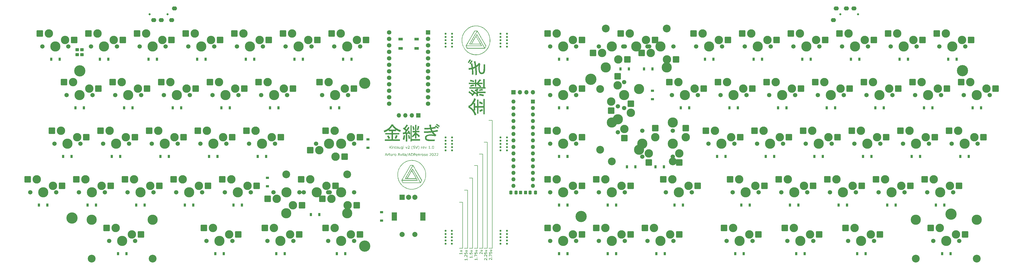
<source format=gbr>
G04 #@! TF.GenerationSoftware,KiCad,Pcbnew,(6.0.5)*
G04 #@! TF.CreationDate,2022-11-06T21:58:53-06:00*
G04 #@! TF.ProjectId,kintsugi_v2,6b696e74-7375-4676-995f-76322e6b6963,rev?*
G04 #@! TF.SameCoordinates,Original*
G04 #@! TF.FileFunction,Soldermask,Top*
G04 #@! TF.FilePolarity,Negative*
%FSLAX46Y46*%
G04 Gerber Fmt 4.6, Leading zero omitted, Abs format (unit mm)*
G04 Created by KiCad (PCBNEW (6.0.5)) date 2022-11-06 21:58:53*
%MOMM*%
%LPD*%
G01*
G04 APERTURE LIST*
G04 Aperture macros list*
%AMRoundRect*
0 Rectangle with rounded corners*
0 $1 Rounding radius*
0 $2 $3 $4 $5 $6 $7 $8 $9 X,Y pos of 4 corners*
0 Add a 4 corners polygon primitive as box body*
4,1,4,$2,$3,$4,$5,$6,$7,$8,$9,$2,$3,0*
0 Add four circle primitives for the rounded corners*
1,1,$1+$1,$2,$3*
1,1,$1+$1,$4,$5*
1,1,$1+$1,$6,$7*
1,1,$1+$1,$8,$9*
0 Add four rect primitives between the rounded corners*
20,1,$1+$1,$2,$3,$4,$5,0*
20,1,$1+$1,$4,$5,$6,$7,0*
20,1,$1+$1,$6,$7,$8,$9,0*
20,1,$1+$1,$8,$9,$2,$3,0*%
G04 Aperture macros list end*
%ADD10C,0.200000*%
%ADD11C,0.150000*%
%ADD12C,1.701800*%
%ADD13C,3.302000*%
%ADD14C,3.987800*%
%ADD15RoundRect,0.254000X-1.016000X-1.016000X1.016000X-1.016000X1.016000X1.016000X-1.016000X1.016000X0*%
%ADD16R,0.900000X1.200000*%
%ADD17R,1.200000X0.900000*%
%ADD18C,4.400000*%
%ADD19C,3.048000*%
%ADD20C,0.787400*%
%ADD21RoundRect,0.250000X-0.337500X-0.475000X0.337500X-0.475000X0.337500X0.475000X-0.337500X0.475000X0*%
%ADD22RoundRect,0.254000X-1.016000X1.016000X-1.016000X-1.016000X1.016000X-1.016000X1.016000X1.016000X0*%
%ADD23RoundRect,0.254000X1.016000X1.016000X-1.016000X1.016000X-1.016000X-1.016000X1.016000X-1.016000X0*%
%ADD24RoundRect,0.250000X-0.350000X-0.450000X0.350000X-0.450000X0.350000X0.450000X-0.350000X0.450000X0*%
%ADD25RoundRect,0.250000X0.450000X-0.350000X0.450000X0.350000X-0.450000X0.350000X-0.450000X-0.350000X0*%
%ADD26R,1.800000X1.100000*%
%ADD27RoundRect,0.250000X0.337500X0.475000X-0.337500X0.475000X-0.337500X-0.475000X0.337500X-0.475000X0*%
%ADD28RoundRect,0.250000X-0.450000X0.350000X-0.450000X-0.350000X0.450000X-0.350000X0.450000X0.350000X0*%
%ADD29RoundRect,0.254000X1.016000X-1.016000X1.016000X1.016000X-1.016000X1.016000X-1.016000X-1.016000X0*%
%ADD30R,1.700000X1.700000*%
%ADD31O,1.700000X1.700000*%
%ADD32R,2.000000X2.000000*%
%ADD33C,2.000000*%
%ADD34R,2.000000X3.200000*%
%ADD35C,0.800000*%
%ADD36O,2.000000X1.600000*%
%ADD37R,1.600000X1.600000*%
%ADD38O,1.600000X1.600000*%
%ADD39R,1.752600X1.752600*%
%ADD40C,1.752600*%
G04 APERTURE END LIST*
D10*
X202072000Y-170369000D02*
X200772000Y-170369000D01*
X203962000Y-120269000D02*
X202662000Y-120269000D01*
X196302000Y-170369000D02*
X196302000Y-142869000D01*
X200239000Y-133469000D02*
X198939000Y-133469000D01*
X200239000Y-170369000D02*
X198939000Y-170369000D01*
X194325000Y-170369000D02*
X193025000Y-170369000D01*
X198247000Y-170369000D02*
X196947000Y-170369000D01*
X203962000Y-170369000D02*
X202662000Y-170369000D01*
X192405000Y-170369000D02*
X192405000Y-152369000D01*
X198247000Y-137969000D02*
X196947000Y-137969000D01*
X200239000Y-170369000D02*
X200239000Y-133469000D01*
X192405000Y-170369000D02*
X191105000Y-170369000D01*
X192405000Y-152369000D02*
X191105000Y-152369000D01*
X202072000Y-170369000D02*
X202072000Y-128769000D01*
X203962000Y-170369000D02*
X203962000Y-120269000D01*
X198247000Y-170369000D02*
X198247000Y-137969000D01*
X194325000Y-170369000D02*
X194325000Y-147569000D01*
X194325000Y-147569000D02*
X193025000Y-147569000D01*
X196302000Y-170369000D02*
X195002000Y-170369000D01*
X202072000Y-128769000D02*
X200772000Y-128769000D01*
X196302000Y-142869000D02*
X195002000Y-142869000D01*
D11*
X196144380Y-173519952D02*
X196144380Y-174091380D01*
X196144380Y-173805666D02*
X195144380Y-173805666D01*
X195287238Y-173900904D01*
X195382476Y-173996142D01*
X195430095Y-174091380D01*
X196049142Y-173091380D02*
X196096761Y-173043761D01*
X196144380Y-173091380D01*
X196096761Y-173139000D01*
X196049142Y-173091380D01*
X196144380Y-173091380D01*
X195144380Y-172139000D02*
X195144380Y-172615190D01*
X195620571Y-172662809D01*
X195572952Y-172615190D01*
X195525333Y-172519952D01*
X195525333Y-172281857D01*
X195572952Y-172186619D01*
X195620571Y-172139000D01*
X195715809Y-172091380D01*
X195953904Y-172091380D01*
X196049142Y-172139000D01*
X196096761Y-172186619D01*
X196144380Y-172281857D01*
X196144380Y-172519952D01*
X196096761Y-172615190D01*
X196049142Y-172662809D01*
X195477714Y-171234238D02*
X196144380Y-171234238D01*
X195477714Y-171662809D02*
X196001523Y-171662809D01*
X196096761Y-171615190D01*
X196144380Y-171519952D01*
X196144380Y-171377095D01*
X196096761Y-171281857D01*
X196049142Y-171234238D01*
X200999619Y-174947571D02*
X200952000Y-174899952D01*
X200904380Y-174804714D01*
X200904380Y-174566619D01*
X200952000Y-174471380D01*
X200999619Y-174423761D01*
X201094857Y-174376142D01*
X201190095Y-174376142D01*
X201332952Y-174423761D01*
X201904380Y-174995190D01*
X201904380Y-174376142D01*
X201809142Y-173947571D02*
X201856761Y-173899952D01*
X201904380Y-173947571D01*
X201856761Y-173995190D01*
X201809142Y-173947571D01*
X201904380Y-173947571D01*
X200999619Y-173519000D02*
X200952000Y-173471380D01*
X200904380Y-173376142D01*
X200904380Y-173138047D01*
X200952000Y-173042809D01*
X200999619Y-172995190D01*
X201094857Y-172947571D01*
X201190095Y-172947571D01*
X201332952Y-172995190D01*
X201904380Y-173566619D01*
X201904380Y-172947571D01*
X200904380Y-172042809D02*
X200904380Y-172519000D01*
X201380571Y-172566619D01*
X201332952Y-172519000D01*
X201285333Y-172423761D01*
X201285333Y-172185666D01*
X201332952Y-172090428D01*
X201380571Y-172042809D01*
X201475809Y-171995190D01*
X201713904Y-171995190D01*
X201809142Y-172042809D01*
X201856761Y-172090428D01*
X201904380Y-172185666D01*
X201904380Y-172423761D01*
X201856761Y-172519000D01*
X201809142Y-172566619D01*
X201237714Y-171138047D02*
X201904380Y-171138047D01*
X201237714Y-171566619D02*
X201761523Y-171566619D01*
X201856761Y-171519000D01*
X201904380Y-171423761D01*
X201904380Y-171280904D01*
X201856761Y-171185666D01*
X201809142Y-171138047D01*
X192147380Y-172095666D02*
X192147380Y-172667095D01*
X192147380Y-172381380D02*
X191147380Y-172381380D01*
X191290238Y-172476619D01*
X191385476Y-172571857D01*
X191433095Y-172667095D01*
X191480714Y-171238523D02*
X192147380Y-171238523D01*
X191480714Y-171667095D02*
X192004523Y-171667095D01*
X192099761Y-171619476D01*
X192147380Y-171524238D01*
X192147380Y-171381380D01*
X192099761Y-171286142D01*
X192052142Y-171238523D01*
X194167380Y-174476142D02*
X194167380Y-175047571D01*
X194167380Y-174761857D02*
X193167380Y-174761857D01*
X193310238Y-174857095D01*
X193405476Y-174952333D01*
X193453095Y-175047571D01*
X194072142Y-174047571D02*
X194119761Y-173999952D01*
X194167380Y-174047571D01*
X194119761Y-174095190D01*
X194072142Y-174047571D01*
X194167380Y-174047571D01*
X193262619Y-173619000D02*
X193215000Y-173571380D01*
X193167380Y-173476142D01*
X193167380Y-173238047D01*
X193215000Y-173142809D01*
X193262619Y-173095190D01*
X193357857Y-173047571D01*
X193453095Y-173047571D01*
X193595952Y-173095190D01*
X194167380Y-173666619D01*
X194167380Y-173047571D01*
X193167380Y-172142809D02*
X193167380Y-172619000D01*
X193643571Y-172666619D01*
X193595952Y-172619000D01*
X193548333Y-172523761D01*
X193548333Y-172285666D01*
X193595952Y-172190428D01*
X193643571Y-172142809D01*
X193738809Y-172095190D01*
X193976904Y-172095190D01*
X194072142Y-172142809D01*
X194119761Y-172190428D01*
X194167380Y-172285666D01*
X194167380Y-172523761D01*
X194119761Y-172619000D01*
X194072142Y-172666619D01*
X193500714Y-171238047D02*
X194167380Y-171238047D01*
X193500714Y-171666619D02*
X194024523Y-171666619D01*
X194119761Y-171619000D01*
X194167380Y-171523761D01*
X194167380Y-171380904D01*
X194119761Y-171285666D01*
X194072142Y-171238047D01*
X198089380Y-174376142D02*
X198089380Y-174947571D01*
X198089380Y-174661857D02*
X197089380Y-174661857D01*
X197232238Y-174757095D01*
X197327476Y-174852333D01*
X197375095Y-174947571D01*
X197994142Y-173947571D02*
X198041761Y-173899952D01*
X198089380Y-173947571D01*
X198041761Y-173995190D01*
X197994142Y-173947571D01*
X198089380Y-173947571D01*
X197089380Y-173566619D02*
X197089380Y-172899952D01*
X198089380Y-173328523D01*
X197089380Y-172042809D02*
X197089380Y-172519000D01*
X197565571Y-172566619D01*
X197517952Y-172519000D01*
X197470333Y-172423761D01*
X197470333Y-172185666D01*
X197517952Y-172090428D01*
X197565571Y-172042809D01*
X197660809Y-171995190D01*
X197898904Y-171995190D01*
X197994142Y-172042809D01*
X198041761Y-172090428D01*
X198089380Y-172185666D01*
X198089380Y-172423761D01*
X198041761Y-172519000D01*
X197994142Y-172566619D01*
X197422714Y-171138047D02*
X198089380Y-171138047D01*
X197422714Y-171566619D02*
X197946523Y-171566619D01*
X198041761Y-171519000D01*
X198089380Y-171423761D01*
X198089380Y-171280904D01*
X198041761Y-171185666D01*
X197994142Y-171138047D01*
X199176619Y-172567095D02*
X199129000Y-172519476D01*
X199081380Y-172424238D01*
X199081380Y-172186142D01*
X199129000Y-172090904D01*
X199176619Y-172043285D01*
X199271857Y-171995666D01*
X199367095Y-171995666D01*
X199509952Y-172043285D01*
X200081380Y-172614714D01*
X200081380Y-171995666D01*
X199414714Y-171138523D02*
X200081380Y-171138523D01*
X199414714Y-171567095D02*
X199938523Y-171567095D01*
X200033761Y-171519476D01*
X200081380Y-171424238D01*
X200081380Y-171281380D01*
X200033761Y-171186142D01*
X199986142Y-171138523D01*
X202889619Y-174847571D02*
X202842000Y-174799952D01*
X202794380Y-174704714D01*
X202794380Y-174466619D01*
X202842000Y-174371380D01*
X202889619Y-174323761D01*
X202984857Y-174276142D01*
X203080095Y-174276142D01*
X203222952Y-174323761D01*
X203794380Y-174895190D01*
X203794380Y-174276142D01*
X203699142Y-173847571D02*
X203746761Y-173799952D01*
X203794380Y-173847571D01*
X203746761Y-173895190D01*
X203699142Y-173847571D01*
X203794380Y-173847571D01*
X202794380Y-173466619D02*
X202794380Y-172799952D01*
X203794380Y-173228523D01*
X202794380Y-171942809D02*
X202794380Y-172419000D01*
X203270571Y-172466619D01*
X203222952Y-172419000D01*
X203175333Y-172323761D01*
X203175333Y-172085666D01*
X203222952Y-171990428D01*
X203270571Y-171942809D01*
X203365809Y-171895190D01*
X203603904Y-171895190D01*
X203699142Y-171942809D01*
X203746761Y-171990428D01*
X203794380Y-172085666D01*
X203794380Y-172323761D01*
X203746761Y-172419000D01*
X203699142Y-172466619D01*
X203127714Y-171038047D02*
X203794380Y-171038047D01*
X203127714Y-171466619D02*
X203651523Y-171466619D01*
X203746761Y-171419000D01*
X203794380Y-171323761D01*
X203794380Y-171180904D01*
X203746761Y-171085666D01*
X203699142Y-171038047D01*
G36*
X164859349Y-130277577D02*
G01*
X164860868Y-130346775D01*
X164862387Y-130415974D01*
X164710097Y-130415974D01*
X164710097Y-130274557D01*
X164859349Y-130277577D01*
G37*
G36*
X169312490Y-130415974D02*
G01*
X169239051Y-130415974D01*
X169207425Y-130415700D01*
X169185313Y-130414795D01*
X169171383Y-130413134D01*
X169164305Y-130410594D01*
X169162880Y-130408858D01*
X169161919Y-130400823D01*
X169161386Y-130384427D01*
X169161324Y-130362156D01*
X169161694Y-130339659D01*
X169163238Y-130277577D01*
X169312490Y-130274557D01*
X169312490Y-130415974D01*
G37*
G36*
X164851208Y-131338624D02*
G01*
X164715524Y-131338624D01*
X164715524Y-130546230D01*
X164851208Y-130546230D01*
X164851208Y-131338624D01*
G37*
G36*
X167483473Y-130810369D02*
G01*
X167483598Y-130874695D01*
X167483964Y-130932885D01*
X167484557Y-130984183D01*
X167485361Y-131027831D01*
X167486361Y-131063074D01*
X167487544Y-131089154D01*
X167488894Y-131105316D01*
X167489236Y-131107600D01*
X167500492Y-131148294D01*
X167518532Y-131181339D01*
X167542931Y-131206187D01*
X167573260Y-131222291D01*
X167580527Y-131224562D01*
X167600518Y-131227936D01*
X167627196Y-131229559D01*
X167656538Y-131229442D01*
X167684519Y-131227593D01*
X167705994Y-131224281D01*
X167725659Y-131218100D01*
X167751384Y-131207626D01*
X167780056Y-131194365D01*
X167808561Y-131179824D01*
X167833785Y-131165510D01*
X167851176Y-131154017D01*
X167874242Y-131136873D01*
X167874242Y-130546230D01*
X168009926Y-130546230D01*
X168009926Y-131338624D01*
X167874242Y-131338624D01*
X167874242Y-131252382D01*
X167832180Y-131281235D01*
X167790384Y-131308370D01*
X167753475Y-131328543D01*
X167718902Y-131342696D01*
X167684113Y-131351773D01*
X167646558Y-131356717D01*
X167624584Y-131357988D01*
X167581865Y-131358095D01*
X167548322Y-131354751D01*
X167536513Y-131352254D01*
X167487523Y-131334788D01*
X167445649Y-131309159D01*
X167411026Y-131275514D01*
X167383786Y-131234002D01*
X167364063Y-131184770D01*
X167356167Y-131152966D01*
X167354230Y-131141626D01*
X167352603Y-131127947D01*
X167351262Y-131110968D01*
X167350181Y-131089730D01*
X167349337Y-131063271D01*
X167348705Y-131030630D01*
X167348258Y-130990849D01*
X167347974Y-130942965D01*
X167347826Y-130886019D01*
X167347789Y-130828682D01*
X167347789Y-130546230D01*
X167483473Y-130546230D01*
X167483473Y-130810369D01*
G37*
G36*
X166924244Y-130532198D02*
G01*
X166984642Y-130540384D01*
X167043009Y-130553715D01*
X167088213Y-130568628D01*
X167130695Y-130585011D01*
X167130695Y-130657886D01*
X167130469Y-130684591D01*
X167129850Y-130706901D01*
X167128924Y-130722834D01*
X167127782Y-130730406D01*
X167127463Y-130730760D01*
X167121222Y-130727932D01*
X167110509Y-130721075D01*
X167109824Y-130720593D01*
X167085732Y-130705933D01*
X167054287Y-130690251D01*
X167018696Y-130675032D01*
X166984157Y-130662417D01*
X166964213Y-130656117D01*
X166947003Y-130651799D01*
X166929574Y-130649087D01*
X166908977Y-130647605D01*
X166882260Y-130646977D01*
X166861927Y-130646854D01*
X166831641Y-130646849D01*
X166809719Y-130647294D01*
X166793673Y-130648581D01*
X166781012Y-130651098D01*
X166769249Y-130655238D01*
X166755892Y-130661388D01*
X166749644Y-130664451D01*
X166718864Y-130684069D01*
X166698193Y-130707638D01*
X166687632Y-130735154D01*
X166687184Y-130766611D01*
X166690609Y-130783285D01*
X166698297Y-130802180D01*
X166711071Y-130818532D01*
X166729924Y-130832853D01*
X166755851Y-130845651D01*
X166789843Y-130857438D01*
X166832895Y-130868723D01*
X166874500Y-130877728D01*
X166918479Y-130886795D01*
X166953553Y-130894517D01*
X166981513Y-130901410D01*
X167004147Y-130907990D01*
X167023246Y-130914773D01*
X167040599Y-130922273D01*
X167056262Y-130930094D01*
X167095991Y-130956017D01*
X167126358Y-130987309D01*
X167147465Y-131024163D01*
X167159416Y-131066769D01*
X167162314Y-131115319D01*
X167161850Y-131125225D01*
X167155234Y-131169986D01*
X167140721Y-131208887D01*
X167117246Y-131244141D01*
X167092113Y-131270458D01*
X167052471Y-131301463D01*
X167007882Y-131325294D01*
X166957523Y-131342165D01*
X166900573Y-131352289D01*
X166836212Y-131355882D01*
X166772490Y-131353790D01*
X166705744Y-131344744D01*
X166636522Y-131326718D01*
X166582855Y-131306995D01*
X166547255Y-131292200D01*
X166545728Y-131222077D01*
X166545371Y-131195052D01*
X166545492Y-131171607D01*
X166546048Y-131154067D01*
X166546998Y-131144758D01*
X166547144Y-131144284D01*
X166550899Y-131140637D01*
X166558541Y-131143492D01*
X166567667Y-131149877D01*
X166599497Y-131170797D01*
X166638640Y-131191618D01*
X166681678Y-131210617D01*
X166707362Y-131220222D01*
X166727567Y-131227080D01*
X166744044Y-131231922D01*
X166759444Y-131235101D01*
X166776419Y-131236966D01*
X166797619Y-131237869D01*
X166825696Y-131238160D01*
X166843160Y-131238185D01*
X166927398Y-131238218D01*
X166963584Y-131220403D01*
X166991115Y-131204066D01*
X167009666Y-131185750D01*
X167021111Y-131163286D01*
X167024818Y-131149523D01*
X167026605Y-131119703D01*
X167020292Y-131090739D01*
X167006765Y-131066464D01*
X167005172Y-131064581D01*
X166994435Y-131054352D01*
X166980543Y-131045217D01*
X166962187Y-131036709D01*
X166938054Y-131028361D01*
X166906835Y-131019706D01*
X166867218Y-131010279D01*
X166829477Y-131002053D01*
X166773777Y-130989450D01*
X166727559Y-130977098D01*
X166689479Y-130964443D01*
X166658193Y-130950931D01*
X166632359Y-130936008D01*
X166610632Y-130919120D01*
X166597765Y-130906495D01*
X166578049Y-130878838D01*
X166562818Y-130844115D01*
X166553337Y-130805624D01*
X166551067Y-130784680D01*
X166553098Y-130735092D01*
X166564941Y-130689757D01*
X166586266Y-130649064D01*
X166616742Y-130613403D01*
X166656037Y-130583162D01*
X166703821Y-130558731D01*
X166758433Y-130540835D01*
X166808383Y-130532191D01*
X166864572Y-130529389D01*
X166924244Y-130532198D01*
G37*
G36*
X179429071Y-131230077D02*
G01*
X179646165Y-131230077D01*
X179646165Y-131338624D01*
X179076294Y-131338624D01*
X179076294Y-131230077D01*
X179293388Y-131230077D01*
X179293388Y-130524521D01*
X179076294Y-130524521D01*
X179076294Y-130429017D01*
X179137351Y-130422779D01*
X179177540Y-130417742D01*
X179209087Y-130411407D01*
X179234185Y-130403068D01*
X179255030Y-130392023D01*
X179271233Y-130379819D01*
X179289043Y-130361429D01*
X179303564Y-130340597D01*
X179312812Y-130320564D01*
X179315097Y-130308087D01*
X179315773Y-130295973D01*
X179319048Y-130288002D01*
X179326786Y-130283311D01*
X179340856Y-130281041D01*
X179363124Y-130280331D01*
X179375378Y-130280290D01*
X179429071Y-130280290D01*
X179429071Y-131230077D01*
G37*
G36*
X171261858Y-130264673D02*
G01*
X171307944Y-130267964D01*
X171349597Y-130273872D01*
X171383450Y-130282182D01*
X171436417Y-130304551D01*
X171483442Y-130334901D01*
X171516848Y-130365497D01*
X171544608Y-130400738D01*
X171564402Y-130438841D01*
X171576862Y-130481627D01*
X171582618Y-130530919D01*
X171583187Y-130557085D01*
X171579295Y-130614758D01*
X171567572Y-130668823D01*
X171547336Y-130721188D01*
X171517910Y-130773758D01*
X171493148Y-130809457D01*
X171475754Y-130830911D01*
X171451279Y-130858237D01*
X171420907Y-130890270D01*
X171385823Y-130925849D01*
X171347213Y-130963811D01*
X171306262Y-131002993D01*
X171264155Y-131042232D01*
X171222078Y-131080365D01*
X171181216Y-131116230D01*
X171175046Y-131121530D01*
X171070451Y-131211081D01*
X171350210Y-131212487D01*
X171629969Y-131213892D01*
X171629969Y-131338624D01*
X170913252Y-131338624D01*
X170916272Y-131189742D01*
X171032960Y-131089191D01*
X171085611Y-131042998D01*
X171137285Y-130996095D01*
X171186832Y-130949608D01*
X171233106Y-130904665D01*
X171274957Y-130862393D01*
X171311237Y-130823920D01*
X171340798Y-130790373D01*
X171354414Y-130773613D01*
X171390788Y-130721137D01*
X171416923Y-130670209D01*
X171432653Y-130621165D01*
X171434806Y-130610045D01*
X171439019Y-130560070D01*
X171434074Y-130515644D01*
X171420224Y-130477126D01*
X171397724Y-130444879D01*
X171366827Y-130419262D01*
X171327788Y-130400636D01*
X171280859Y-130389362D01*
X171279266Y-130389132D01*
X171230237Y-130386534D01*
X171176190Y-130391373D01*
X171119499Y-130403139D01*
X171062539Y-130421320D01*
X171007687Y-130445408D01*
X171000973Y-130448874D01*
X170979577Y-130459903D01*
X170961668Y-130468729D01*
X170949452Y-130474288D01*
X170945342Y-130475675D01*
X170943642Y-130470578D01*
X170942221Y-130456607D01*
X170941205Y-130435740D01*
X170940719Y-130409957D01*
X170940695Y-130402545D01*
X170940695Y-130329415D01*
X170955620Y-130321706D01*
X170972093Y-130314716D01*
X170996488Y-130306260D01*
X171026108Y-130297122D01*
X171058255Y-130288082D01*
X171090232Y-130279924D01*
X171119341Y-130273427D01*
X171127939Y-130271767D01*
X171168761Y-130266448D01*
X171214432Y-130264126D01*
X171261858Y-130264673D01*
G37*
G36*
X176298663Y-130603317D02*
G01*
X176300204Y-130660404D01*
X176338195Y-130632490D01*
X176377657Y-130606322D01*
X176419442Y-130583593D01*
X176460666Y-130565660D01*
X176498444Y-130553880D01*
X176510434Y-130551442D01*
X176530440Y-130549174D01*
X176555100Y-130547981D01*
X176581665Y-130547801D01*
X176607385Y-130548571D01*
X176629509Y-130550226D01*
X176645290Y-130552705D01*
X176650745Y-130554667D01*
X176652625Y-130560963D01*
X176654177Y-130575938D01*
X176655249Y-130597417D01*
X176655691Y-130623226D01*
X176655695Y-130625880D01*
X176655695Y-130694034D01*
X176640770Y-130690455D01*
X176629665Y-130688823D01*
X176610404Y-130687013D01*
X176585676Y-130685244D01*
X176558172Y-130683734D01*
X176557672Y-130683711D01*
X176525647Y-130682582D01*
X176501556Y-130682741D01*
X176482535Y-130684364D01*
X176465721Y-130687624D01*
X176457550Y-130689836D01*
X176414061Y-130705909D01*
X176368380Y-130728931D01*
X176328697Y-130753947D01*
X176297490Y-130775752D01*
X176297490Y-131338624D01*
X176161806Y-131338624D01*
X176161806Y-130546230D01*
X176297123Y-130546230D01*
X176298663Y-130603317D01*
G37*
G36*
X180145482Y-131338624D02*
G01*
X179977234Y-131338624D01*
X179977234Y-131137812D01*
X180145482Y-131137812D01*
X180145482Y-131338624D01*
G37*
G36*
X163870164Y-130557375D02*
G01*
X163871571Y-130829033D01*
X164123892Y-130557375D01*
X164376213Y-130285718D01*
X164548916Y-130285718D01*
X164497860Y-130338634D01*
X164475280Y-130362117D01*
X164448559Y-130390038D01*
X164418488Y-130421563D01*
X164385857Y-130455853D01*
X164351457Y-130492072D01*
X164316078Y-130529383D01*
X164280510Y-130566951D01*
X164245545Y-130603938D01*
X164211973Y-130639508D01*
X164180583Y-130672823D01*
X164152168Y-130703048D01*
X164127516Y-130729346D01*
X164107419Y-130750879D01*
X164092667Y-130766813D01*
X164084051Y-130776308D01*
X164082092Y-130778680D01*
X164085396Y-130783259D01*
X164095314Y-130795294D01*
X164111266Y-130814114D01*
X164132671Y-130839049D01*
X164158946Y-130869427D01*
X164189512Y-130904579D01*
X164223787Y-130943833D01*
X164261190Y-130986518D01*
X164301140Y-131031965D01*
X164325064Y-131059115D01*
X164569182Y-131335910D01*
X164478546Y-131337402D01*
X164387910Y-131338895D01*
X164363117Y-131310491D01*
X164353767Y-131299840D01*
X164338602Y-131282639D01*
X164318455Y-131259828D01*
X164294159Y-131232345D01*
X164266545Y-131201132D01*
X164236447Y-131167126D01*
X164204697Y-131131269D01*
X164172127Y-131094500D01*
X164139571Y-131057758D01*
X164107860Y-131021984D01*
X164077828Y-130988116D01*
X164050306Y-130957094D01*
X164026128Y-130929858D01*
X164006125Y-130907348D01*
X163991131Y-130890503D01*
X163981978Y-130880263D01*
X163979596Y-130877638D01*
X163975699Y-130875461D01*
X163970109Y-130876978D01*
X163961567Y-130883177D01*
X163948816Y-130895044D01*
X163930599Y-130913568D01*
X163920823Y-130923771D01*
X163869377Y-130977705D01*
X163869117Y-131158164D01*
X163868858Y-131338624D01*
X163727747Y-131338624D01*
X163727747Y-130285718D01*
X163868757Y-130285718D01*
X163870164Y-130557375D01*
G37*
G36*
X177822195Y-130858415D02*
G01*
X177843667Y-130913525D01*
X177863994Y-130965463D01*
X177882837Y-131013376D01*
X177899853Y-131056408D01*
X177914703Y-131093703D01*
X177927045Y-131124407D01*
X177936540Y-131147664D01*
X177942846Y-131162619D01*
X177945623Y-131168418D01*
X177945708Y-131168454D01*
X177947991Y-131163144D01*
X177953830Y-131148582D01*
X177962882Y-131125645D01*
X177974805Y-131095211D01*
X177989256Y-131058160D01*
X178005893Y-131015368D01*
X178024373Y-130967714D01*
X178044355Y-130916077D01*
X178065495Y-130861333D01*
X178066574Y-130858536D01*
X178087770Y-130803649D01*
X178107833Y-130751816D01*
X178126420Y-130703916D01*
X178143186Y-130660830D01*
X178157790Y-130623435D01*
X178169886Y-130592612D01*
X178179133Y-130569239D01*
X178185186Y-130554196D01*
X178187702Y-130548362D01*
X178187728Y-130548328D01*
X178193774Y-130547520D01*
X178208522Y-130547071D01*
X178229826Y-130547008D01*
X178255539Y-130547359D01*
X178258362Y-130547420D01*
X178326563Y-130548944D01*
X178167715Y-130942427D01*
X178008868Y-131335910D01*
X177940851Y-131337424D01*
X177872835Y-131338937D01*
X177717791Y-130952082D01*
X177693054Y-130890353D01*
X177669442Y-130831421D01*
X177647273Y-130776083D01*
X177626867Y-130725131D01*
X177608540Y-130679363D01*
X177592612Y-130639572D01*
X177579401Y-130606553D01*
X177569224Y-130581103D01*
X177562401Y-130564015D01*
X177559250Y-130556085D01*
X177559111Y-130555728D01*
X177558426Y-130551896D01*
X177560880Y-130549257D01*
X177568070Y-130547590D01*
X177581591Y-130546677D01*
X177603040Y-130546297D01*
X177628150Y-130546230D01*
X177700827Y-130546230D01*
X177822195Y-130858415D01*
G37*
G36*
X175170330Y-130281647D02*
G01*
X175233238Y-130369804D01*
X175285552Y-130459423D01*
X175327507Y-130551171D01*
X175359334Y-130645718D01*
X175381265Y-130743732D01*
X175393535Y-130845880D01*
X175396550Y-130931572D01*
X175391857Y-131038824D01*
X175377637Y-131141258D01*
X175353673Y-131239490D01*
X175319750Y-131334136D01*
X175275655Y-131425811D01*
X175221170Y-131515130D01*
X175166615Y-131589551D01*
X175133323Y-131631677D01*
X175053270Y-131631689D01*
X175020622Y-131631471D01*
X174997559Y-131630735D01*
X174982818Y-131629369D01*
X174975138Y-131627266D01*
X174973217Y-131624746D01*
X174976878Y-131617988D01*
X174986636Y-131606015D01*
X175000650Y-131591018D01*
X175006283Y-131585398D01*
X175061908Y-131524073D01*
X175112811Y-131454265D01*
X175158144Y-131377633D01*
X175197061Y-131295833D01*
X175228716Y-131210522D01*
X175252261Y-131123357D01*
X175258660Y-131091454D01*
X175263669Y-131054437D01*
X175267016Y-131009740D01*
X175268701Y-130960411D01*
X175268725Y-130909496D01*
X175267086Y-130860041D01*
X175263785Y-130815095D01*
X175258822Y-130777704D01*
X175258677Y-130776893D01*
X175235179Y-130676871D01*
X175201599Y-130580626D01*
X175158216Y-130488706D01*
X175105310Y-130401658D01*
X175043163Y-130320032D01*
X175001190Y-130273506D01*
X174966008Y-130236872D01*
X175135448Y-130236872D01*
X175170330Y-130281647D01*
G37*
G36*
X170056426Y-130547309D02*
G01*
X170062821Y-130547430D01*
X170134734Y-130548944D01*
X170254628Y-130856987D01*
X170276018Y-130911876D01*
X170296272Y-130963722D01*
X170315044Y-131011646D01*
X170331988Y-131054770D01*
X170346757Y-131092216D01*
X170359004Y-131123105D01*
X170368384Y-131146559D01*
X170374549Y-131161701D01*
X170377155Y-131167651D01*
X170377189Y-131167695D01*
X170379550Y-131163253D01*
X170385438Y-131149529D01*
X170394510Y-131127385D01*
X170406425Y-131097681D01*
X170420843Y-131061280D01*
X170437423Y-131019042D01*
X170455823Y-130971829D01*
X170475703Y-130920501D01*
X170496721Y-130865920D01*
X170498086Y-130862366D01*
X170519232Y-130807374D01*
X170539292Y-130755388D01*
X170557919Y-130707296D01*
X170574766Y-130663984D01*
X170589487Y-130626340D01*
X170601733Y-130595250D01*
X170611159Y-130571601D01*
X170617418Y-130556280D01*
X170620163Y-130550174D01*
X170620196Y-130550132D01*
X170626819Y-130548633D01*
X170642077Y-130547617D01*
X170663757Y-130547168D01*
X170689648Y-130547369D01*
X170691935Y-130547418D01*
X170759795Y-130548944D01*
X170614197Y-130909863D01*
X170589838Y-130970226D01*
X170566360Y-131028372D01*
X170544126Y-131083402D01*
X170523500Y-131134417D01*
X170504846Y-131180518D01*
X170488528Y-131220808D01*
X170474908Y-131254386D01*
X170464352Y-131280355D01*
X170457222Y-131297816D01*
X170454378Y-131304703D01*
X170440158Y-131338624D01*
X170372792Y-131338624D01*
X170344738Y-131338540D01*
X170325629Y-131338064D01*
X170313555Y-131336860D01*
X170306607Y-131334594D01*
X170302875Y-131330930D01*
X170300604Y-131325940D01*
X170297846Y-131318957D01*
X170291372Y-131302711D01*
X170281505Y-131278013D01*
X170268571Y-131245674D01*
X170252895Y-131206506D01*
X170234801Y-131161320D01*
X170214614Y-131110926D01*
X170192659Y-131056137D01*
X170169260Y-130997764D01*
X170144743Y-130936617D01*
X170143345Y-130933131D01*
X170118905Y-130872139D01*
X170095676Y-130814081D01*
X170073971Y-130759744D01*
X170054102Y-130709912D01*
X170036381Y-130665372D01*
X170021120Y-130626910D01*
X170008632Y-130595310D01*
X169999228Y-130571359D01*
X169993221Y-130555842D01*
X169990923Y-130549545D01*
X169990909Y-130549461D01*
X169996001Y-130548261D01*
X170009948Y-130547465D01*
X170030754Y-130547129D01*
X170056426Y-130547309D01*
G37*
G36*
X166164627Y-130546230D02*
G01*
X166441422Y-130546230D01*
X166441422Y-130660205D01*
X166163658Y-130660205D01*
X166165569Y-130897651D01*
X166166040Y-130954641D01*
X166166490Y-131001834D01*
X166166976Y-131040289D01*
X166167555Y-131071063D01*
X166168285Y-131095214D01*
X166169222Y-131113800D01*
X166170424Y-131127879D01*
X166171949Y-131138510D01*
X166173853Y-131146748D01*
X166176194Y-131153654D01*
X166179028Y-131160285D01*
X166179887Y-131162167D01*
X166196338Y-131191491D01*
X166215631Y-131212452D01*
X166232469Y-131223756D01*
X166248774Y-131228964D01*
X166272875Y-131232047D01*
X166301930Y-131233056D01*
X166333098Y-131232037D01*
X166363540Y-131229039D01*
X166390415Y-131224110D01*
X166401818Y-131220874D01*
X166419428Y-131215569D01*
X166432656Y-131212626D01*
X166438452Y-131212634D01*
X166439668Y-131218963D01*
X166440644Y-131233767D01*
X166441262Y-131254669D01*
X166441422Y-131273536D01*
X166441422Y-131331469D01*
X166412928Y-131337716D01*
X166350391Y-131348774D01*
X166292549Y-131353673D01*
X166241039Y-131352313D01*
X166218900Y-131349384D01*
X166170156Y-131336105D01*
X166128356Y-131314506D01*
X166093664Y-131284742D01*
X166066241Y-131246968D01*
X166046251Y-131201339D01*
X166039780Y-131178517D01*
X166037826Y-131164894D01*
X166036068Y-131140905D01*
X166034502Y-131106463D01*
X166033125Y-131061476D01*
X166031935Y-131005856D01*
X166030927Y-130939513D01*
X166030529Y-130905792D01*
X166027851Y-130660205D01*
X165942105Y-130660205D01*
X165942105Y-130546230D01*
X166028723Y-130546230D01*
X166030190Y-130433613D01*
X166031657Y-130320995D01*
X166098142Y-130319472D01*
X166164627Y-130317948D01*
X166164627Y-130546230D01*
G37*
G36*
X180425819Y-130744178D02*
G01*
X180428135Y-130685326D01*
X180432329Y-130633979D01*
X180438674Y-130588505D01*
X180447443Y-130547271D01*
X180458908Y-130508643D01*
X180473343Y-130470988D01*
X180487247Y-130440397D01*
X180516934Y-130389137D01*
X180552328Y-130346889D01*
X180593700Y-130313493D01*
X180641318Y-130288790D01*
X180695453Y-130272621D01*
X180756373Y-130264826D01*
X180785909Y-130264008D01*
X180847191Y-130267598D01*
X180901256Y-130278633D01*
X180949141Y-130297513D01*
X180991888Y-130324640D01*
X181027321Y-130356961D01*
X181061575Y-130400397D01*
X181090083Y-130452085D01*
X181112891Y-130512210D01*
X181130043Y-130580955D01*
X181141584Y-130658504D01*
X181147560Y-130745043D01*
X181148016Y-130840755D01*
X181147778Y-130850162D01*
X181143487Y-130934198D01*
X181135406Y-131008710D01*
X181123330Y-131074420D01*
X181107058Y-131132050D01*
X181086386Y-131182320D01*
X181061110Y-131225953D01*
X181031525Y-131263135D01*
X180995044Y-131297172D01*
X180955545Y-131323047D01*
X180911480Y-131341392D01*
X180861303Y-131352841D01*
X180803465Y-131358028D01*
X180799477Y-131358161D01*
X180756303Y-131358353D01*
X180721223Y-131355906D01*
X180696358Y-131351732D01*
X180644014Y-131335930D01*
X180597784Y-131312828D01*
X180557372Y-131282032D01*
X180522486Y-131243148D01*
X180492832Y-131195781D01*
X180468116Y-131139537D01*
X180448043Y-131074020D01*
X180432322Y-130998838D01*
X180431960Y-130996701D01*
X180429520Y-130975566D01*
X180427577Y-130944635D01*
X180426170Y-130904957D01*
X180425336Y-130857580D01*
X180425122Y-130814950D01*
X180568207Y-130814950D01*
X180568792Y-130881241D01*
X180570682Y-130938059D01*
X180574052Y-130986724D01*
X180579077Y-131028557D01*
X180585933Y-131064882D01*
X180594792Y-131097018D01*
X180605831Y-131126288D01*
X180610824Y-131137338D01*
X180632172Y-131174241D01*
X180657665Y-131202298D01*
X180688367Y-131222102D01*
X180725342Y-131234246D01*
X180769655Y-131239323D01*
X180794118Y-131239416D01*
X180821236Y-131238318D01*
X180841012Y-131236194D01*
X180856950Y-131232365D01*
X180872558Y-131226157D01*
X180879228Y-131222985D01*
X180910663Y-131202749D01*
X180936989Y-131174963D01*
X180958659Y-131138903D01*
X180976128Y-131093843D01*
X180987575Y-131049952D01*
X180991186Y-131031473D01*
X180994070Y-131011804D01*
X180996347Y-130989237D01*
X180998138Y-130962063D01*
X180999567Y-130928571D01*
X181000753Y-130887053D01*
X181001456Y-130854710D01*
X181002296Y-130784149D01*
X181001706Y-130723147D01*
X180999549Y-130670482D01*
X180995686Y-130624935D01*
X180989981Y-130585287D01*
X180982295Y-130550318D01*
X180972490Y-130518807D01*
X180960430Y-130489536D01*
X180960175Y-130488986D01*
X180937071Y-130449494D01*
X180908713Y-130419404D01*
X180874687Y-130398405D01*
X180834579Y-130386185D01*
X180821490Y-130384207D01*
X180771815Y-130382321D01*
X180726703Y-130388904D01*
X180687127Y-130403666D01*
X180654059Y-130426321D01*
X180643332Y-130437017D01*
X180624840Y-130460694D01*
X180609336Y-130487979D01*
X180596628Y-130519833D01*
X180586526Y-130557212D01*
X180578840Y-130601075D01*
X180573378Y-130652381D01*
X180569951Y-130712087D01*
X180568368Y-130781151D01*
X180568207Y-130814950D01*
X180425122Y-130814950D01*
X180425108Y-130812171D01*
X180425819Y-130744178D01*
G37*
G36*
X173469714Y-130268647D02*
G01*
X173545797Y-130278815D01*
X173622224Y-130295159D01*
X173693719Y-130316373D01*
X173752063Y-130336247D01*
X173752063Y-130419529D01*
X173751730Y-130452032D01*
X173750781Y-130477462D01*
X173749289Y-130494659D01*
X173747328Y-130502464D01*
X173746764Y-130502812D01*
X173740043Y-130499966D01*
X173726919Y-130492410D01*
X173709910Y-130481619D01*
X173705108Y-130478428D01*
X173657392Y-130450967D01*
X173604158Y-130428234D01*
X173547201Y-130410455D01*
X173488313Y-130397856D01*
X173429287Y-130390660D01*
X173371917Y-130389094D01*
X173317996Y-130393383D01*
X173269318Y-130403752D01*
X173230738Y-130418839D01*
X173193733Y-130441599D01*
X173166704Y-130467718D01*
X173149052Y-130498096D01*
X173140182Y-130533636D01*
X173138825Y-130557442D01*
X173142668Y-130597870D01*
X173154462Y-130631467D01*
X173174783Y-130659031D01*
X173204203Y-130681359D01*
X173239969Y-130698026D01*
X173253751Y-130702190D01*
X173276279Y-130707836D01*
X173305616Y-130714530D01*
X173339825Y-130721839D01*
X173376969Y-130729331D01*
X173398149Y-130733410D01*
X173456593Y-130744720D01*
X173505650Y-130754879D01*
X173546671Y-130764323D01*
X173581007Y-130773488D01*
X173610009Y-130782810D01*
X173635027Y-130792725D01*
X173657412Y-130803668D01*
X173678517Y-130816077D01*
X173699690Y-130830385D01*
X173700533Y-130830985D01*
X173734991Y-130861915D01*
X173761698Y-130899078D01*
X173780620Y-130941076D01*
X173791729Y-130986516D01*
X173794993Y-131034000D01*
X173790381Y-131082132D01*
X173777863Y-131129517D01*
X173757408Y-131174758D01*
X173728985Y-131216460D01*
X173709491Y-131237831D01*
X173668081Y-131273806D01*
X173623215Y-131302872D01*
X173573891Y-131325316D01*
X173519110Y-131341424D01*
X173457872Y-131351484D01*
X173389178Y-131355784D01*
X173312027Y-131354609D01*
X173304306Y-131354228D01*
X173215924Y-131344935D01*
X173129209Y-131326117D01*
X173042232Y-131297329D01*
X173020727Y-131288731D01*
X172981379Y-131272482D01*
X172981379Y-131186472D01*
X172981650Y-131157034D01*
X172982398Y-131131576D01*
X172983527Y-131112002D01*
X172984940Y-131100217D01*
X172985897Y-131097668D01*
X172992073Y-131099348D01*
X173004497Y-131106278D01*
X173020809Y-131117097D01*
X173025937Y-131120773D01*
X173076623Y-131152809D01*
X173135457Y-131181450D01*
X173199990Y-131205655D01*
X173267774Y-131224382D01*
X173271742Y-131225276D01*
X173297728Y-131229239D01*
X173330819Y-131231633D01*
X173367935Y-131232497D01*
X173405999Y-131231870D01*
X173441933Y-131229791D01*
X173472657Y-131226299D01*
X173491550Y-131222480D01*
X173540011Y-131205260D01*
X173579974Y-131182498D01*
X173611086Y-131154609D01*
X173632997Y-131122007D01*
X173645353Y-131085106D01*
X173647802Y-131044322D01*
X173647396Y-131038996D01*
X173643158Y-131011081D01*
X173635317Y-130986940D01*
X173623034Y-130966074D01*
X173605465Y-130947987D01*
X173581772Y-130932183D01*
X173551112Y-130918162D01*
X173512644Y-130905429D01*
X173465528Y-130893487D01*
X173408923Y-130881837D01*
X173369435Y-130874673D01*
X173317254Y-130865261D01*
X173274190Y-130856735D01*
X173238585Y-130848655D01*
X173208783Y-130840578D01*
X173183125Y-130832065D01*
X173159956Y-130822673D01*
X173141776Y-130814070D01*
X173094317Y-130785892D01*
X173056512Y-130753375D01*
X173027724Y-130715628D01*
X173007315Y-130671762D01*
X172994649Y-130620886D01*
X172992445Y-130605603D01*
X172990724Y-130551074D01*
X172999105Y-130499414D01*
X173017070Y-130451250D01*
X173044101Y-130407212D01*
X173079678Y-130367927D01*
X173123283Y-130334025D01*
X173174397Y-130306133D01*
X173232502Y-130284881D01*
X173263601Y-130277030D01*
X173326610Y-130267571D01*
X173395983Y-130264838D01*
X173469714Y-130268647D01*
G37*
G36*
X176741847Y-130805187D02*
G01*
X176762935Y-130745357D01*
X176792665Y-130690835D01*
X176830169Y-130642511D01*
X176874582Y-130601277D01*
X176925035Y-130568022D01*
X176980662Y-130543638D01*
X177003046Y-130536864D01*
X177024656Y-130532316D01*
X177050281Y-130529424D01*
X177082342Y-130527991D01*
X177114306Y-130527762D01*
X177146199Y-130528099D01*
X177170102Y-130529055D01*
X177188880Y-130530990D01*
X177205395Y-130534264D01*
X177222509Y-130539240D01*
X177232774Y-130542679D01*
X177286029Y-130565983D01*
X177331182Y-130596493D01*
X177368297Y-130634264D01*
X177397436Y-130679351D01*
X177402104Y-130688807D01*
X177415422Y-130719150D01*
X177425279Y-130747398D01*
X177432261Y-130776349D01*
X177436951Y-130808800D01*
X177439932Y-130847549D01*
X177441178Y-130875942D01*
X177444114Y-130958709D01*
X176861935Y-130958709D01*
X176861976Y-130973634D01*
X176866141Y-131017274D01*
X176877605Y-131061884D01*
X176895168Y-131104396D01*
X176917627Y-131141739D01*
X176936463Y-131164011D01*
X176973898Y-131193950D01*
X177018193Y-131216429D01*
X177068107Y-131231210D01*
X177122397Y-131238055D01*
X177179821Y-131236728D01*
X177239136Y-131226989D01*
X177250739Y-131224111D01*
X177278315Y-131215568D01*
X177309424Y-131203831D01*
X177340996Y-131190263D01*
X177369964Y-131176226D01*
X177393262Y-131163081D01*
X177402570Y-131156707D01*
X177414368Y-131148257D01*
X177422305Y-131143573D01*
X177423456Y-131143239D01*
X177424524Y-131148337D01*
X177425222Y-131162325D01*
X177425505Y-131183244D01*
X177425328Y-131209132D01*
X177425175Y-131217734D01*
X177423665Y-131292229D01*
X177383841Y-131307518D01*
X177338846Y-131323909D01*
X177299744Y-131335820D01*
X177262899Y-131343969D01*
X177224673Y-131349072D01*
X177181430Y-131351845D01*
X177155011Y-131352620D01*
X177109495Y-131353003D01*
X177073422Y-131351994D01*
X177045466Y-131349532D01*
X177030182Y-131346949D01*
X176973803Y-131332000D01*
X176925395Y-131312482D01*
X176882600Y-131287166D01*
X176843062Y-131254826D01*
X176831365Y-131243452D01*
X176795100Y-131200641D01*
X176767044Y-131153038D01*
X176746377Y-131099051D01*
X176736378Y-131059115D01*
X176730129Y-131016524D01*
X176727206Y-130968023D01*
X176727533Y-130917263D01*
X176731030Y-130867893D01*
X176733899Y-130848589D01*
X176861935Y-130848589D01*
X176863876Y-130850365D01*
X176870257Y-130851831D01*
X176881916Y-130853013D01*
X176899688Y-130853937D01*
X176924411Y-130854627D01*
X176956921Y-130855111D01*
X176998056Y-130855415D01*
X177048652Y-130855564D01*
X177087919Y-130855589D01*
X177313904Y-130855589D01*
X177310261Y-130820036D01*
X177300945Y-130770670D01*
X177283906Y-130728857D01*
X177259178Y-130694654D01*
X177226797Y-130668117D01*
X177210774Y-130659197D01*
X177195395Y-130651833D01*
X177182765Y-130646818D01*
X177170205Y-130643704D01*
X177155034Y-130642045D01*
X177134574Y-130641393D01*
X177106143Y-130641301D01*
X177103566Y-130641304D01*
X177072693Y-130641596D01*
X177049950Y-130642600D01*
X177032617Y-130644653D01*
X177017974Y-130648094D01*
X177003304Y-130653260D01*
X177001501Y-130653976D01*
X176972623Y-130669501D01*
X176943132Y-130692062D01*
X176916433Y-130718610D01*
X176895929Y-130746097D01*
X176893061Y-130751088D01*
X176884521Y-130769459D01*
X176875968Y-130792203D01*
X176868576Y-130815639D01*
X176863520Y-130836090D01*
X176861935Y-130848589D01*
X176733899Y-130848589D01*
X176737619Y-130823563D01*
X176741847Y-130805187D01*
G37*
G36*
X172731808Y-130237166D02*
G01*
X172756117Y-130237709D01*
X172774293Y-130238556D01*
X172784475Y-130239631D01*
X172785994Y-130240278D01*
X172782438Y-130245231D01*
X172772693Y-130256428D01*
X172758139Y-130272335D01*
X172740161Y-130291421D01*
X172735094Y-130296716D01*
X172679332Y-130361958D01*
X172628957Y-130435304D01*
X172584839Y-130514991D01*
X172547848Y-130599253D01*
X172518855Y-130686326D01*
X172498729Y-130774444D01*
X172498263Y-130777132D01*
X172492859Y-130818174D01*
X172489149Y-130866356D01*
X172487197Y-130918189D01*
X172487066Y-130970186D01*
X172488820Y-131018857D01*
X172492522Y-131060715D01*
X172493022Y-131064542D01*
X172506932Y-131138049D01*
X172528676Y-131214714D01*
X172557133Y-131291567D01*
X172591181Y-131365633D01*
X172629697Y-131433940D01*
X172636407Y-131444457D01*
X172654676Y-131470856D01*
X172677344Y-131501047D01*
X172702258Y-131532379D01*
X172727265Y-131562203D01*
X172750211Y-131587871D01*
X172766309Y-131604272D01*
X172777658Y-131615858D01*
X172784771Y-131624666D01*
X172785994Y-131627338D01*
X172780880Y-131628857D01*
X172766789Y-131630145D01*
X172745597Y-131631104D01*
X172719181Y-131631630D01*
X172704649Y-131631701D01*
X172623304Y-131631701D01*
X172589729Y-131589639D01*
X172532517Y-131511075D01*
X172482306Y-131427958D01*
X172440069Y-131342195D01*
X172406783Y-131255699D01*
X172390086Y-131198721D01*
X172372893Y-131114013D01*
X172362626Y-131023654D01*
X172359348Y-130930403D01*
X172363123Y-130837019D01*
X172374012Y-130746261D01*
X172379071Y-130717909D01*
X172402311Y-130625726D01*
X172436125Y-130533834D01*
X172480238Y-130442811D01*
X172534373Y-130353234D01*
X172590610Y-130275385D01*
X172620460Y-130237127D01*
X172703227Y-130236999D01*
X172731808Y-130237166D01*
G37*
G36*
X168220721Y-130849155D02*
G01*
X168224031Y-130828023D01*
X168241839Y-130763938D01*
X168267899Y-130706142D01*
X168301766Y-130655168D01*
X168342994Y-130611552D01*
X168391136Y-130575830D01*
X168445746Y-130548537D01*
X168462066Y-130542501D01*
X168482529Y-130535875D01*
X168500110Y-130531494D01*
X168518100Y-130528918D01*
X168539789Y-130527706D01*
X168568466Y-130527414D01*
X168574370Y-130527425D01*
X168614503Y-130528461D01*
X168647770Y-130531865D01*
X168678046Y-130538459D01*
X168709211Y-130549064D01*
X168741425Y-130562807D01*
X168760006Y-130570770D01*
X168771043Y-130574053D01*
X168776570Y-130573078D01*
X168778152Y-130570429D01*
X168782101Y-130557741D01*
X168783153Y-130554372D01*
X168786199Y-130550758D01*
X168793810Y-130548357D01*
X168807717Y-130546951D01*
X168829654Y-130546323D01*
X168848281Y-130546230D01*
X168910866Y-130546230D01*
X168910866Y-130916790D01*
X168910822Y-130995568D01*
X168910667Y-131064346D01*
X168910367Y-131123980D01*
X168909890Y-131175323D01*
X168909202Y-131219231D01*
X168908269Y-131256557D01*
X168907058Y-131288157D01*
X168905536Y-131314886D01*
X168903669Y-131337597D01*
X168901424Y-131357147D01*
X168898768Y-131374389D01*
X168895666Y-131390177D01*
X168892085Y-131405368D01*
X168891703Y-131406876D01*
X168872612Y-131461140D01*
X168844919Y-131508982D01*
X168809097Y-131549936D01*
X168765619Y-131583537D01*
X168714956Y-131609318D01*
X168672063Y-131623363D01*
X168654224Y-131626586D01*
X168628183Y-131629510D01*
X168596593Y-131632014D01*
X168562104Y-131633975D01*
X168527368Y-131635271D01*
X168495037Y-131635779D01*
X168467762Y-131635378D01*
X168448195Y-131633945D01*
X168446828Y-131633750D01*
X168422842Y-131629862D01*
X168395315Y-131625025D01*
X168367452Y-131619843D01*
X168342461Y-131614920D01*
X168323550Y-131610859D01*
X168317928Y-131609487D01*
X168297576Y-131604145D01*
X168297576Y-131536513D01*
X168297952Y-131510570D01*
X168298981Y-131489321D01*
X168300517Y-131474769D01*
X168302410Y-131468913D01*
X168302569Y-131468880D01*
X168309432Y-131470308D01*
X168324542Y-131474206D01*
X168345729Y-131479994D01*
X168370825Y-131487090D01*
X168373135Y-131487754D01*
X168444176Y-131504993D01*
X168509911Y-131514384D01*
X168569832Y-131515921D01*
X168623428Y-131509602D01*
X168670190Y-131495421D01*
X168681367Y-131490347D01*
X168710850Y-131472788D01*
X168733832Y-131451522D01*
X168750977Y-131425210D01*
X168762947Y-131392515D01*
X168770407Y-131352097D01*
X168773985Y-131303592D01*
X168776535Y-131233282D01*
X168763647Y-131242541D01*
X168736433Y-131260635D01*
X168705978Y-131278538D01*
X168675576Y-131294481D01*
X168648523Y-131306696D01*
X168635147Y-131311538D01*
X168613192Y-131316922D01*
X168585555Y-131321699D01*
X168557407Y-131325010D01*
X168551023Y-131325499D01*
X168490924Y-131324749D01*
X168435595Y-131314359D01*
X168385437Y-131294627D01*
X168340850Y-131265849D01*
X168302235Y-131228322D01*
X168269991Y-131182343D01*
X168244520Y-131128210D01*
X168231789Y-131088808D01*
X168225344Y-131057279D01*
X168220614Y-131018174D01*
X168217692Y-130974652D01*
X168216674Y-130929870D01*
X168216834Y-130922853D01*
X168354968Y-130922853D01*
X168355310Y-130962659D01*
X168357481Y-131000417D01*
X168361488Y-131032937D01*
X168364372Y-131047019D01*
X168379359Y-131093894D01*
X168399120Y-131131410D01*
X168424246Y-131160222D01*
X168455331Y-131180988D01*
X168492964Y-131194364D01*
X168498237Y-131195567D01*
X168539399Y-131201561D01*
X168579093Y-131200685D01*
X168612503Y-131195242D01*
X168658891Y-131182244D01*
X168704576Y-131163710D01*
X168744669Y-131141642D01*
X168746689Y-131140316D01*
X168775182Y-131121419D01*
X168775182Y-130688599D01*
X168738548Y-130675045D01*
X168682277Y-130657875D01*
X168627675Y-130648298D01*
X168576801Y-130646595D01*
X168549947Y-130649304D01*
X168501011Y-130661707D01*
X168459047Y-130682347D01*
X168423939Y-130711336D01*
X168395568Y-130748784D01*
X168373817Y-130794800D01*
X168364844Y-130823025D01*
X168359742Y-130849848D01*
X168356447Y-130884187D01*
X168354968Y-130922853D01*
X168216834Y-130922853D01*
X168217652Y-130886985D01*
X168220721Y-130849155D01*
G37*
G36*
X169307063Y-131338624D02*
G01*
X169171379Y-131338624D01*
X169171379Y-130546230D01*
X169307063Y-130546230D01*
X169307063Y-131338624D01*
G37*
G36*
X165529627Y-130526271D02*
G01*
X165585061Y-130533949D01*
X165633343Y-130549771D01*
X165674514Y-130573777D01*
X165708614Y-130606003D01*
X165735684Y-130646488D01*
X165755763Y-130695268D01*
X165768470Y-130749756D01*
X165769545Y-130761772D01*
X165770544Y-130783521D01*
X165771445Y-130813881D01*
X165772231Y-130851731D01*
X165772881Y-130895949D01*
X165773376Y-130945413D01*
X165773697Y-130999002D01*
X165773825Y-131055594D01*
X165773826Y-131060472D01*
X165773858Y-131338624D01*
X165638174Y-131338624D01*
X165638133Y-131076754D01*
X165638004Y-131017087D01*
X165637648Y-130961795D01*
X165637086Y-130911874D01*
X165636334Y-130868320D01*
X165635414Y-130832128D01*
X165634343Y-130804296D01*
X165633141Y-130785818D01*
X165632489Y-130780356D01*
X165622353Y-130739523D01*
X165606273Y-130707197D01*
X165583732Y-130683004D01*
X165554212Y-130666572D01*
X165517197Y-130657528D01*
X165472169Y-130655499D01*
X165460077Y-130656017D01*
X165414725Y-130662430D01*
X165369125Y-130676842D01*
X165321556Y-130699898D01*
X165287890Y-130720394D01*
X165247405Y-130746823D01*
X165247405Y-131338624D01*
X165111721Y-131338624D01*
X165111721Y-130546230D01*
X165247405Y-130546230D01*
X165247405Y-130633046D01*
X165281097Y-130608243D01*
X165336888Y-130572738D01*
X165394270Y-130546941D01*
X165452302Y-130531160D01*
X165510046Y-130525707D01*
X165529627Y-130526271D01*
G37*
G36*
X174047853Y-130285765D02*
G01*
X174210674Y-130744269D01*
X174234682Y-130811795D01*
X174257683Y-130876323D01*
X174279414Y-130937129D01*
X174299614Y-130993491D01*
X174318022Y-131044685D01*
X174334377Y-131089987D01*
X174348417Y-131128673D01*
X174359882Y-131160019D01*
X174368509Y-131183303D01*
X174374039Y-131197800D01*
X174376208Y-131202787D01*
X174378382Y-131197793D01*
X174383915Y-131183289D01*
X174392546Y-131160000D01*
X174404014Y-131128648D01*
X174418057Y-131089958D01*
X174434414Y-131044652D01*
X174452825Y-130993455D01*
X174473027Y-130937090D01*
X174494760Y-130876281D01*
X174517761Y-130811752D01*
X174541742Y-130744306D01*
X174704563Y-130285812D01*
X174777056Y-130285765D01*
X174807570Y-130285979D01*
X174828496Y-130286750D01*
X174841091Y-130288199D01*
X174846613Y-130290446D01*
X174846966Y-130292502D01*
X174844789Y-130298444D01*
X174839155Y-130313899D01*
X174830314Y-130338179D01*
X174818516Y-130370596D01*
X174804011Y-130410461D01*
X174787051Y-130457085D01*
X174767884Y-130509781D01*
X174746763Y-130567859D01*
X174723936Y-130630632D01*
X174699655Y-130697411D01*
X174674170Y-130767507D01*
X174655467Y-130818955D01*
X174466551Y-131338624D01*
X174373114Y-131338624D01*
X174338929Y-131338528D01*
X174314050Y-131338139D01*
X174296932Y-131337307D01*
X174286027Y-131335880D01*
X174279789Y-131333707D01*
X174276670Y-131330637D01*
X174275950Y-131329126D01*
X174273013Y-131321273D01*
X174266736Y-131304218D01*
X174257426Y-131278799D01*
X174245385Y-131245852D01*
X174230919Y-131206215D01*
X174214331Y-131160725D01*
X174195927Y-131110219D01*
X174176011Y-131055535D01*
X174154887Y-130997510D01*
X174132860Y-130936981D01*
X174110234Y-130874786D01*
X174087313Y-130811761D01*
X174064402Y-130748744D01*
X174041806Y-130686572D01*
X174019829Y-130626083D01*
X173998774Y-130568114D01*
X173978948Y-130513502D01*
X173960654Y-130463084D01*
X173944196Y-130417698D01*
X173929880Y-130378180D01*
X173918009Y-130345369D01*
X173908888Y-130320101D01*
X173902821Y-130303214D01*
X173900113Y-130295544D01*
X173900008Y-130295216D01*
X173899751Y-130291436D01*
X173902532Y-130288814D01*
X173909945Y-130287141D01*
X173923582Y-130286211D01*
X173945035Y-130285814D01*
X173972594Y-130285741D01*
X174047853Y-130285765D01*
G37*
G36*
X179696243Y-121962656D02*
G01*
X179750741Y-121962704D01*
X179797205Y-121962809D01*
X179836396Y-121962990D01*
X179869071Y-121963269D01*
X179895988Y-121963665D01*
X179917906Y-121964198D01*
X179935583Y-121964889D01*
X179949776Y-121965758D01*
X179961245Y-121966825D01*
X179970748Y-121968111D01*
X179979043Y-121969634D01*
X179986887Y-121971417D01*
X179989845Y-121972150D01*
X180023306Y-121982336D01*
X180053254Y-121994853D01*
X180077940Y-122008798D01*
X180095616Y-122023266D01*
X180100669Y-122029486D01*
X180109421Y-122049749D01*
X180109173Y-122071631D01*
X180099863Y-122095268D01*
X180081425Y-122120798D01*
X180053795Y-122148359D01*
X180038810Y-122161081D01*
X180022343Y-122174306D01*
X180007985Y-122185482D01*
X179997780Y-122193036D01*
X179994609Y-122195116D01*
X179992424Y-122197085D01*
X179991030Y-122200833D01*
X179990515Y-122207408D01*
X179990967Y-122217854D01*
X179992473Y-122233218D01*
X179995123Y-122254547D01*
X179999002Y-122282887D01*
X180004200Y-122319283D01*
X180006171Y-122332909D01*
X180013869Y-122385057D01*
X180022241Y-122440040D01*
X180031149Y-122497074D01*
X180040458Y-122555375D01*
X180050029Y-122614160D01*
X180059727Y-122672645D01*
X180069415Y-122730047D01*
X180078956Y-122785582D01*
X180088213Y-122838466D01*
X180097050Y-122887916D01*
X180105330Y-122933148D01*
X180112916Y-122973379D01*
X180119672Y-123007824D01*
X180125460Y-123035701D01*
X180130145Y-123056226D01*
X180133589Y-123068615D01*
X180135113Y-123071952D01*
X180138501Y-123072982D01*
X180146415Y-123073148D01*
X180159424Y-123072383D01*
X180178095Y-123070620D01*
X180202998Y-123067792D01*
X180234701Y-123063832D01*
X180273772Y-123058673D01*
X180320780Y-123052249D01*
X180376293Y-123044491D01*
X180416727Y-123038770D01*
X180664464Y-123000693D01*
X180911765Y-122956822D01*
X181160530Y-122906785D01*
X181412659Y-122850209D01*
X181559816Y-122814591D01*
X181592637Y-122806493D01*
X181622250Y-122799281D01*
X181647444Y-122793244D01*
X181667008Y-122788669D01*
X181679734Y-122785842D01*
X181684409Y-122785050D01*
X181684410Y-122785051D01*
X181686508Y-122790242D01*
X181691349Y-122803465D01*
X181698615Y-122823802D01*
X181707990Y-122850335D01*
X181719156Y-122882146D01*
X181731795Y-122918316D01*
X181745591Y-122957927D01*
X181760226Y-123000062D01*
X181775382Y-123043801D01*
X181790743Y-123088226D01*
X181805992Y-123132419D01*
X181820810Y-123175463D01*
X181834880Y-123216438D01*
X181847885Y-123254426D01*
X181859509Y-123288510D01*
X181869433Y-123317771D01*
X181877340Y-123341290D01*
X181882913Y-123358150D01*
X181885835Y-123367432D01*
X181886194Y-123368979D01*
X181881106Y-123370246D01*
X181867285Y-123372979D01*
X181845415Y-123377060D01*
X181816178Y-123382372D01*
X181780259Y-123388795D01*
X181738341Y-123396213D01*
X181691107Y-123404507D01*
X181639241Y-123413558D01*
X181583427Y-123423249D01*
X181524347Y-123433461D01*
X181462685Y-123444076D01*
X181399124Y-123454977D01*
X181334349Y-123466044D01*
X181269043Y-123477160D01*
X181203888Y-123488206D01*
X181139569Y-123499065D01*
X181076769Y-123509618D01*
X181016171Y-123519748D01*
X180963400Y-123528517D01*
X180890396Y-123540595D01*
X180825191Y-123551349D01*
X180766170Y-123561037D01*
X180711714Y-123569921D01*
X180660209Y-123578261D01*
X180610036Y-123586315D01*
X180559579Y-123594346D01*
X180507222Y-123602611D01*
X180451347Y-123611373D01*
X180390338Y-123620890D01*
X180355693Y-123626279D01*
X180337230Y-123629424D01*
X180322605Y-123632430D01*
X180314224Y-123634784D01*
X180313235Y-123635334D01*
X180313446Y-123641170D01*
X180317087Y-123654685D01*
X180323738Y-123674818D01*
X180332983Y-123700508D01*
X180344402Y-123730695D01*
X180357577Y-123764319D01*
X180372091Y-123800318D01*
X180387524Y-123837632D01*
X180403459Y-123875201D01*
X180419478Y-123911963D01*
X180435161Y-123946859D01*
X180441567Y-123960746D01*
X180457695Y-123994496D01*
X180476553Y-124032444D01*
X180497450Y-124073317D01*
X180519694Y-124115846D01*
X180542593Y-124158759D01*
X180565456Y-124200785D01*
X180587591Y-124240652D01*
X180608305Y-124277091D01*
X180626908Y-124308830D01*
X180642707Y-124334597D01*
X180655011Y-124353123D01*
X180655449Y-124353733D01*
X180662610Y-124363697D01*
X180801069Y-124340433D01*
X181155804Y-124276721D01*
X181504488Y-124205791D01*
X181847394Y-124127585D01*
X182184793Y-124042041D01*
X182388569Y-123986074D01*
X182418618Y-123977629D01*
X182445754Y-123970102D01*
X182468571Y-123963875D01*
X182485661Y-123959330D01*
X182495618Y-123956850D01*
X182497410Y-123956508D01*
X182500087Y-123960684D01*
X182506124Y-123972789D01*
X182515149Y-123991964D01*
X182526787Y-124017351D01*
X182540666Y-124048091D01*
X182556412Y-124083325D01*
X182573650Y-124122194D01*
X182592007Y-124163840D01*
X182611110Y-124207404D01*
X182630585Y-124252026D01*
X182650059Y-124296848D01*
X182669157Y-124341011D01*
X182687506Y-124383657D01*
X182704732Y-124423926D01*
X182720462Y-124460960D01*
X182734322Y-124493899D01*
X182745939Y-124521886D01*
X182754938Y-124544061D01*
X182760947Y-124559565D01*
X182763591Y-124567540D01*
X182763632Y-124568421D01*
X182757892Y-124570524D01*
X182743626Y-124574315D01*
X182721676Y-124579617D01*
X182692880Y-124586247D01*
X182658079Y-124594027D01*
X182618111Y-124602777D01*
X182573817Y-124612317D01*
X182526037Y-124622467D01*
X182475609Y-124633047D01*
X182423373Y-124643879D01*
X182370169Y-124654781D01*
X182316837Y-124665575D01*
X182264217Y-124676079D01*
X182222230Y-124684343D01*
X182103838Y-124707006D01*
X181977772Y-124730249D01*
X181845866Y-124753766D01*
X181709955Y-124777251D01*
X181571871Y-124800395D01*
X181433449Y-124822893D01*
X181296523Y-124844437D01*
X181162926Y-124864720D01*
X181034492Y-124883436D01*
X181024274Y-124884888D01*
X181006298Y-124887693D01*
X180992625Y-124890315D01*
X180985453Y-124892313D01*
X180984885Y-124892784D01*
X180987750Y-124897345D01*
X180995748Y-124908182D01*
X181007986Y-124924163D01*
X181023569Y-124944159D01*
X181041603Y-124967039D01*
X181061194Y-124991672D01*
X181081448Y-125016929D01*
X181101470Y-125041678D01*
X181120366Y-125064789D01*
X181133248Y-125080351D01*
X181236919Y-125200137D01*
X181348944Y-125320889D01*
X181468319Y-125441656D01*
X181594043Y-125561490D01*
X181725114Y-125679441D01*
X181860529Y-125794558D01*
X181999287Y-125905893D01*
X182026619Y-125927059D01*
X182052440Y-125947021D01*
X182075574Y-125965067D01*
X182094996Y-125980385D01*
X182109682Y-125992161D01*
X182118608Y-125999586D01*
X182120914Y-126001834D01*
X182117669Y-126005516D01*
X182108191Y-126015408D01*
X182093008Y-126030976D01*
X182072647Y-126051688D01*
X182047636Y-126077010D01*
X182018503Y-126106408D01*
X181985775Y-126139351D01*
X181949981Y-126175303D01*
X181911647Y-126213732D01*
X181873319Y-126252087D01*
X181625437Y-126499934D01*
X181533140Y-126480098D01*
X181349563Y-126441706D01*
X181174305Y-126407242D01*
X181007005Y-126376649D01*
X180847306Y-126349868D01*
X180694847Y-126326844D01*
X180549269Y-126307520D01*
X180410213Y-126291837D01*
X180277319Y-126279739D01*
X180266332Y-126278877D01*
X180164884Y-126272518D01*
X180057626Y-126268581D01*
X179946208Y-126267004D01*
X179832279Y-126267725D01*
X179717489Y-126270683D01*
X179603488Y-126275817D01*
X179491926Y-126283064D01*
X179384453Y-126292363D01*
X179282718Y-126303654D01*
X179188372Y-126316874D01*
X179170599Y-126319733D01*
X179062125Y-126339436D01*
X178962293Y-126361475D01*
X178870431Y-126386080D01*
X178785870Y-126413480D01*
X178707937Y-126443902D01*
X178635962Y-126477575D01*
X178569273Y-126514728D01*
X178535688Y-126536010D01*
X178507210Y-126556894D01*
X178475437Y-126583603D01*
X178442489Y-126614095D01*
X178410484Y-126646329D01*
X178381543Y-126678265D01*
X178359204Y-126705950D01*
X178316799Y-126768227D01*
X178283444Y-126829904D01*
X178258797Y-126892109D01*
X178242516Y-126955968D01*
X178234260Y-127022607D01*
X178233686Y-127093153D01*
X178234978Y-127115481D01*
X178244368Y-127195561D01*
X178260692Y-127269443D01*
X178284198Y-127337751D01*
X178315139Y-127401108D01*
X178353765Y-127460137D01*
X178392332Y-127506832D01*
X178425064Y-127538226D01*
X178464123Y-127567278D01*
X178509772Y-127594053D01*
X178562271Y-127618617D01*
X178621882Y-127641034D01*
X178688866Y-127661370D01*
X178763484Y-127679691D01*
X178845998Y-127696061D01*
X178936669Y-127710547D01*
X179035759Y-127723213D01*
X179143528Y-127734125D01*
X179260238Y-127743348D01*
X179363964Y-127749760D01*
X179381028Y-127750428D01*
X179407446Y-127751079D01*
X179443025Y-127751712D01*
X179487569Y-127752326D01*
X179540884Y-127752918D01*
X179602776Y-127753489D01*
X179673050Y-127754036D01*
X179751512Y-127754558D01*
X179837967Y-127755054D01*
X179932222Y-127755523D01*
X180034080Y-127755963D01*
X180143349Y-127756373D01*
X180259834Y-127756751D01*
X180383340Y-127757097D01*
X180483826Y-127757342D01*
X181508200Y-127759685D01*
X181449666Y-128080328D01*
X181439813Y-128134306D01*
X181430474Y-128185465D01*
X181421790Y-128233041D01*
X181413899Y-128276267D01*
X181406943Y-128314380D01*
X181401059Y-128346615D01*
X181396389Y-128372206D01*
X181393070Y-128390390D01*
X181391244Y-128400400D01*
X181390923Y-128402165D01*
X181386193Y-128402410D01*
X181372456Y-128402621D01*
X181350257Y-128402801D01*
X181320137Y-128402949D01*
X181282640Y-128403068D01*
X181238307Y-128403158D01*
X181187683Y-128403220D01*
X181131309Y-128403255D01*
X181069729Y-128403265D01*
X181003486Y-128403251D01*
X180933121Y-128403213D01*
X180859178Y-128403152D01*
X180782200Y-128403070D01*
X180702730Y-128402968D01*
X180621309Y-128402847D01*
X180538482Y-128402708D01*
X180454791Y-128402552D01*
X180370778Y-128402380D01*
X180286987Y-128402193D01*
X180203960Y-128401992D01*
X180122240Y-128401779D01*
X180042370Y-128401554D01*
X179964892Y-128401319D01*
X179890350Y-128401074D01*
X179819286Y-128400821D01*
X179752243Y-128400560D01*
X179689764Y-128400293D01*
X179632391Y-128400021D01*
X179580668Y-128399745D01*
X179535137Y-128399467D01*
X179496341Y-128399186D01*
X179464823Y-128398904D01*
X179441125Y-128398623D01*
X179425791Y-128398342D01*
X179423004Y-128398262D01*
X179259623Y-128390041D01*
X179104143Y-128376485D01*
X178956566Y-128357596D01*
X178816894Y-128333375D01*
X178685128Y-128303822D01*
X178561273Y-128268937D01*
X178445329Y-128228723D01*
X178337299Y-128183178D01*
X178237185Y-128132305D01*
X178144989Y-128076103D01*
X178060714Y-128014574D01*
X177984362Y-127947718D01*
X177969566Y-127933232D01*
X177897322Y-127854860D01*
X177833521Y-127772336D01*
X177778104Y-127685518D01*
X177731008Y-127594263D01*
X177692175Y-127498428D01*
X177661543Y-127397872D01*
X177639053Y-127292451D01*
X177624643Y-127182022D01*
X177619576Y-127107376D01*
X177617785Y-127023201D01*
X177620397Y-126945621D01*
X177627616Y-126872655D01*
X177639646Y-126802323D01*
X177656691Y-126732642D01*
X177658979Y-126724592D01*
X177689088Y-126636925D01*
X177728056Y-126551317D01*
X177775274Y-126468579D01*
X177830132Y-126389521D01*
X177892023Y-126314956D01*
X177960337Y-126245694D01*
X178034465Y-126182545D01*
X178102577Y-126133631D01*
X178185894Y-126083039D01*
X178276838Y-126036294D01*
X178375518Y-125993371D01*
X178482043Y-125954245D01*
X178596521Y-125918891D01*
X178719061Y-125887284D01*
X178849772Y-125859400D01*
X178988762Y-125835213D01*
X179136142Y-125814699D01*
X179292018Y-125797834D01*
X179456501Y-125784592D01*
X179629698Y-125774949D01*
X179686238Y-125772646D01*
X179898192Y-125767903D01*
X180109437Y-125769423D01*
X180318661Y-125777134D01*
X180524549Y-125790964D01*
X180725790Y-125810842D01*
X180921070Y-125836695D01*
X180956238Y-125842096D01*
X180981818Y-125846078D01*
X181004062Y-125849478D01*
X181021265Y-125852041D01*
X181031723Y-125853510D01*
X181034023Y-125853761D01*
X181032095Y-125850472D01*
X181024528Y-125841262D01*
X181012227Y-125827166D01*
X180996099Y-125809216D01*
X180977048Y-125788445D01*
X180972356Y-125783387D01*
X180905442Y-125710605D01*
X180835288Y-125632847D01*
X180763188Y-125551610D01*
X180690434Y-125468393D01*
X180618319Y-125384694D01*
X180548136Y-125302011D01*
X180481178Y-125221842D01*
X180418737Y-125145686D01*
X180373895Y-125089900D01*
X180355655Y-125066993D01*
X180339375Y-125046583D01*
X180326017Y-125029870D01*
X180316543Y-125018058D01*
X180311914Y-125012350D01*
X180311707Y-125012105D01*
X180306252Y-125011619D01*
X180292638Y-125012240D01*
X180272179Y-125013854D01*
X180246186Y-125016348D01*
X180215973Y-125019607D01*
X180189493Y-125022708D01*
X179848521Y-125060974D01*
X179501460Y-125093956D01*
X179147935Y-125121679D01*
X178787575Y-125144169D01*
X178420006Y-125161451D01*
X178044854Y-125173550D01*
X177957892Y-125175593D01*
X177904716Y-125176717D01*
X177849391Y-125177812D01*
X177792712Y-125178868D01*
X177735475Y-125179874D01*
X177678476Y-125180821D01*
X177622509Y-125181696D01*
X177568371Y-125182490D01*
X177516857Y-125183192D01*
X177468762Y-125183792D01*
X177424882Y-125184279D01*
X177386013Y-125184643D01*
X177352951Y-125184873D01*
X177326490Y-125184958D01*
X177307426Y-125184888D01*
X177296555Y-125184653D01*
X177294246Y-125184382D01*
X177293588Y-125179468D01*
X177291689Y-125165902D01*
X177288665Y-125144483D01*
X177284627Y-125116012D01*
X177279691Y-125081289D01*
X177273969Y-125041114D01*
X177267576Y-124996287D01*
X177260625Y-124947608D01*
X177253231Y-124895878D01*
X177251276Y-124882212D01*
X177243776Y-124829706D01*
X177236693Y-124779952D01*
X177230139Y-124733762D01*
X177224230Y-124691950D01*
X177219079Y-124655327D01*
X177214801Y-124624707D01*
X177211510Y-124600902D01*
X177209321Y-124584725D01*
X177208346Y-124576988D01*
X177208306Y-124576473D01*
X177211083Y-124575506D01*
X177219650Y-124574648D01*
X177234364Y-124573896D01*
X177255581Y-124573245D01*
X177283656Y-124572690D01*
X177318945Y-124572228D01*
X177361805Y-124571855D01*
X177412590Y-124571566D01*
X177471657Y-124571358D01*
X177539362Y-124571225D01*
X177616060Y-124571165D01*
X177663071Y-124571161D01*
X177890538Y-124570380D01*
X178109776Y-124567942D01*
X178321968Y-124563792D01*
X178528299Y-124557874D01*
X178729951Y-124550135D01*
X178928109Y-124540519D01*
X179123957Y-124528972D01*
X179318678Y-124515438D01*
X179513457Y-124499863D01*
X179709476Y-124482193D01*
X179819674Y-124471418D01*
X179858526Y-124467535D01*
X179894531Y-124463972D01*
X179926543Y-124460841D01*
X179953414Y-124458252D01*
X179973999Y-124456315D01*
X179987150Y-124455142D01*
X179991554Y-124454827D01*
X179998133Y-124454359D01*
X180002565Y-124452503D01*
X180004564Y-124448356D01*
X180003847Y-124441016D01*
X180000130Y-124429580D01*
X179993129Y-124413146D01*
X179982559Y-124390811D01*
X179968137Y-124361674D01*
X179952377Y-124330369D01*
X179904882Y-124233958D01*
X179859549Y-124137196D01*
X179817078Y-124041701D01*
X179778169Y-123949089D01*
X179743521Y-123860977D01*
X179714375Y-123780553D01*
X179693400Y-123719722D01*
X179679077Y-123722104D01*
X179670054Y-123723127D01*
X179652480Y-123724681D01*
X179627333Y-123726699D01*
X179595590Y-123729113D01*
X179558230Y-123731856D01*
X179516231Y-123734862D01*
X179470571Y-123738061D01*
X179422229Y-123741388D01*
X179372183Y-123744774D01*
X179321412Y-123748153D01*
X179270892Y-123751457D01*
X179221603Y-123754619D01*
X179174523Y-123757571D01*
X179130631Y-123760246D01*
X179091821Y-123762525D01*
X178944304Y-123770595D01*
X178798639Y-123777761D01*
X178653286Y-123784075D01*
X178506709Y-123789588D01*
X178357368Y-123794353D01*
X178203724Y-123798421D01*
X178044241Y-123801843D01*
X177877379Y-123804671D01*
X177807967Y-123805651D01*
X177750003Y-123806391D01*
X177694835Y-123807028D01*
X177643204Y-123807558D01*
X177595851Y-123807975D01*
X177553515Y-123808277D01*
X177516938Y-123808458D01*
X177486861Y-123808514D01*
X177464025Y-123808440D01*
X177449169Y-123808233D01*
X177443036Y-123807887D01*
X177442923Y-123807838D01*
X177441989Y-123802740D01*
X177440212Y-123788964D01*
X177437682Y-123767332D01*
X177434487Y-123738670D01*
X177430716Y-123703802D01*
X177426459Y-123663551D01*
X177421805Y-123618742D01*
X177416842Y-123570199D01*
X177411660Y-123518747D01*
X177411299Y-123515135D01*
X177382331Y-123225088D01*
X177826475Y-123227059D01*
X177976552Y-123227441D01*
X178118185Y-123227193D01*
X178252457Y-123226283D01*
X178380455Y-123224680D01*
X178503262Y-123222352D01*
X178621964Y-123219269D01*
X178737646Y-123215397D01*
X178851393Y-123210707D01*
X178964290Y-123205167D01*
X179077421Y-123198745D01*
X179191873Y-123191409D01*
X179287573Y-123184683D01*
X179344096Y-123180547D01*
X179391821Y-123177007D01*
X179431477Y-123173981D01*
X179463792Y-123171393D01*
X179489493Y-123169162D01*
X179509309Y-123167209D01*
X179523966Y-123165455D01*
X179534194Y-123163822D01*
X179540719Y-123162229D01*
X179544271Y-123160599D01*
X179545576Y-123158852D01*
X179545363Y-123156908D01*
X179545279Y-123156682D01*
X179542849Y-123148784D01*
X179538514Y-123133065D01*
X179532645Y-123110977D01*
X179525610Y-123083973D01*
X179517781Y-123053507D01*
X179509526Y-123021030D01*
X179501215Y-122987996D01*
X179493219Y-122955858D01*
X179485906Y-122926067D01*
X179479647Y-122900078D01*
X179475903Y-122884111D01*
X179443543Y-122737230D01*
X179412505Y-122583287D01*
X179383271Y-122424732D01*
X179369099Y-122342212D01*
X179364925Y-122316734D01*
X179360065Y-122286140D01*
X179354701Y-122251674D01*
X179349018Y-122214583D01*
X179343200Y-122176112D01*
X179337432Y-122137507D01*
X179331897Y-122100013D01*
X179326781Y-122064876D01*
X179322267Y-122033342D01*
X179318539Y-122006655D01*
X179315782Y-121986062D01*
X179314179Y-121972808D01*
X179313843Y-121968612D01*
X179315663Y-121967388D01*
X179321504Y-121966332D01*
X179331931Y-121965434D01*
X179347509Y-121964682D01*
X179368803Y-121964067D01*
X179396378Y-121963577D01*
X179430798Y-121963203D01*
X179472628Y-121962933D01*
X179522434Y-121962757D01*
X179580780Y-121962665D01*
X179632956Y-121962644D01*
X179696243Y-121962656D01*
G37*
G36*
X182241618Y-121618031D02*
G01*
X182254863Y-121624248D01*
X182275792Y-121635655D01*
X182304288Y-121652183D01*
X182340230Y-121673761D01*
X182383501Y-121700320D01*
X182433981Y-121731789D01*
X182476896Y-121758821D01*
X182712260Y-121912948D01*
X182943027Y-122074710D01*
X183167989Y-122243236D01*
X183354280Y-122391593D01*
X183378391Y-122411509D01*
X183399727Y-122429452D01*
X183417269Y-122444536D01*
X183429999Y-122455880D01*
X183436898Y-122462600D01*
X183437833Y-122464017D01*
X183434486Y-122468890D01*
X183426027Y-122480320D01*
X183413135Y-122497430D01*
X183396489Y-122519339D01*
X183376766Y-122545168D01*
X183354646Y-122574038D01*
X183330806Y-122605070D01*
X183305925Y-122637384D01*
X183280683Y-122670102D01*
X183255756Y-122702343D01*
X183231824Y-122733229D01*
X183209565Y-122761879D01*
X183189658Y-122787416D01*
X183172781Y-122808959D01*
X183159612Y-122825629D01*
X183150831Y-122836548D01*
X183147115Y-122840835D01*
X183147055Y-122840865D01*
X183142663Y-122838073D01*
X183131854Y-122830068D01*
X183115642Y-122817632D01*
X183095039Y-122801551D01*
X183071058Y-122782609D01*
X183046792Y-122763255D01*
X182881169Y-122632861D01*
X182718544Y-122509408D01*
X182559251Y-122393133D01*
X182403623Y-122284273D01*
X182251994Y-122183063D01*
X182104700Y-122089741D01*
X182035405Y-122047679D01*
X182010648Y-122032785D01*
X181988630Y-122019374D01*
X181970702Y-122008281D01*
X181958215Y-122000342D01*
X181952519Y-121996394D01*
X181952432Y-121996312D01*
X181954305Y-121991626D01*
X181961720Y-121979948D01*
X181974308Y-121961786D01*
X181991699Y-121937646D01*
X182013525Y-121908037D01*
X182039417Y-121873466D01*
X182069006Y-121834441D01*
X182090280Y-121806622D01*
X182118555Y-121769777D01*
X182145108Y-121735199D01*
X182169365Y-121703636D01*
X182190750Y-121675836D01*
X182208688Y-121652545D01*
X182222603Y-121634512D01*
X182231921Y-121622483D01*
X182236065Y-121617207D01*
X182236177Y-121617074D01*
X182241618Y-121618031D01*
G37*
G36*
X163371773Y-126125119D02*
G01*
X163380512Y-126136351D01*
X163393023Y-126153989D01*
X163408727Y-126177147D01*
X163427042Y-126204939D01*
X163447391Y-126236479D01*
X163469192Y-126270882D01*
X163491867Y-126307261D01*
X163514835Y-126344732D01*
X163528591Y-126367494D01*
X163610124Y-126508262D01*
X163689793Y-126656153D01*
X163767906Y-126811780D01*
X163844772Y-126975755D01*
X163914831Y-127134933D01*
X163926638Y-127162791D01*
X163936940Y-127187550D01*
X163945215Y-127207920D01*
X163950942Y-127222612D01*
X163953601Y-127230334D01*
X163953693Y-127231179D01*
X163949393Y-127233650D01*
X163937554Y-127240262D01*
X163919004Y-127250560D01*
X163894573Y-127264086D01*
X163865090Y-127280383D01*
X163831384Y-127298996D01*
X163794285Y-127319466D01*
X163754621Y-127341339D01*
X163713222Y-127364156D01*
X163670916Y-127387461D01*
X163628534Y-127410798D01*
X163586903Y-127433710D01*
X163546854Y-127455740D01*
X163509216Y-127476431D01*
X163474817Y-127495327D01*
X163444487Y-127511971D01*
X163419056Y-127525907D01*
X163399351Y-127536677D01*
X163386203Y-127543825D01*
X163380927Y-127546647D01*
X163368379Y-127553153D01*
X163331172Y-127468585D01*
X163269876Y-127332231D01*
X163205940Y-127195658D01*
X163140089Y-127060284D01*
X163073050Y-126927528D01*
X163005548Y-126798808D01*
X162938309Y-126675542D01*
X162872060Y-126559151D01*
X162826621Y-126482458D01*
X162812808Y-126459330D01*
X162801042Y-126439196D01*
X162792088Y-126423400D01*
X162786712Y-126413288D01*
X162785516Y-126410173D01*
X162790369Y-126407469D01*
X162802896Y-126400984D01*
X162822245Y-126391142D01*
X162847561Y-126378367D01*
X162877990Y-126363083D01*
X162912679Y-126345715D01*
X162950774Y-126326687D01*
X162991420Y-126306422D01*
X163033765Y-126285344D01*
X163076953Y-126263879D01*
X163120131Y-126242449D01*
X163162445Y-126221480D01*
X163203042Y-126201395D01*
X163241067Y-126182618D01*
X163275666Y-126165573D01*
X163305985Y-126150685D01*
X163331172Y-126138377D01*
X163350371Y-126129074D01*
X163362728Y-126123200D01*
X163367384Y-126121178D01*
X163371773Y-126125119D01*
G37*
G36*
X162651253Y-123778669D02*
G01*
X162831742Y-123671320D01*
X163005322Y-123558634D01*
X163171732Y-123440794D01*
X163330709Y-123317980D01*
X163481992Y-123190372D01*
X163625319Y-123058152D01*
X163760427Y-122921500D01*
X163812678Y-122865013D01*
X163936712Y-122722494D01*
X164052080Y-122577767D01*
X164159610Y-122429621D01*
X164260133Y-122276845D01*
X164354477Y-122118229D01*
X164443474Y-121952562D01*
X164458908Y-121922062D01*
X164473341Y-121893680D01*
X164486626Y-121868304D01*
X164498100Y-121847140D01*
X164507099Y-121831397D01*
X164512962Y-121822281D01*
X164514716Y-121820490D01*
X164520484Y-121820785D01*
X164534838Y-121822159D01*
X164556892Y-121824503D01*
X164585758Y-121827710D01*
X164620547Y-121831673D01*
X164660372Y-121836284D01*
X164704345Y-121841437D01*
X164751577Y-121847024D01*
X164801182Y-121852937D01*
X164852271Y-121859069D01*
X164903957Y-121865313D01*
X164955351Y-121871562D01*
X165005566Y-121877709D01*
X165053713Y-121883645D01*
X165098906Y-121889264D01*
X165140255Y-121894458D01*
X165176874Y-121899120D01*
X165207874Y-121903143D01*
X165232368Y-121906419D01*
X165249467Y-121908841D01*
X165258285Y-121910302D01*
X165258869Y-121910440D01*
X165278085Y-121918566D01*
X165294538Y-121930923D01*
X165305456Y-121945203D01*
X165307708Y-121951150D01*
X165307146Y-121967681D01*
X165298432Y-121988317D01*
X165281817Y-122012626D01*
X165257553Y-122040180D01*
X165252310Y-122045535D01*
X165236955Y-122061727D01*
X165225492Y-122075289D01*
X165219038Y-122084816D01*
X165218177Y-122088505D01*
X165223554Y-122096519D01*
X165233914Y-122110880D01*
X165248360Y-122130412D01*
X165265996Y-122153940D01*
X165285924Y-122180286D01*
X165307246Y-122208275D01*
X165329067Y-122236732D01*
X165350488Y-122264479D01*
X165370613Y-122290340D01*
X165388545Y-122313141D01*
X165403386Y-122331704D01*
X165408058Y-122337438D01*
X165545028Y-122496906D01*
X165689584Y-122650925D01*
X165841023Y-122798782D01*
X165998642Y-122939766D01*
X166029171Y-122965668D01*
X166195471Y-123099522D01*
X166369397Y-123227726D01*
X166550830Y-123350217D01*
X166739649Y-123466929D01*
X166935736Y-123577799D01*
X167138971Y-123682763D01*
X167349236Y-123781755D01*
X167566409Y-123874712D01*
X167790373Y-123961569D01*
X168021008Y-124042262D01*
X168037700Y-124047777D01*
X168074357Y-124059948D01*
X168107963Y-124071310D01*
X168137481Y-124081496D01*
X168161872Y-124090140D01*
X168180099Y-124096875D01*
X168191124Y-124101335D01*
X168194063Y-124103031D01*
X168192081Y-124107674D01*
X168186365Y-124120121D01*
X168177300Y-124139560D01*
X168165274Y-124165179D01*
X168150670Y-124196168D01*
X168133877Y-124231714D01*
X168115278Y-124271007D01*
X168095260Y-124313235D01*
X168074209Y-124357587D01*
X168052510Y-124403252D01*
X168030549Y-124449417D01*
X168008713Y-124495273D01*
X167987386Y-124540008D01*
X167966955Y-124582809D01*
X167947805Y-124622867D01*
X167930323Y-124659370D01*
X167914893Y-124691505D01*
X167901903Y-124718463D01*
X167891737Y-124739432D01*
X167884781Y-124753600D01*
X167883303Y-124756551D01*
X167874428Y-124774124D01*
X167815869Y-124753357D01*
X167578826Y-124664264D01*
X167345946Y-124566592D01*
X167117332Y-124460396D01*
X166893088Y-124345725D01*
X166673320Y-124222632D01*
X166458132Y-124091169D01*
X166387941Y-124045826D01*
X166361986Y-124028887D01*
X166338785Y-124013856D01*
X166319501Y-124001478D01*
X166305292Y-123992493D01*
X166297319Y-123987646D01*
X166296033Y-123987005D01*
X166295632Y-123991632D01*
X166295256Y-124004921D01*
X166294913Y-124025986D01*
X166294611Y-124053941D01*
X166294355Y-124087899D01*
X166294155Y-124126974D01*
X166294018Y-124170279D01*
X166293951Y-124216928D01*
X166293945Y-124235276D01*
X166293945Y-124483547D01*
X165124208Y-124483547D01*
X165124208Y-125242682D01*
X167611689Y-125242682D01*
X167611689Y-125796517D01*
X165124208Y-125796517D01*
X165124208Y-127696742D01*
X167845637Y-127696742D01*
X167845637Y-128255351D01*
X161906238Y-128255351D01*
X161906238Y-127696742D01*
X164536953Y-127696742D01*
X164536953Y-125796517D01*
X162082892Y-125796517D01*
X162082892Y-125242682D01*
X164536953Y-125242682D01*
X164536953Y-124483585D01*
X163967601Y-124482372D01*
X163398250Y-124481159D01*
X163397004Y-124279439D01*
X163396685Y-124236594D01*
X163396282Y-124196853D01*
X163395815Y-124161201D01*
X163395300Y-124130621D01*
X163394756Y-124106097D01*
X163394200Y-124088612D01*
X163393650Y-124079148D01*
X163393355Y-124077720D01*
X163388844Y-124080475D01*
X163378456Y-124087944D01*
X163363814Y-124098935D01*
X163349243Y-124110148D01*
X163207954Y-124215187D01*
X163058328Y-124317219D01*
X162901234Y-124415775D01*
X162737539Y-124510389D01*
X162568110Y-124600593D01*
X162393817Y-124685921D01*
X162215526Y-124765905D01*
X162034106Y-124840078D01*
X161899077Y-124890689D01*
X161856288Y-124906088D01*
X161821592Y-124918500D01*
X161794107Y-124928203D01*
X161772954Y-124935476D01*
X161757251Y-124940599D01*
X161746118Y-124943850D01*
X161738675Y-124945510D01*
X161734041Y-124945856D01*
X161731335Y-124945169D01*
X161730144Y-124944250D01*
X161727466Y-124939257D01*
X161721284Y-124926470D01*
X161711975Y-124906718D01*
X161699915Y-124880830D01*
X161685481Y-124849633D01*
X161669051Y-124813956D01*
X161651001Y-124774628D01*
X161631709Y-124732478D01*
X161611550Y-124688334D01*
X161590902Y-124643025D01*
X161570142Y-124597380D01*
X161549647Y-124552226D01*
X161529794Y-124508394D01*
X161510959Y-124466710D01*
X161493519Y-124428004D01*
X161477852Y-124393105D01*
X161464334Y-124362841D01*
X161453343Y-124338040D01*
X161445254Y-124319532D01*
X161440445Y-124308145D01*
X161439225Y-124304673D01*
X161444062Y-124302810D01*
X161456282Y-124298570D01*
X161474187Y-124292529D01*
X161496079Y-124285265D01*
X161502798Y-124283055D01*
X161574304Y-124258897D01*
X161652103Y-124231362D01*
X161733930Y-124201314D01*
X161817520Y-124169613D01*
X161900609Y-124137120D01*
X161980933Y-124104699D01*
X162056226Y-124073209D01*
X162070956Y-124066895D01*
X162270598Y-123976637D01*
X162374668Y-123924938D01*
X163576207Y-123924938D01*
X166204646Y-123924938D01*
X166133516Y-123878006D01*
X166019275Y-123798133D01*
X165904368Y-123708850D01*
X165788894Y-123610264D01*
X165672954Y-123502485D01*
X165556649Y-123385619D01*
X165440080Y-123259774D01*
X165323347Y-123125059D01*
X165206553Y-122981582D01*
X165089796Y-122829450D01*
X164973179Y-122668771D01*
X164886658Y-122543879D01*
X164832279Y-122463855D01*
X164769080Y-122562977D01*
X164654921Y-122737285D01*
X164540696Y-122902180D01*
X164426286Y-123057799D01*
X164311574Y-123204278D01*
X164196443Y-123341754D01*
X164080773Y-123470363D01*
X163964448Y-123590241D01*
X163847349Y-123701524D01*
X163729359Y-123804349D01*
X163620913Y-123890837D01*
X163576207Y-123924938D01*
X162374668Y-123924938D01*
X162464118Y-123880502D01*
X162651253Y-123778669D01*
G37*
G36*
X170435030Y-121856607D02*
G01*
X170464407Y-121874183D01*
X170498269Y-121894630D01*
X170535779Y-121917427D01*
X170576102Y-121942058D01*
X170618402Y-121968003D01*
X170661842Y-121994743D01*
X170705589Y-122021759D01*
X170748804Y-122048533D01*
X170790653Y-122074546D01*
X170830300Y-122099278D01*
X170866909Y-122122213D01*
X170899644Y-122142829D01*
X170927669Y-122160610D01*
X170950148Y-122175036D01*
X170966246Y-122185587D01*
X170975127Y-122191747D01*
X170975661Y-122192160D01*
X171001509Y-122215223D01*
X171019143Y-122236651D01*
X171028369Y-122256044D01*
X171028996Y-122272998D01*
X171020900Y-122287043D01*
X171005839Y-122296742D01*
X170982294Y-122304675D01*
X170951206Y-122310607D01*
X170913516Y-122314307D01*
X170909911Y-122314518D01*
X170858865Y-122317354D01*
X170785824Y-122420497D01*
X170710875Y-122525443D01*
X170630904Y-122635769D01*
X170547173Y-122749794D01*
X170460944Y-122865840D01*
X170373481Y-122982225D01*
X170286046Y-123097269D01*
X170199902Y-123209293D01*
X170116311Y-123316616D01*
X170036535Y-123417559D01*
X170035731Y-123418568D01*
X170018981Y-123439757D01*
X170004533Y-123458361D01*
X169993357Y-123473106D01*
X169986424Y-123482714D01*
X169984584Y-123485845D01*
X169987971Y-123489549D01*
X169997629Y-123499016D01*
X170012800Y-123513543D01*
X170032728Y-123532428D01*
X170056658Y-123554967D01*
X170083832Y-123580458D01*
X170113495Y-123608198D01*
X170144890Y-123637483D01*
X170177261Y-123667612D01*
X170209851Y-123697881D01*
X170241904Y-123727587D01*
X170272664Y-123756027D01*
X170301375Y-123782499D01*
X170327279Y-123806299D01*
X170349621Y-123826726D01*
X170367645Y-123843075D01*
X170380593Y-123854644D01*
X170387711Y-123860730D01*
X170388802Y-123861490D01*
X170392728Y-123857999D01*
X170401337Y-123846953D01*
X170414273Y-123828908D01*
X170431179Y-123804420D01*
X170451698Y-123774045D01*
X170475474Y-123738340D01*
X170502152Y-123697860D01*
X170531373Y-123653161D01*
X170562782Y-123604800D01*
X170596023Y-123553332D01*
X170630738Y-123499313D01*
X170666573Y-123443300D01*
X170703169Y-123385848D01*
X170740171Y-123327514D01*
X170777222Y-123268853D01*
X170813966Y-123210422D01*
X170850047Y-123152777D01*
X170885107Y-123096473D01*
X170918791Y-123042066D01*
X170950742Y-122990114D01*
X170980604Y-122941171D01*
X171008021Y-122895794D01*
X171010735Y-122891272D01*
X171029824Y-122859517D01*
X171047408Y-122830393D01*
X171062868Y-122804915D01*
X171075589Y-122784093D01*
X171084953Y-122768940D01*
X171090343Y-122760468D01*
X171091352Y-122759056D01*
X171095617Y-122761258D01*
X171106722Y-122768679D01*
X171123910Y-122780754D01*
X171146424Y-122796917D01*
X171173506Y-122816602D01*
X171204401Y-122839242D01*
X171238350Y-122864273D01*
X171274597Y-122891128D01*
X171312386Y-122919241D01*
X171350958Y-122948047D01*
X171389557Y-122976979D01*
X171427426Y-123005472D01*
X171463809Y-123032961D01*
X171497947Y-123058878D01*
X171529084Y-123082659D01*
X171556464Y-123103737D01*
X171579328Y-123121546D01*
X171596921Y-123135521D01*
X171608484Y-123145096D01*
X171611856Y-123148141D01*
X171631408Y-123169386D01*
X171642483Y-123187337D01*
X171645270Y-123202709D01*
X171639959Y-123216217D01*
X171632044Y-123224515D01*
X171616272Y-123234185D01*
X171594119Y-123241634D01*
X171564613Y-123247094D01*
X171526784Y-123250798D01*
X171520655Y-123251197D01*
X171473051Y-123254129D01*
X171401595Y-123366329D01*
X171270156Y-123568786D01*
X171133150Y-123772301D01*
X170992309Y-123974395D01*
X170849367Y-124172591D01*
X170706057Y-124364411D01*
X170675220Y-124404768D01*
X170638102Y-124452798D01*
X170597330Y-124504932D01*
X170553844Y-124560008D01*
X170508581Y-124616865D01*
X170462482Y-124674342D01*
X170416484Y-124731276D01*
X170371526Y-124786507D01*
X170328546Y-124838872D01*
X170288485Y-124887210D01*
X170252279Y-124930360D01*
X170220869Y-124967159D01*
X170218979Y-124969345D01*
X170205290Y-124985302D01*
X170197238Y-124995403D01*
X170194182Y-125000986D01*
X170195481Y-125003389D01*
X170200494Y-125003951D01*
X170202393Y-125003960D01*
X170210111Y-125003506D01*
X170226376Y-125002197D01*
X170250363Y-125000113D01*
X170281244Y-124997334D01*
X170318194Y-124993941D01*
X170360384Y-124990013D01*
X170406989Y-124985630D01*
X170457181Y-124980873D01*
X170510135Y-124975822D01*
X170565023Y-124970556D01*
X170621018Y-124965156D01*
X170677295Y-124959702D01*
X170733026Y-124954274D01*
X170787384Y-124948952D01*
X170839544Y-124943817D01*
X170888678Y-124938947D01*
X170933959Y-124934424D01*
X170974561Y-124930328D01*
X171009657Y-124926737D01*
X171038421Y-124923734D01*
X171060025Y-124921397D01*
X171073644Y-124919807D01*
X171078307Y-124919107D01*
X171090620Y-124915633D01*
X170989137Y-124684073D01*
X170963836Y-124626079D01*
X170942496Y-124576590D01*
X170925055Y-124535452D01*
X170911449Y-124502511D01*
X170901616Y-124477612D01*
X170895492Y-124460601D01*
X170893014Y-124451325D01*
X170893271Y-124449394D01*
X170900247Y-124446040D01*
X170914731Y-124439473D01*
X170935724Y-124430127D01*
X170962227Y-124418434D01*
X170993242Y-124404827D01*
X171027771Y-124389739D01*
X171064813Y-124373601D01*
X171103372Y-124356848D01*
X171142447Y-124339912D01*
X171181042Y-124323224D01*
X171218156Y-124307219D01*
X171252791Y-124292329D01*
X171283948Y-124278986D01*
X171310630Y-124267623D01*
X171331837Y-124258674D01*
X171346570Y-124252570D01*
X171353831Y-124249744D01*
X171354386Y-124249599D01*
X171358967Y-124253517D01*
X171367747Y-124264554D01*
X171380019Y-124281638D01*
X171395075Y-124303697D01*
X171412208Y-124329658D01*
X171430710Y-124358450D01*
X171449875Y-124388998D01*
X171468996Y-124420232D01*
X171487364Y-124451078D01*
X171488204Y-124452513D01*
X171507020Y-124485743D01*
X171528677Y-124525798D01*
X171552209Y-124570742D01*
X171576648Y-124618645D01*
X171601029Y-124667572D01*
X171624385Y-124715591D01*
X171645747Y-124760768D01*
X171664151Y-124801172D01*
X171674475Y-124824919D01*
X171735808Y-124977224D01*
X171792320Y-125133395D01*
X171844721Y-125295458D01*
X171872776Y-125390384D01*
X171882197Y-125423515D01*
X171890783Y-125454100D01*
X171898165Y-125480795D01*
X171903976Y-125502255D01*
X171907847Y-125517137D01*
X171909383Y-125523898D01*
X171909443Y-125526351D01*
X171908443Y-125528831D01*
X171905729Y-125531607D01*
X171900650Y-125534949D01*
X171892551Y-125539126D01*
X171880778Y-125544407D01*
X171864680Y-125551060D01*
X171843602Y-125559357D01*
X171816891Y-125569564D01*
X171783895Y-125581953D01*
X171743959Y-125596791D01*
X171696431Y-125614348D01*
X171640657Y-125634893D01*
X171634439Y-125637181D01*
X171585523Y-125655151D01*
X171539315Y-125672056D01*
X171496583Y-125687621D01*
X171458097Y-125701568D01*
X171424625Y-125713621D01*
X171396937Y-125723504D01*
X171375801Y-125730938D01*
X171361987Y-125735648D01*
X171356262Y-125737358D01*
X171356153Y-125737346D01*
X171354551Y-125732512D01*
X171350754Y-125719535D01*
X171345063Y-125699490D01*
X171337779Y-125673449D01*
X171329203Y-125642488D01*
X171319636Y-125607681D01*
X171311877Y-125579280D01*
X171301736Y-125542231D01*
X171292329Y-125508186D01*
X171283959Y-125478222D01*
X171276934Y-125453421D01*
X171271558Y-125434861D01*
X171268135Y-125423622D01*
X171267030Y-125420642D01*
X171262115Y-125420806D01*
X171248775Y-125421916D01*
X171228073Y-125423859D01*
X171201075Y-125426521D01*
X171168845Y-125429788D01*
X171132446Y-125433546D01*
X171092945Y-125437681D01*
X171051404Y-125442080D01*
X171008888Y-125446628D01*
X170966462Y-125451213D01*
X170925191Y-125455719D01*
X170886137Y-125460033D01*
X170850367Y-125464041D01*
X170818943Y-125467630D01*
X170792932Y-125470685D01*
X170773396Y-125473092D01*
X170761624Y-125474704D01*
X170743719Y-125477469D01*
X170743719Y-128517945D01*
X170156464Y-128517945D01*
X170156464Y-125563971D01*
X170133785Y-125566117D01*
X170125842Y-125566851D01*
X170109083Y-125568385D01*
X170084199Y-125570657D01*
X170051886Y-125573602D01*
X170012834Y-125577159D01*
X169967738Y-125581264D01*
X169917290Y-125585854D01*
X169862184Y-125590866D01*
X169803112Y-125596237D01*
X169740768Y-125601904D01*
X169675845Y-125607803D01*
X169654159Y-125609773D01*
X169589051Y-125615715D01*
X169526654Y-125621461D01*
X169467623Y-125626950D01*
X169412613Y-125632117D01*
X169362279Y-125636899D01*
X169317275Y-125641234D01*
X169278258Y-125645057D01*
X169245881Y-125648305D01*
X169220800Y-125650916D01*
X169203671Y-125652826D01*
X169195147Y-125653972D01*
X169194300Y-125654194D01*
X169191899Y-125660049D01*
X169188460Y-125672522D01*
X169184915Y-125688048D01*
X169174962Y-125723759D01*
X169162001Y-125750924D01*
X169146308Y-125769392D01*
X169128163Y-125779008D01*
X169107843Y-125779621D01*
X169085627Y-125771077D01*
X169063452Y-125754729D01*
X169043486Y-125736836D01*
X168986548Y-125395464D01*
X168977221Y-125339438D01*
X168968367Y-125286050D01*
X168960110Y-125236064D01*
X168952577Y-125190246D01*
X168945891Y-125149360D01*
X168940177Y-125114170D01*
X168935559Y-125085442D01*
X168932163Y-125063939D01*
X168930113Y-125050427D01*
X168929521Y-125045772D01*
X168929949Y-125044094D01*
X168931726Y-125042652D01*
X168935535Y-125041424D01*
X168942059Y-125040389D01*
X168951980Y-125039524D01*
X168965981Y-125038810D01*
X168984746Y-125038225D01*
X169008957Y-125037747D01*
X169039296Y-125037355D01*
X169076447Y-125037028D01*
X169121093Y-125036745D01*
X169173916Y-125036484D01*
X169235599Y-125036225D01*
X169236173Y-125036223D01*
X169542911Y-125034994D01*
X169789987Y-124700783D01*
X169826919Y-124650792D01*
X169862180Y-124602994D01*
X169895363Y-124557947D01*
X169926058Y-124516208D01*
X169953858Y-124478335D01*
X169978355Y-124444884D01*
X169999140Y-124416413D01*
X170015806Y-124393479D01*
X170027944Y-124376639D01*
X170035146Y-124366451D01*
X170037083Y-124363443D01*
X170033750Y-124359373D01*
X170024289Y-124349548D01*
X170009522Y-124334762D01*
X169990272Y-124315808D01*
X169967361Y-124293477D01*
X169941613Y-124268563D01*
X169913849Y-124241858D01*
X169884893Y-124214156D01*
X169855568Y-124186248D01*
X169826695Y-124158928D01*
X169799097Y-124132988D01*
X169773598Y-124109221D01*
X169764855Y-124101132D01*
X169627581Y-123977368D01*
X169485928Y-123855296D01*
X169342296Y-123736916D01*
X169199085Y-123624230D01*
X169129960Y-123571824D01*
X169103420Y-123551985D01*
X169078893Y-123533695D01*
X169057587Y-123517850D01*
X169040710Y-123505347D01*
X169029468Y-123497084D01*
X169025725Y-123494390D01*
X169014591Y-123486630D01*
X169187491Y-123255793D01*
X169218473Y-123214440D01*
X169247782Y-123175343D01*
X169274912Y-123139175D01*
X169299357Y-123106607D01*
X169320614Y-123078313D01*
X169338175Y-123054964D01*
X169351537Y-123037233D01*
X169360195Y-123025793D01*
X169363642Y-123021316D01*
X169363650Y-123021307D01*
X169368244Y-123022982D01*
X169379512Y-123029579D01*
X169396400Y-123040406D01*
X169417856Y-123054772D01*
X169442827Y-123071986D01*
X169468396Y-123090028D01*
X169499740Y-123112268D01*
X169524274Y-123129369D01*
X169542872Y-123141863D01*
X169556405Y-123150283D01*
X169565747Y-123155160D01*
X169571771Y-123157026D01*
X169575348Y-123156415D01*
X169576154Y-123155746D01*
X169581854Y-123148599D01*
X169592328Y-123134331D01*
X169607023Y-123113747D01*
X169625385Y-123087648D01*
X169646859Y-123056839D01*
X169670891Y-123022123D01*
X169696928Y-122984303D01*
X169724415Y-122944182D01*
X169752799Y-122902563D01*
X169781525Y-122860251D01*
X169810038Y-122818047D01*
X169837787Y-122776757D01*
X169845824Y-122764750D01*
X169919459Y-122653947D01*
X169988630Y-122548353D01*
X170054751Y-122445732D01*
X170119235Y-122343848D01*
X170183495Y-122240464D01*
X170248944Y-122133346D01*
X170316995Y-122020257D01*
X170327997Y-122001831D01*
X170419969Y-121847652D01*
X170435030Y-121856607D01*
G37*
G36*
X166247578Y-126006174D02*
G01*
X166261511Y-126010279D01*
X166282931Y-126016754D01*
X166311025Y-126025351D01*
X166344984Y-126035820D01*
X166383997Y-126047909D01*
X166427252Y-126061371D01*
X166473940Y-126075954D01*
X166523118Y-126091368D01*
X166574393Y-126107445D01*
X166624592Y-126123143D01*
X166672686Y-126138144D01*
X166717644Y-126152127D01*
X166758438Y-126164775D01*
X166794038Y-126175767D01*
X166823414Y-126184784D01*
X166845536Y-126191507D01*
X166857328Y-126195021D01*
X166898876Y-126208528D01*
X166934120Y-126222770D01*
X166962232Y-126237327D01*
X166982384Y-126251777D01*
X166992771Y-126263890D01*
X166998470Y-126275006D01*
X166999115Y-126283379D01*
X166994946Y-126294211D01*
X166994236Y-126295708D01*
X166981359Y-126313169D01*
X166959293Y-126331123D01*
X166928371Y-126349337D01*
X166895332Y-126364868D01*
X166849784Y-126384440D01*
X166841081Y-126409172D01*
X166832152Y-126433679D01*
X166820077Y-126465521D01*
X166805440Y-126503244D01*
X166788824Y-126545394D01*
X166770813Y-126590516D01*
X166751990Y-126637155D01*
X166732940Y-126683856D01*
X166714246Y-126729165D01*
X166696491Y-126771626D01*
X166681753Y-126806310D01*
X166658741Y-126859365D01*
X166634492Y-126914200D01*
X166609336Y-126970137D01*
X166583605Y-127026497D01*
X166557629Y-127082601D01*
X166531739Y-127137771D01*
X166506266Y-127191328D01*
X166481540Y-127242594D01*
X166457894Y-127290890D01*
X166435657Y-127335539D01*
X166415160Y-127375860D01*
X166396735Y-127411176D01*
X166380711Y-127440809D01*
X166367421Y-127464079D01*
X166357195Y-127480308D01*
X166350363Y-127488818D01*
X166348388Y-127489961D01*
X166342399Y-127488633D01*
X166328141Y-127484498D01*
X166306391Y-127477805D01*
X166277925Y-127468805D01*
X166243521Y-127457749D01*
X166203956Y-127444886D01*
X166160005Y-127430467D01*
X166112448Y-127414742D01*
X166062059Y-127397962D01*
X166041482Y-127391076D01*
X165990402Y-127373943D01*
X165942034Y-127357684D01*
X165897134Y-127342557D01*
X165856455Y-127328816D01*
X165820750Y-127316717D01*
X165790774Y-127306516D01*
X165767279Y-127298468D01*
X165751020Y-127292829D01*
X165742750Y-127289855D01*
X165741841Y-127289463D01*
X165743185Y-127284776D01*
X165748061Y-127272962D01*
X165755826Y-127255482D01*
X165765835Y-127233796D01*
X165774036Y-127216468D01*
X165843491Y-127065949D01*
X165912146Y-126906836D01*
X165979633Y-126740071D01*
X166045585Y-126566599D01*
X166109634Y-126387365D01*
X166171414Y-126203312D01*
X166186355Y-126156986D01*
X166196761Y-126124464D01*
X166206523Y-126093964D01*
X166215160Y-126066984D01*
X166222193Y-126045020D01*
X166227143Y-126029570D01*
X166229154Y-126023302D01*
X166234489Y-126011319D01*
X166240286Y-126005045D01*
X166241940Y-126004691D01*
X166247578Y-126006174D01*
G37*
G36*
X181832771Y-122262400D02*
G01*
X181838703Y-122265081D01*
X181847164Y-122269681D01*
X181858701Y-122276541D01*
X181873860Y-122286001D01*
X181893191Y-122298403D01*
X181917240Y-122314088D01*
X181946556Y-122333396D01*
X181981685Y-122356670D01*
X182023177Y-122384250D01*
X182071577Y-122416477D01*
X182121201Y-122449539D01*
X182181236Y-122489652D01*
X182242688Y-122530922D01*
X182305064Y-122573005D01*
X182367867Y-122615559D01*
X182430605Y-122658238D01*
X182492780Y-122700699D01*
X182553900Y-122742597D01*
X182613470Y-122783590D01*
X182670993Y-122823333D01*
X182725977Y-122861482D01*
X182777926Y-122897693D01*
X182826345Y-122931623D01*
X182870740Y-122962927D01*
X182910617Y-122991261D01*
X182945479Y-123016282D01*
X182974833Y-123037645D01*
X182998184Y-123055008D01*
X183015037Y-123068025D01*
X183024898Y-123076352D01*
X183027401Y-123079522D01*
X183024245Y-123084436D01*
X183016206Y-123096117D01*
X183003913Y-123113684D01*
X182987996Y-123136255D01*
X182969085Y-123162950D01*
X182947812Y-123192888D01*
X182924804Y-123225189D01*
X182900694Y-123258970D01*
X182876111Y-123293351D01*
X182851685Y-123327452D01*
X182828047Y-123360391D01*
X182805826Y-123391287D01*
X182785653Y-123419260D01*
X182768158Y-123443428D01*
X182753971Y-123462911D01*
X182743722Y-123476827D01*
X182738042Y-123484296D01*
X182737103Y-123485339D01*
X182732867Y-123482584D01*
X182721937Y-123474715D01*
X182705217Y-123462403D01*
X182683611Y-123446321D01*
X182658022Y-123427139D01*
X182629353Y-123405530D01*
X182608193Y-123389513D01*
X182487892Y-123299363D01*
X182365578Y-123209756D01*
X182242367Y-123121460D01*
X182119376Y-123035239D01*
X181997722Y-122951859D01*
X181878521Y-122872086D01*
X181762891Y-122796686D01*
X181651947Y-122726425D01*
X181551607Y-122664953D01*
X181534284Y-122654098D01*
X181520726Y-122644765D01*
X181512592Y-122638149D01*
X181511024Y-122635744D01*
X181514306Y-122631428D01*
X181523175Y-122620547D01*
X181537034Y-122603813D01*
X181555287Y-122581938D01*
X181577338Y-122555636D01*
X181602591Y-122525617D01*
X181630451Y-122492595D01*
X181660320Y-122457281D01*
X181665242Y-122451470D01*
X181695523Y-122415712D01*
X181724022Y-122382027D01*
X181750125Y-122351145D01*
X181773216Y-122323795D01*
X181792680Y-122300707D01*
X181807901Y-122282610D01*
X181818263Y-122270234D01*
X181823151Y-122264308D01*
X181823365Y-122264034D01*
X181824663Y-122262453D01*
X181826298Y-122261427D01*
X181828818Y-122261295D01*
X181832771Y-122262400D01*
G37*
G36*
X174818975Y-122436759D02*
G01*
X174833801Y-122440893D01*
X174855793Y-122447408D01*
X174884003Y-122456002D01*
X174917479Y-122466367D01*
X174955272Y-122478198D01*
X174996431Y-122491191D01*
X175040006Y-122505041D01*
X175085046Y-122519441D01*
X175130603Y-122534086D01*
X175175724Y-122548672D01*
X175219461Y-122562893D01*
X175260862Y-122576444D01*
X175298978Y-122589019D01*
X175332858Y-122600313D01*
X175361553Y-122610021D01*
X175384111Y-122617838D01*
X175399583Y-122623458D01*
X175405956Y-122626044D01*
X175429913Y-122638562D01*
X175450206Y-122651956D01*
X175465352Y-122665029D01*
X175473866Y-122676585D01*
X175475186Y-122681878D01*
X175470750Y-122696795D01*
X175457336Y-122710832D01*
X175434787Y-122724093D01*
X175402944Y-122736683D01*
X175382375Y-122743082D01*
X175363538Y-122748676D01*
X175348462Y-122753437D01*
X175339303Y-122756671D01*
X175337591Y-122757519D01*
X175336128Y-122762691D01*
X175333395Y-122775699D01*
X175329698Y-122794961D01*
X175325344Y-122818894D01*
X175321690Y-122839772D01*
X175293201Y-122990837D01*
X175258797Y-123147256D01*
X175218398Y-123309322D01*
X175171923Y-123477328D01*
X175119291Y-123651568D01*
X175060422Y-123832334D01*
X175000168Y-124006103D01*
X174988835Y-124037712D01*
X174978440Y-124066334D01*
X174969439Y-124090742D01*
X174962289Y-124109709D01*
X174957447Y-124122008D01*
X174955435Y-124126364D01*
X174950578Y-124125212D01*
X174937712Y-124120710D01*
X174917644Y-124113174D01*
X174891183Y-124102924D01*
X174859134Y-124090277D01*
X174822306Y-124075550D01*
X174781507Y-124059060D01*
X174737542Y-124041127D01*
X174708889Y-124029356D01*
X174663280Y-124010531D01*
X174620315Y-123992722D01*
X174580806Y-123976272D01*
X174545567Y-123961523D01*
X174515413Y-123948816D01*
X174491156Y-123938495D01*
X174473610Y-123930902D01*
X174463588Y-123926378D01*
X174461518Y-123925273D01*
X174461606Y-123919693D01*
X174464276Y-123906597D01*
X174469135Y-123887545D01*
X174475791Y-123864094D01*
X174482138Y-123843239D01*
X174532401Y-123676319D01*
X174581000Y-123502327D01*
X174627337Y-123323683D01*
X174670817Y-123142803D01*
X174710844Y-122962105D01*
X174746823Y-122784008D01*
X174758525Y-122721780D01*
X174762758Y-122698453D01*
X174767728Y-122670492D01*
X174773200Y-122639280D01*
X174778938Y-122606204D01*
X174784706Y-122572646D01*
X174790268Y-122539992D01*
X174795389Y-122509626D01*
X174799834Y-122482933D01*
X174803366Y-122461297D01*
X174805749Y-122446104D01*
X174806748Y-122438736D01*
X174806765Y-122438409D01*
X174810521Y-122435474D01*
X174812267Y-122435314D01*
X174818975Y-122436759D01*
G37*
G36*
X171474401Y-125976628D02*
G01*
X171477617Y-125982876D01*
X171483641Y-125997204D01*
X171492120Y-126018679D01*
X171502703Y-126046370D01*
X171515036Y-126079345D01*
X171528767Y-126116673D01*
X171543544Y-126157422D01*
X171556214Y-126192795D01*
X171596187Y-126310784D01*
X171633728Y-126433108D01*
X171668307Y-126557664D01*
X171699393Y-126682351D01*
X171726456Y-126805065D01*
X171748964Y-126923705D01*
X171762952Y-127011611D01*
X171767708Y-127046413D01*
X171772449Y-127084507D01*
X171777034Y-127124407D01*
X171781319Y-127164627D01*
X171785162Y-127203680D01*
X171788421Y-127240081D01*
X171790953Y-127272343D01*
X171792615Y-127298981D01*
X171793266Y-127318509D01*
X171793119Y-127326058D01*
X171791708Y-127349775D01*
X171548212Y-127422924D01*
X171500101Y-127437375D01*
X171453342Y-127451417D01*
X171409004Y-127464729D01*
X171368155Y-127476989D01*
X171331862Y-127487879D01*
X171301195Y-127497077D01*
X171277220Y-127504262D01*
X171261007Y-127509115D01*
X171257857Y-127510056D01*
X171234012Y-127516697D01*
X171218433Y-127519874D01*
X171210530Y-127519690D01*
X171209302Y-127518482D01*
X171208532Y-127511989D01*
X171207524Y-127497741D01*
X171206385Y-127477527D01*
X171205220Y-127453135D01*
X171204619Y-127438923D01*
X171196707Y-127296781D01*
X171184310Y-127148200D01*
X171167693Y-126995024D01*
X171147122Y-126839098D01*
X171122861Y-126682265D01*
X171095176Y-126526372D01*
X171064331Y-126373261D01*
X171030593Y-126224777D01*
X171029421Y-126219929D01*
X171022408Y-126190581D01*
X171016355Y-126164522D01*
X171011566Y-126143120D01*
X171008345Y-126127744D01*
X171006995Y-126119762D01*
X171007030Y-126118957D01*
X171012400Y-126116704D01*
X171025770Y-126112090D01*
X171046093Y-126105434D01*
X171072320Y-126097056D01*
X171103405Y-126087275D01*
X171138298Y-126076409D01*
X171175951Y-126064779D01*
X171215317Y-126052702D01*
X171255348Y-126040499D01*
X171294996Y-126028488D01*
X171333212Y-126016989D01*
X171368949Y-126006321D01*
X171401158Y-125996802D01*
X171428791Y-125988753D01*
X171450802Y-125982492D01*
X171466141Y-125978338D01*
X171473760Y-125976611D01*
X171474401Y-125976628D01*
G37*
G36*
X172186793Y-122168093D02*
G01*
X172249642Y-122168206D01*
X172303681Y-122168489D01*
X172349648Y-122168979D01*
X172388281Y-122169713D01*
X172420317Y-122170729D01*
X172446494Y-122172063D01*
X172467551Y-122173752D01*
X172484225Y-122175834D01*
X172497254Y-122178346D01*
X172507375Y-122181325D01*
X172514945Y-122184609D01*
X172528043Y-122196001D01*
X172532992Y-122211627D01*
X172529419Y-122229867D01*
X172522094Y-122241423D01*
X172508803Y-122256783D01*
X172491315Y-122274157D01*
X172471402Y-122291754D01*
X172456548Y-122303564D01*
X172438644Y-122317086D01*
X172438644Y-127639449D01*
X175685261Y-127639449D01*
X175685261Y-128198058D01*
X172438644Y-128198058D01*
X172438644Y-128517945D01*
X171942103Y-128517945D01*
X171942103Y-122167945D01*
X172186793Y-122168093D01*
G37*
G36*
X173175586Y-122559407D02*
G01*
X173182937Y-122575291D01*
X173192616Y-122597077D01*
X173203990Y-122623293D01*
X173216428Y-122652465D01*
X173229296Y-122683123D01*
X173241961Y-122713793D01*
X173253792Y-122743003D01*
X173254206Y-122744040D01*
X173308579Y-122889084D01*
X173359123Y-123042657D01*
X173405856Y-123204825D01*
X173448799Y-123375655D01*
X173477537Y-123504787D01*
X173483554Y-123534215D01*
X173490313Y-123568861D01*
X173497580Y-123607383D01*
X173505121Y-123648435D01*
X173512702Y-123690673D01*
X173520090Y-123732752D01*
X173527051Y-123773328D01*
X173533351Y-123811057D01*
X173538756Y-123844593D01*
X173543032Y-123872593D01*
X173545947Y-123893711D01*
X173547183Y-123905317D01*
X173548701Y-123926280D01*
X173271783Y-123999397D01*
X173222157Y-124012503D01*
X173175370Y-124024862D01*
X173132224Y-124036264D01*
X173093517Y-124046497D01*
X173060048Y-124055350D01*
X173032616Y-124062611D01*
X173012021Y-124068069D01*
X172999063Y-124071512D01*
X172994539Y-124072730D01*
X172993785Y-124068344D01*
X172991910Y-124056086D01*
X172989151Y-124037536D01*
X172985745Y-124014274D01*
X172983348Y-123997748D01*
X172956026Y-123820407D01*
X172926204Y-123649115D01*
X172893991Y-123484341D01*
X172859497Y-123326556D01*
X172822831Y-123176227D01*
X172784103Y-123033827D01*
X172743420Y-122899823D01*
X172700893Y-122774687D01*
X172695740Y-122760477D01*
X172687498Y-122737612D01*
X172680717Y-122718230D01*
X172675946Y-122703946D01*
X172673734Y-122696378D01*
X172673682Y-122695597D01*
X172678634Y-122693930D01*
X172691682Y-122689936D01*
X172711808Y-122683910D01*
X172737994Y-122676148D01*
X172769223Y-122666946D01*
X172804478Y-122656599D01*
X172842742Y-122645404D01*
X172882996Y-122633657D01*
X172924223Y-122621654D01*
X172965407Y-122609690D01*
X173005528Y-122598061D01*
X173043571Y-122587063D01*
X173078518Y-122576993D01*
X173109351Y-122568146D01*
X173135052Y-122560818D01*
X173154605Y-122555305D01*
X173166992Y-122551903D01*
X173171197Y-122550897D01*
X173175586Y-122559407D01*
G37*
G36*
X169284319Y-126061336D02*
G01*
X169297677Y-126063207D01*
X169318861Y-126066266D01*
X169347065Y-126070394D01*
X169381480Y-126075473D01*
X169421300Y-126081383D01*
X169465716Y-126088004D01*
X169513922Y-126095218D01*
X169565110Y-126102905D01*
X169571595Y-126103881D01*
X169637078Y-126113801D01*
X169693556Y-126122502D01*
X169741483Y-126130063D01*
X169781316Y-126136561D01*
X169813510Y-126142075D01*
X169838520Y-126146683D01*
X169856801Y-126150463D01*
X169868808Y-126153493D01*
X169874997Y-126155851D01*
X169875261Y-126156018D01*
X169886011Y-126165991D01*
X169895708Y-126179275D01*
X169896531Y-126180748D01*
X169901981Y-126192200D01*
X169902617Y-126200688D01*
X169898574Y-126211415D01*
X169897376Y-126213950D01*
X169885024Y-126230904D01*
X169863789Y-126249008D01*
X169844068Y-126262024D01*
X169841109Y-126265189D01*
X169838732Y-126271534D01*
X169836762Y-126282343D01*
X169835022Y-126298901D01*
X169833335Y-126322493D01*
X169831614Y-126352738D01*
X169816650Y-126563216D01*
X169794231Y-126774170D01*
X169764728Y-126982184D01*
X169759932Y-127011611D01*
X169723024Y-127212411D01*
X169678670Y-127415125D01*
X169627584Y-127616704D01*
X169577896Y-127789844D01*
X169569083Y-127818919D01*
X169561121Y-127845240D01*
X169554462Y-127867310D01*
X169549557Y-127883629D01*
X169546858Y-127892701D01*
X169546574Y-127893688D01*
X169540920Y-127900587D01*
X169536424Y-127901668D01*
X169530658Y-127900122D01*
X169516616Y-127895784D01*
X169495069Y-127888907D01*
X169466791Y-127879745D01*
X169432555Y-127868550D01*
X169393134Y-127855576D01*
X169349301Y-127841076D01*
X169301829Y-127825303D01*
X169251492Y-127808510D01*
X169230806Y-127801590D01*
X169179714Y-127784465D01*
X169131330Y-127768209D01*
X169086409Y-127753077D01*
X169045705Y-127739326D01*
X169009973Y-127727211D01*
X168979967Y-127716989D01*
X168956442Y-127708915D01*
X168940152Y-127703246D01*
X168931852Y-127700238D01*
X168930932Y-127699832D01*
X168931740Y-127694902D01*
X168935119Y-127682180D01*
X168940691Y-127662958D01*
X168948075Y-127638527D01*
X168956892Y-127610175D01*
X168962750Y-127591697D01*
X169010406Y-127435352D01*
X169054868Y-127274648D01*
X169096291Y-127108872D01*
X169134826Y-126937312D01*
X169170624Y-126759256D01*
X169203838Y-126573991D01*
X169234619Y-126380805D01*
X169261597Y-126190407D01*
X169266150Y-126156538D01*
X169270307Y-126125946D01*
X169273898Y-126099852D01*
X169276754Y-126079482D01*
X169278705Y-126066057D01*
X169279581Y-126060802D01*
X169279596Y-126060774D01*
X169284319Y-126061336D01*
G37*
G36*
X174020176Y-121997123D02*
G01*
X174077086Y-121997457D01*
X174125282Y-121997778D01*
X174165596Y-121998121D01*
X174198864Y-121998520D01*
X174225920Y-121999010D01*
X174247596Y-121999625D01*
X174264728Y-122000401D01*
X174278150Y-122001371D01*
X174288695Y-122002572D01*
X174297198Y-122004036D01*
X174304492Y-122005799D01*
X174311412Y-122007895D01*
X174315973Y-122009409D01*
X174344931Y-122021318D01*
X174364572Y-122034461D01*
X174375067Y-122048980D01*
X174377065Y-122059546D01*
X174375666Y-122068529D01*
X174370590Y-122078034D01*
X174360521Y-122089993D01*
X174347225Y-122103366D01*
X174328351Y-122120082D01*
X174306671Y-122136935D01*
X174286639Y-122150478D01*
X174285241Y-122151315D01*
X174253097Y-122170332D01*
X174253013Y-123281582D01*
X174252930Y-124392832D01*
X175479960Y-124392832D01*
X175479960Y-124951441D01*
X174252930Y-124951441D01*
X174252931Y-125081545D01*
X174252931Y-125211648D01*
X174325741Y-125256530D01*
X174443691Y-125331045D01*
X174563656Y-125410297D01*
X174683926Y-125493052D01*
X174802790Y-125578076D01*
X174918537Y-125664134D01*
X175029455Y-125749993D01*
X175133834Y-125834419D01*
X175176783Y-125870400D01*
X175217685Y-125905495D01*
X175260994Y-125943446D01*
X175305724Y-125983331D01*
X175350888Y-126024232D01*
X175395498Y-126065230D01*
X175438567Y-126105403D01*
X175479107Y-126143833D01*
X175516132Y-126179601D01*
X175548654Y-126211785D01*
X175575685Y-126239468D01*
X175593018Y-126258114D01*
X175627298Y-126296233D01*
X175450724Y-126567982D01*
X175420500Y-126614497D01*
X175391522Y-126659096D01*
X175364257Y-126701060D01*
X175339170Y-126739674D01*
X175316726Y-126774219D01*
X175297393Y-126803979D01*
X175281635Y-126828236D01*
X175269919Y-126846274D01*
X175262710Y-126857376D01*
X175260959Y-126860076D01*
X175247768Y-126880420D01*
X175147325Y-126755038D01*
X175010938Y-126589163D01*
X174874826Y-126432432D01*
X174738624Y-126284463D01*
X174601968Y-126144871D01*
X174464493Y-126013273D01*
X174325835Y-125889287D01*
X174312610Y-125877910D01*
X174255317Y-125828786D01*
X174254109Y-126602821D01*
X174252901Y-127376855D01*
X173756389Y-127376855D01*
X173756176Y-126604590D01*
X173756141Y-126503422D01*
X173756093Y-126411388D01*
X173756027Y-126328071D01*
X173755939Y-126253056D01*
X173755825Y-126185927D01*
X173755682Y-126126269D01*
X173755505Y-126073665D01*
X173755289Y-126027701D01*
X173755032Y-125987961D01*
X173754729Y-125954028D01*
X173754376Y-125925488D01*
X173753969Y-125901924D01*
X173753504Y-125882921D01*
X173752977Y-125868063D01*
X173752384Y-125856935D01*
X173751721Y-125849121D01*
X173750984Y-125844205D01*
X173750168Y-125841772D01*
X173749270Y-125841405D01*
X173748785Y-125841874D01*
X173743881Y-125849156D01*
X173735083Y-125862949D01*
X173723437Y-125881589D01*
X173709985Y-125903413D01*
X173702372Y-125915877D01*
X173636776Y-126017126D01*
X173562154Y-126120265D01*
X173478775Y-126224991D01*
X173386906Y-126331002D01*
X173286815Y-126437994D01*
X173178771Y-126545665D01*
X173063040Y-126653711D01*
X173000829Y-126709138D01*
X172977325Y-126729571D01*
X172950682Y-126752418D01*
X172922085Y-126776692D01*
X172892722Y-126801406D01*
X172863779Y-126825572D01*
X172836443Y-126848201D01*
X172811901Y-126868306D01*
X172791339Y-126884900D01*
X172775944Y-126896994D01*
X172768523Y-126902503D01*
X172766462Y-126903341D01*
X172763957Y-126902718D01*
X172760653Y-126900047D01*
X172756192Y-126894737D01*
X172750219Y-126886200D01*
X172742377Y-126873846D01*
X172732311Y-126857086D01*
X172719665Y-126835332D01*
X172704082Y-126807993D01*
X172685207Y-126774481D01*
X172662683Y-126734206D01*
X172636154Y-126686580D01*
X172614645Y-126647895D01*
X172589142Y-126601991D01*
X172565034Y-126558573D01*
X172542719Y-126518356D01*
X172522593Y-126482058D01*
X172505054Y-126450395D01*
X172490498Y-126424085D01*
X172479322Y-126403843D01*
X172471924Y-126390386D01*
X172468700Y-126384432D01*
X172468595Y-126384215D01*
X172471519Y-126380115D01*
X172480190Y-126372669D01*
X172487692Y-126367091D01*
X172498932Y-126358862D01*
X172515641Y-126346294D01*
X172535775Y-126330938D01*
X172557288Y-126314348D01*
X172562780Y-126310083D01*
X172720034Y-126181705D01*
X172871181Y-126045995D01*
X173016192Y-125902986D01*
X173155040Y-125752708D01*
X173287698Y-125595193D01*
X173414137Y-125430473D01*
X173534332Y-125258578D01*
X173648254Y-125079541D01*
X173667869Y-125046930D01*
X173723394Y-124953829D01*
X173212316Y-124952613D01*
X172701238Y-124951398D01*
X172701238Y-124392832D01*
X173756389Y-124392832D01*
X173756389Y-121995615D01*
X174020176Y-121997123D01*
G37*
G36*
X192033004Y-88778928D02*
G01*
X192035103Y-88666104D01*
X192038583Y-88564544D01*
X192043200Y-88483151D01*
X192079701Y-88127729D01*
X192136691Y-87778368D01*
X192213617Y-87435817D01*
X192309928Y-87100824D01*
X192425073Y-86774138D01*
X192558499Y-86456508D01*
X192709655Y-86148681D01*
X192877990Y-85851406D01*
X193062952Y-85565432D01*
X193263988Y-85291507D01*
X193480548Y-85030379D01*
X193712080Y-84782797D01*
X193958032Y-84549510D01*
X194217852Y-84331265D01*
X194490990Y-84128811D01*
X194776892Y-83942897D01*
X195075008Y-83774270D01*
X195384786Y-83623680D01*
X195705674Y-83491875D01*
X195728405Y-83483421D01*
X196056100Y-83374050D01*
X196389279Y-83285826D01*
X196726713Y-83218893D01*
X197067171Y-83173395D01*
X197409420Y-83149475D01*
X197752231Y-83147278D01*
X198094373Y-83166946D01*
X198273662Y-83186117D01*
X198615166Y-83239429D01*
X198949235Y-83313246D01*
X199275266Y-83406915D01*
X199592654Y-83519786D01*
X199900797Y-83651206D01*
X200199089Y-83800525D01*
X200486927Y-83967089D01*
X200763708Y-84150247D01*
X201028828Y-84349348D01*
X201281683Y-84563739D01*
X201521669Y-84792770D01*
X201748182Y-85035788D01*
X201960619Y-85292141D01*
X202158376Y-85561179D01*
X202340850Y-85842248D01*
X202507435Y-86134698D01*
X202657529Y-86437876D01*
X202790528Y-86751131D01*
X202905828Y-87073811D01*
X203002825Y-87405264D01*
X203080916Y-87744839D01*
X203139496Y-88091884D01*
X203177962Y-88445747D01*
X203180801Y-88483151D01*
X203185601Y-88568740D01*
X203189020Y-88670919D01*
X203191058Y-88784113D01*
X203191714Y-88902747D01*
X203190990Y-89021245D01*
X203188885Y-89134033D01*
X203185399Y-89235534D01*
X203180779Y-89316849D01*
X203144341Y-89671559D01*
X203087586Y-90019894D01*
X203011094Y-90361152D01*
X202915448Y-90694631D01*
X202801229Y-91019630D01*
X202669018Y-91335447D01*
X202519397Y-91641379D01*
X202352947Y-91936725D01*
X202170250Y-92220782D01*
X201971887Y-92492849D01*
X201758440Y-92752224D01*
X201530490Y-92998205D01*
X201288620Y-93230090D01*
X201033409Y-93447177D01*
X200765440Y-93648764D01*
X200485295Y-93834149D01*
X200193554Y-94002631D01*
X199890799Y-94153506D01*
X199577613Y-94286074D01*
X199254575Y-94399633D01*
X198922268Y-94493480D01*
X198884779Y-94502664D01*
X198544507Y-94573576D01*
X198202784Y-94622387D01*
X197858917Y-94649159D01*
X197512213Y-94653956D01*
X197290429Y-94645631D01*
X196951236Y-94615167D01*
X196615155Y-94563030D01*
X196283204Y-94489681D01*
X195956398Y-94395578D01*
X195635754Y-94281183D01*
X195322288Y-94146954D01*
X195017016Y-93993352D01*
X194720955Y-93820836D01*
X194435121Y-93629867D01*
X194160530Y-93420905D01*
X193898199Y-93194410D01*
X193732000Y-93035271D01*
X193487417Y-92775702D01*
X193260430Y-92502882D01*
X193051396Y-92217595D01*
X192860673Y-91920628D01*
X192688616Y-91612764D01*
X192535583Y-91294791D01*
X192401930Y-90967492D01*
X192288014Y-90631654D01*
X192194191Y-90288063D01*
X192120819Y-89937502D01*
X192068254Y-89580758D01*
X192043222Y-89316849D01*
X192038417Y-89231342D01*
X192034993Y-89129221D01*
X192032949Y-89016061D01*
X192032300Y-88900000D01*
X192215195Y-88900000D01*
X192217761Y-89120353D01*
X192225864Y-89323958D01*
X192240110Y-89515747D01*
X192261106Y-89700651D01*
X192289457Y-89883601D01*
X192325771Y-90069528D01*
X192370652Y-90263363D01*
X192394252Y-90356193D01*
X192461322Y-90588793D01*
X192542642Y-90828758D01*
X192635776Y-91070108D01*
X192738287Y-91306866D01*
X192847737Y-91533053D01*
X192953812Y-91729016D01*
X193137177Y-92026585D01*
X193338388Y-92311489D01*
X193556613Y-92582814D01*
X193791018Y-92839645D01*
X194040769Y-93081069D01*
X194305034Y-93306174D01*
X194580500Y-93512310D01*
X194736713Y-93616485D01*
X194907331Y-93720967D01*
X195086653Y-93822673D01*
X195268978Y-93918518D01*
X195448604Y-94005417D01*
X195619831Y-94080285D01*
X195661147Y-94096955D01*
X195971812Y-94208542D01*
X196293013Y-94301754D01*
X196621818Y-94375906D01*
X196955295Y-94430310D01*
X197200709Y-94457224D01*
X197261247Y-94460944D01*
X197339902Y-94463429D01*
X197432600Y-94464745D01*
X197535263Y-94464956D01*
X197643817Y-94464126D01*
X197754185Y-94462320D01*
X197862291Y-94459602D01*
X197964059Y-94456037D01*
X198055414Y-94451690D01*
X198132279Y-94446625D01*
X198184473Y-94441651D01*
X198525871Y-94390597D01*
X198861995Y-94318788D01*
X199191509Y-94226658D01*
X199513076Y-94114647D01*
X199825360Y-93983190D01*
X200127024Y-93832724D01*
X200240928Y-93769316D01*
X200528639Y-93591600D01*
X200806063Y-93394609D01*
X201072109Y-93179307D01*
X201325686Y-92946660D01*
X201565704Y-92697633D01*
X201791073Y-92433190D01*
X201880791Y-92318162D01*
X202074064Y-92045758D01*
X202251503Y-91758872D01*
X202412319Y-91459389D01*
X202555726Y-91149194D01*
X202680938Y-90830171D01*
X202787165Y-90504205D01*
X202873623Y-90173179D01*
X202939523Y-89838978D01*
X202953404Y-89750372D01*
X202968006Y-89648963D01*
X202979853Y-89558895D01*
X202989221Y-89475936D01*
X202996386Y-89395855D01*
X203001622Y-89314418D01*
X203005207Y-89227395D01*
X203007415Y-89130553D01*
X203008522Y-89019661D01*
X203008806Y-88900000D01*
X203008476Y-88772212D01*
X203007302Y-88662417D01*
X203005008Y-88566382D01*
X203001319Y-88479876D01*
X202995960Y-88398667D01*
X202988653Y-88318524D01*
X202979124Y-88235213D01*
X202967097Y-88144503D01*
X202953404Y-88049628D01*
X202890841Y-87702693D01*
X202806946Y-87361293D01*
X202702131Y-87026331D01*
X202576810Y-86698709D01*
X202431394Y-86379332D01*
X202266296Y-86069102D01*
X202081928Y-85768922D01*
X201878703Y-85479696D01*
X201657032Y-85202326D01*
X201648926Y-85192823D01*
X201589626Y-85126055D01*
X201517339Y-85048823D01*
X201436032Y-84965045D01*
X201349673Y-84878640D01*
X201262229Y-84793525D01*
X201177668Y-84713617D01*
X201099956Y-84642836D01*
X201036234Y-84587738D01*
X200758270Y-84369987D01*
X200471143Y-84172444D01*
X200175062Y-83995200D01*
X199870239Y-83838345D01*
X199556886Y-83701972D01*
X199235213Y-83586170D01*
X198905432Y-83491031D01*
X198567754Y-83416647D01*
X198222389Y-83363107D01*
X198184473Y-83358556D01*
X198103844Y-83350929D01*
X198005887Y-83344515D01*
X197895477Y-83339405D01*
X197777488Y-83335689D01*
X197656795Y-83333458D01*
X197538275Y-83332801D01*
X197426800Y-83333811D01*
X197327248Y-83336576D01*
X197245173Y-83341135D01*
X197001796Y-83364351D01*
X196770433Y-83396568D01*
X196542196Y-83439217D01*
X196329183Y-83488433D01*
X196007441Y-83580330D01*
X195690549Y-83693346D01*
X195380333Y-83826574D01*
X195078620Y-83979106D01*
X194787238Y-84150037D01*
X194508014Y-84338459D01*
X194304122Y-84493549D01*
X194038339Y-84720500D01*
X193788407Y-84962711D01*
X193554830Y-85219354D01*
X193338112Y-85489605D01*
X193138760Y-85772635D01*
X192957278Y-86067618D01*
X192794172Y-86373726D01*
X192649945Y-86690134D01*
X192525104Y-87016015D01*
X192420153Y-87350541D01*
X192335597Y-87692886D01*
X192328005Y-87728853D01*
X192298253Y-87878458D01*
X192273874Y-88016606D01*
X192254418Y-88147969D01*
X192239435Y-88277223D01*
X192228476Y-88409040D01*
X192221089Y-88548095D01*
X192216824Y-88699061D01*
X192215233Y-88866612D01*
X192215195Y-88900000D01*
X192032300Y-88900000D01*
X192032286Y-88897438D01*
X192033004Y-88778928D01*
G37*
G36*
X193683469Y-90924165D02*
G01*
X193912234Y-90924165D01*
X193922866Y-90925159D01*
X193955065Y-90926114D01*
X194008167Y-90927028D01*
X194081506Y-90927899D01*
X194174419Y-90928724D01*
X194286239Y-90929501D01*
X194416303Y-90930227D01*
X194563946Y-90930900D01*
X194728502Y-90931519D01*
X194909308Y-90932080D01*
X195105698Y-90932581D01*
X195317008Y-90933020D01*
X195542573Y-90933395D01*
X195781727Y-90933703D01*
X196033808Y-90933942D01*
X196298149Y-90934109D01*
X196574086Y-90934203D01*
X196782245Y-90934224D01*
X199655961Y-90934224D01*
X199521595Y-90700788D01*
X199387230Y-90467353D01*
X197165698Y-90467353D01*
X196945183Y-90467322D01*
X196730662Y-90467234D01*
X196523186Y-90467090D01*
X196323809Y-90466893D01*
X196133583Y-90466647D01*
X195953562Y-90466354D01*
X195784797Y-90466017D01*
X195628341Y-90465639D01*
X195485248Y-90465223D01*
X195356570Y-90464772D01*
X195243359Y-90464289D01*
X195146669Y-90463776D01*
X195067552Y-90463237D01*
X195007060Y-90462674D01*
X194966248Y-90462091D01*
X194946166Y-90461489D01*
X194944167Y-90461229D01*
X194949633Y-90451317D01*
X194965664Y-90423115D01*
X194991704Y-90377585D01*
X195027198Y-90315688D01*
X195055007Y-90267265D01*
X195953693Y-90267265D01*
X199270308Y-90267265D01*
X199233167Y-90201655D01*
X199207850Y-90157140D01*
X199173626Y-90097290D01*
X199131245Y-90023401D01*
X199081456Y-89936768D01*
X199025010Y-89838685D01*
X198962654Y-89730447D01*
X198895138Y-89613350D01*
X198823211Y-89488687D01*
X198747623Y-89357754D01*
X198669123Y-89221845D01*
X198588461Y-89082256D01*
X198506384Y-88940281D01*
X198423644Y-88797216D01*
X198340988Y-88654354D01*
X198259167Y-88512991D01*
X198178929Y-88374422D01*
X198101025Y-88239941D01*
X198026202Y-88110844D01*
X197955210Y-87988425D01*
X197888799Y-87873979D01*
X197827718Y-87768801D01*
X197772716Y-87674186D01*
X197724543Y-87591428D01*
X197683947Y-87521823D01*
X197651678Y-87466665D01*
X197628485Y-87427249D01*
X197615118Y-87404870D01*
X197612000Y-87400033D01*
X197606112Y-87409444D01*
X197589862Y-87436817D01*
X197564001Y-87480858D01*
X197529277Y-87540273D01*
X197486440Y-87613768D01*
X197436237Y-87700047D01*
X197379419Y-87797817D01*
X197316734Y-87905783D01*
X197248932Y-88022651D01*
X197176761Y-88147125D01*
X197100970Y-88277913D01*
X197022308Y-88413719D01*
X196941525Y-88553249D01*
X196859369Y-88695208D01*
X196776590Y-88838303D01*
X196693936Y-88981238D01*
X196612157Y-89122719D01*
X196532000Y-89261453D01*
X196454217Y-89396143D01*
X196379555Y-89525497D01*
X196308763Y-89648220D01*
X196242591Y-89763016D01*
X196181787Y-89868593D01*
X196127101Y-89963654D01*
X196079281Y-90046907D01*
X196039077Y-90117056D01*
X196007237Y-90172807D01*
X195990833Y-90201680D01*
X195953693Y-90267265D01*
X195055007Y-90267265D01*
X195061518Y-90255927D01*
X195292873Y-90255927D01*
X195299448Y-90260321D01*
X195315417Y-90263403D01*
X195343469Y-90265385D01*
X195386290Y-90266478D01*
X195446567Y-90266895D01*
X195507113Y-90266887D01*
X195727843Y-90266509D01*
X196828024Y-88359232D01*
X196937873Y-88168819D01*
X197044829Y-87983463D01*
X197148356Y-87804090D01*
X197247919Y-87631627D01*
X197342983Y-87466998D01*
X197433012Y-87311132D01*
X197517471Y-87164952D01*
X197595825Y-87029387D01*
X197667537Y-86905361D01*
X197732073Y-86793800D01*
X197788898Y-86695632D01*
X197837475Y-86611781D01*
X197877270Y-86543175D01*
X197907747Y-86490738D01*
X197928371Y-86455398D01*
X197938606Y-86438080D01*
X197939621Y-86436466D01*
X197943444Y-86439357D01*
X197952608Y-86451750D01*
X197967400Y-86474137D01*
X197988108Y-86507013D01*
X198015023Y-86550872D01*
X198048432Y-86606205D01*
X198088623Y-86673508D01*
X198135886Y-86753274D01*
X198190509Y-86845995D01*
X198252780Y-86952167D01*
X198322988Y-87072282D01*
X198401421Y-87206833D01*
X198488369Y-87356315D01*
X198584119Y-87521220D01*
X198688960Y-87702043D01*
X198803180Y-87899277D01*
X198927069Y-88113415D01*
X199060915Y-88344950D01*
X199205006Y-88594378D01*
X199359630Y-88862190D01*
X199495274Y-89097228D01*
X199625623Y-89323113D01*
X199753128Y-89544038D01*
X199877341Y-89759225D01*
X199997811Y-89967896D01*
X200114087Y-90169271D01*
X200225720Y-90362571D01*
X200332259Y-90547018D01*
X200433254Y-90721832D01*
X200528255Y-90886235D01*
X200616812Y-91039449D01*
X200698474Y-91180693D01*
X200772791Y-91309189D01*
X200839314Y-91424159D01*
X200897591Y-91524823D01*
X200947173Y-91610403D01*
X200987609Y-91680120D01*
X201018450Y-91733194D01*
X201039245Y-91768848D01*
X201049543Y-91786301D01*
X201050593Y-91787978D01*
X201060168Y-91792970D01*
X201070601Y-91779937D01*
X201077101Y-91765746D01*
X201085076Y-91746822D01*
X201100556Y-91710145D01*
X201122391Y-91658442D01*
X201149428Y-91594437D01*
X201180516Y-91520856D01*
X201214506Y-91440425D01*
X201236918Y-91387396D01*
X201276447Y-91293561D01*
X201307907Y-91217971D01*
X201332067Y-91158471D01*
X201349695Y-91112908D01*
X201361561Y-91079126D01*
X201368434Y-91054971D01*
X201371082Y-91038290D01*
X201370275Y-91026926D01*
X201367850Y-91020569D01*
X201360013Y-91006665D01*
X201341686Y-90974615D01*
X201313403Y-90925341D01*
X201275694Y-90859763D01*
X201229091Y-90778803D01*
X201174127Y-90683380D01*
X201111333Y-90574417D01*
X201041241Y-90452833D01*
X200964383Y-90319551D01*
X200881291Y-90175490D01*
X200792496Y-90021571D01*
X200698531Y-89858716D01*
X200599926Y-89687846D01*
X200497215Y-89509880D01*
X200390929Y-89325740D01*
X200281599Y-89136348D01*
X200169758Y-88942623D01*
X200055937Y-88745487D01*
X199940669Y-88545861D01*
X199824484Y-88344665D01*
X199707916Y-88142820D01*
X199591495Y-87941248D01*
X199475754Y-87740869D01*
X199361224Y-87542603D01*
X199248437Y-87347373D01*
X199137926Y-87156098D01*
X199030221Y-86969700D01*
X198925855Y-86789100D01*
X198825360Y-86615218D01*
X198729267Y-86448975D01*
X198638108Y-86291292D01*
X198552416Y-86143090D01*
X198472721Y-86005290D01*
X198399556Y-85878813D01*
X198333453Y-85764580D01*
X198274943Y-85663511D01*
X198224559Y-85576528D01*
X198182831Y-85504551D01*
X198150293Y-85448501D01*
X198127475Y-85409299D01*
X198114910Y-85387866D01*
X198112505Y-85383908D01*
X198106519Y-85392801D01*
X198089992Y-85419963D01*
X198063496Y-85464407D01*
X198027603Y-85525146D01*
X197982883Y-85601194D01*
X197929910Y-85691564D01*
X197869253Y-85795269D01*
X197801486Y-85911322D01*
X197727180Y-86038737D01*
X197646906Y-86176528D01*
X197561236Y-86323707D01*
X197470742Y-86479287D01*
X197375996Y-86642283D01*
X197277570Y-86811707D01*
X197176034Y-86986573D01*
X197071961Y-87165894D01*
X196965923Y-87348683D01*
X196858491Y-87533955D01*
X196750236Y-87720721D01*
X196641731Y-87907995D01*
X196533548Y-88094791D01*
X196426257Y-88280122D01*
X196320431Y-88463002D01*
X196216641Y-88642443D01*
X196115459Y-88817459D01*
X196017457Y-88987063D01*
X195923207Y-89150269D01*
X195833279Y-89306090D01*
X195748247Y-89453538D01*
X195668681Y-89591629D01*
X195595153Y-89719374D01*
X195528235Y-89835788D01*
X195468499Y-89939882D01*
X195416516Y-90030672D01*
X195372858Y-90107170D01*
X195338097Y-90168389D01*
X195312804Y-90213343D01*
X195297552Y-90241046D01*
X195293005Y-90250009D01*
X195292873Y-90255927D01*
X195061518Y-90255927D01*
X195071591Y-90238387D01*
X195124329Y-90146642D01*
X195184856Y-90041417D01*
X195252618Y-89923672D01*
X195327061Y-89794369D01*
X195407629Y-89654470D01*
X195493767Y-89504937D01*
X195584921Y-89346732D01*
X195680536Y-89180817D01*
X195780056Y-89008152D01*
X195882928Y-88829701D01*
X195988597Y-88646424D01*
X196096507Y-88459285D01*
X196206103Y-88269243D01*
X196316832Y-88077262D01*
X196428138Y-87884302D01*
X196539466Y-87691326D01*
X196650261Y-87499296D01*
X196759970Y-87309173D01*
X196868036Y-87121919D01*
X196973905Y-86938496D01*
X197077022Y-86759865D01*
X197176833Y-86586989D01*
X197272782Y-86420829D01*
X197364315Y-86262347D01*
X197450878Y-86112505D01*
X197531914Y-85972264D01*
X197606869Y-85842587D01*
X197675190Y-85724434D01*
X197736319Y-85618769D01*
X197789704Y-85526552D01*
X197834789Y-85448745D01*
X197871019Y-85386311D01*
X197897839Y-85340211D01*
X197914695Y-85311406D01*
X197920797Y-85301204D01*
X197936920Y-85276193D01*
X197171473Y-85276193D01*
X195543706Y-88095150D01*
X195409872Y-88326935D01*
X195278921Y-88553751D01*
X195151290Y-88774841D01*
X195027415Y-88989448D01*
X194907732Y-89196817D01*
X194792678Y-89396189D01*
X194682688Y-89586809D01*
X194578201Y-89767919D01*
X194479651Y-89938764D01*
X194387474Y-90098586D01*
X194302109Y-90246630D01*
X194223990Y-90382138D01*
X194153554Y-90504353D01*
X194091237Y-90612520D01*
X194037477Y-90705881D01*
X193992708Y-90783679D01*
X193957368Y-90845159D01*
X193931892Y-90889564D01*
X193916718Y-90916136D01*
X193912234Y-90924165D01*
X193683469Y-90924165D01*
X195341066Y-88053100D01*
X197059821Y-85076105D01*
X197611031Y-85076379D01*
X198162241Y-85076652D01*
X198214733Y-85165681D01*
X198224534Y-85182504D01*
X198245003Y-85217806D01*
X198275691Y-85270812D01*
X198316150Y-85340747D01*
X198365932Y-85426836D01*
X198424591Y-85528304D01*
X198491677Y-85644375D01*
X198566743Y-85774275D01*
X198649342Y-85917228D01*
X198739026Y-86072459D01*
X198835347Y-86239194D01*
X198937856Y-86416656D01*
X199046107Y-86604072D01*
X199159652Y-86800666D01*
X199278042Y-87005663D01*
X199400830Y-87218287D01*
X199527569Y-87437764D01*
X199657810Y-87663319D01*
X199791105Y-87894176D01*
X199927007Y-88129561D01*
X199934402Y-88142369D01*
X201601580Y-91030028D01*
X201141322Y-92123014D01*
X197612000Y-92123063D01*
X194082679Y-92123111D01*
X193852494Y-91576603D01*
X193669716Y-91142648D01*
X193887944Y-91142648D01*
X193892080Y-91154431D01*
X193903949Y-91184386D01*
X193922606Y-91230219D01*
X193947105Y-91289635D01*
X193976497Y-91360340D01*
X194009837Y-91440039D01*
X194046178Y-91526437D01*
X194050746Y-91537265D01*
X194213753Y-91923545D01*
X200901257Y-91923545D01*
X200818986Y-91781817D01*
X200806074Y-91759522D01*
X200782556Y-91718853D01*
X200748940Y-91660692D01*
X200705735Y-91585918D01*
X200653448Y-91495412D01*
X200592588Y-91390054D01*
X200523665Y-91270726D01*
X200447185Y-91138306D01*
X200363659Y-90993676D01*
X200273593Y-90837717D01*
X200177498Y-90671308D01*
X200075880Y-90495330D01*
X199969249Y-90310664D01*
X199858113Y-90118190D01*
X199742981Y-89918789D01*
X199624361Y-89713340D01*
X199502761Y-89502725D01*
X199378691Y-89287824D01*
X199347473Y-89233752D01*
X199223933Y-89019817D01*
X199103265Y-88810958D01*
X198985944Y-88607992D01*
X198872443Y-88411735D01*
X198763237Y-88223004D01*
X198658800Y-88042617D01*
X198559606Y-87871390D01*
X198466129Y-87710139D01*
X198378843Y-87559682D01*
X198298223Y-87420835D01*
X198224742Y-87294415D01*
X198158875Y-87181239D01*
X198101096Y-87082125D01*
X198051878Y-86997887D01*
X198011697Y-86929344D01*
X197981026Y-86877312D01*
X197960340Y-86842609D01*
X197950111Y-86826050D01*
X197949077Y-86824686D01*
X197941006Y-86833026D01*
X197923915Y-86857875D01*
X197899630Y-86896335D01*
X197869974Y-86945506D01*
X197836772Y-87002490D01*
X197832810Y-87009411D01*
X197725699Y-87196867D01*
X198853648Y-89150474D01*
X198964882Y-89343156D01*
X199073172Y-89530787D01*
X199177993Y-89712455D01*
X199278818Y-89887244D01*
X199375122Y-90054243D01*
X199466376Y-90212536D01*
X199552057Y-90361209D01*
X199631636Y-90499349D01*
X199704588Y-90626043D01*
X199770387Y-90740375D01*
X199828506Y-90841433D01*
X199878419Y-90928302D01*
X199919599Y-91000068D01*
X199951521Y-91055818D01*
X199973659Y-91094637D01*
X199985485Y-91115613D01*
X199987397Y-91119197D01*
X199985296Y-91120750D01*
X199977279Y-91122198D01*
X199962630Y-91123542D01*
X199940629Y-91124787D01*
X199910559Y-91125936D01*
X199871701Y-91126993D01*
X199823339Y-91127962D01*
X199764754Y-91128845D01*
X199695228Y-91129647D01*
X199614043Y-91130371D01*
X199520482Y-91131020D01*
X199413825Y-91131598D01*
X199293357Y-91132110D01*
X199158357Y-91132557D01*
X199008110Y-91132944D01*
X198841896Y-91133275D01*
X198658997Y-91133553D01*
X198458696Y-91133781D01*
X198240275Y-91133963D01*
X198003016Y-91134103D01*
X197746201Y-91134204D01*
X197469112Y-91134270D01*
X197171031Y-91134304D01*
X196940673Y-91134311D01*
X196681701Y-91134341D01*
X196428566Y-91134429D01*
X196182166Y-91134573D01*
X195943400Y-91134771D01*
X195713165Y-91135019D01*
X195492360Y-91135316D01*
X195281883Y-91135658D01*
X195082632Y-91136045D01*
X194895505Y-91136472D01*
X194721401Y-91136938D01*
X194561217Y-91137440D01*
X194415852Y-91137976D01*
X194286204Y-91138544D01*
X194173170Y-91139140D01*
X194077650Y-91139762D01*
X194000541Y-91140409D01*
X193942741Y-91141077D01*
X193905149Y-91141764D01*
X193888663Y-91142467D01*
X193887944Y-91142648D01*
X193669716Y-91142648D01*
X193622310Y-91030096D01*
X193683469Y-90924165D01*
G37*
G36*
X199367954Y-104302920D02*
G01*
X199414469Y-104333144D01*
X199459068Y-104362122D01*
X199501032Y-104389387D01*
X199539646Y-104414474D01*
X199574191Y-104436918D01*
X199603951Y-104456251D01*
X199628208Y-104472009D01*
X199646246Y-104483725D01*
X199657348Y-104490934D01*
X199660048Y-104492685D01*
X199680392Y-104505876D01*
X199555010Y-104606319D01*
X199389135Y-104742706D01*
X199232404Y-104878818D01*
X199084435Y-105015020D01*
X198944843Y-105151676D01*
X198813245Y-105289151D01*
X198689259Y-105427809D01*
X198677882Y-105441034D01*
X198628758Y-105498327D01*
X199402793Y-105499535D01*
X200176827Y-105500743D01*
X200176827Y-105997255D01*
X199404562Y-105997468D01*
X199303394Y-105997503D01*
X199211360Y-105997551D01*
X199128043Y-105997617D01*
X199053028Y-105997705D01*
X198985899Y-105997819D01*
X198926241Y-105997962D01*
X198873637Y-105998139D01*
X198827673Y-105998355D01*
X198787933Y-105998612D01*
X198754000Y-105998915D01*
X198725460Y-105999268D01*
X198701896Y-105999675D01*
X198682893Y-106000140D01*
X198668035Y-106000667D01*
X198656907Y-106001260D01*
X198649093Y-106001923D01*
X198644177Y-106002660D01*
X198641744Y-106003476D01*
X198641377Y-106004374D01*
X198641846Y-106004859D01*
X198649128Y-106009763D01*
X198662921Y-106018561D01*
X198681561Y-106030207D01*
X198703385Y-106043659D01*
X198715849Y-106051272D01*
X198817098Y-106116868D01*
X198920237Y-106191490D01*
X199024963Y-106274869D01*
X199130974Y-106366738D01*
X199237966Y-106466829D01*
X199345637Y-106574873D01*
X199453683Y-106690604D01*
X199509110Y-106752815D01*
X199529543Y-106776319D01*
X199552390Y-106802962D01*
X199576664Y-106831559D01*
X199601378Y-106860922D01*
X199625544Y-106889865D01*
X199648173Y-106917201D01*
X199668278Y-106941743D01*
X199684872Y-106962305D01*
X199696966Y-106977700D01*
X199702475Y-106985121D01*
X199703313Y-106987182D01*
X199702690Y-106989687D01*
X199700019Y-106992991D01*
X199694709Y-106997452D01*
X199686172Y-107003425D01*
X199673818Y-107011267D01*
X199657058Y-107021333D01*
X199635304Y-107033979D01*
X199607965Y-107049562D01*
X199574453Y-107068437D01*
X199534178Y-107090961D01*
X199486552Y-107117490D01*
X199447867Y-107138999D01*
X199401963Y-107164502D01*
X199358545Y-107188610D01*
X199318328Y-107210925D01*
X199282030Y-107231051D01*
X199250367Y-107248590D01*
X199224057Y-107263146D01*
X199203815Y-107274322D01*
X199190358Y-107281720D01*
X199184404Y-107284944D01*
X199184187Y-107285049D01*
X199180087Y-107282125D01*
X199172641Y-107273454D01*
X199167063Y-107265952D01*
X199158834Y-107254712D01*
X199146266Y-107238003D01*
X199130910Y-107217869D01*
X199114320Y-107196356D01*
X199110055Y-107190864D01*
X198981677Y-107033610D01*
X198845967Y-106882463D01*
X198702958Y-106737452D01*
X198552680Y-106598604D01*
X198395165Y-106465946D01*
X198230445Y-106339507D01*
X198058550Y-106219312D01*
X197879513Y-106105390D01*
X197846902Y-106085775D01*
X197753801Y-106030250D01*
X197752585Y-106541328D01*
X197751370Y-107052406D01*
X197192804Y-107052406D01*
X197192804Y-105997255D01*
X194795587Y-105997255D01*
X194797095Y-105733468D01*
X194797429Y-105676558D01*
X194797750Y-105628362D01*
X194798093Y-105588048D01*
X194798492Y-105554780D01*
X194798982Y-105527724D01*
X194799597Y-105506048D01*
X194800373Y-105488916D01*
X194801343Y-105475494D01*
X194802544Y-105464949D01*
X194804008Y-105456446D01*
X194805771Y-105449152D01*
X194807867Y-105442232D01*
X194809381Y-105437671D01*
X194821290Y-105408713D01*
X194834433Y-105389072D01*
X194848952Y-105378577D01*
X194859518Y-105376579D01*
X194868501Y-105377978D01*
X194878006Y-105383054D01*
X194889965Y-105393123D01*
X194903338Y-105406419D01*
X194920054Y-105425293D01*
X194936907Y-105446973D01*
X194950450Y-105467005D01*
X194951287Y-105468403D01*
X194970304Y-105500547D01*
X196081554Y-105500631D01*
X197192804Y-105500714D01*
X197192804Y-104273684D01*
X197751413Y-104273684D01*
X197751413Y-105500714D01*
X197881517Y-105500713D01*
X198011620Y-105500713D01*
X198056502Y-105427903D01*
X198131017Y-105309953D01*
X198210269Y-105189988D01*
X198293024Y-105069718D01*
X198378048Y-104950854D01*
X198464106Y-104835107D01*
X198549965Y-104724189D01*
X198634391Y-104619810D01*
X198670372Y-104576861D01*
X198705467Y-104535959D01*
X198743418Y-104492650D01*
X198783303Y-104447920D01*
X198824204Y-104402756D01*
X198865202Y-104358146D01*
X198905375Y-104315077D01*
X198943805Y-104274537D01*
X198979573Y-104237512D01*
X199011757Y-104204990D01*
X199039440Y-104177959D01*
X199058086Y-104160626D01*
X199096205Y-104126346D01*
X199367954Y-104302920D01*
G37*
G36*
X195884408Y-96729399D02*
G01*
X195896089Y-96737438D01*
X195913656Y-96749731D01*
X195936227Y-96765648D01*
X195962922Y-96784559D01*
X195992860Y-96805832D01*
X196025161Y-96828840D01*
X196058942Y-96852950D01*
X196093323Y-96877533D01*
X196127424Y-96901959D01*
X196160363Y-96925597D01*
X196191259Y-96947818D01*
X196219232Y-96967991D01*
X196243400Y-96985486D01*
X196262883Y-96999673D01*
X196276799Y-97009922D01*
X196284268Y-97015602D01*
X196285311Y-97016541D01*
X196282556Y-97020777D01*
X196274687Y-97031707D01*
X196262375Y-97048427D01*
X196246293Y-97070033D01*
X196227111Y-97095622D01*
X196205502Y-97124291D01*
X196189485Y-97145451D01*
X196099335Y-97265752D01*
X196009728Y-97388066D01*
X195921432Y-97511277D01*
X195835211Y-97634268D01*
X195751831Y-97755922D01*
X195672058Y-97875123D01*
X195596658Y-97990753D01*
X195526397Y-98101697D01*
X195464925Y-98202037D01*
X195454070Y-98219360D01*
X195444737Y-98232918D01*
X195438121Y-98241052D01*
X195435716Y-98242620D01*
X195431400Y-98239338D01*
X195420519Y-98230469D01*
X195403785Y-98216610D01*
X195381910Y-98198357D01*
X195355608Y-98176306D01*
X195325589Y-98151053D01*
X195292567Y-98123193D01*
X195257253Y-98093324D01*
X195251442Y-98088402D01*
X195215684Y-98058121D01*
X195181999Y-98029622D01*
X195151117Y-98003519D01*
X195123767Y-97980428D01*
X195100679Y-97960964D01*
X195082582Y-97945743D01*
X195070206Y-97935381D01*
X195064280Y-97930493D01*
X195064006Y-97930279D01*
X195062425Y-97928981D01*
X195061399Y-97927346D01*
X195061267Y-97924826D01*
X195062372Y-97920873D01*
X195065053Y-97914941D01*
X195069653Y-97906480D01*
X195076513Y-97894943D01*
X195085973Y-97879784D01*
X195098375Y-97860453D01*
X195114060Y-97836404D01*
X195133368Y-97807088D01*
X195156642Y-97771959D01*
X195184222Y-97730467D01*
X195216449Y-97682067D01*
X195249511Y-97632443D01*
X195289624Y-97572408D01*
X195330894Y-97510956D01*
X195372977Y-97448580D01*
X195415531Y-97385777D01*
X195458210Y-97323039D01*
X195500671Y-97260864D01*
X195542569Y-97199744D01*
X195583562Y-97140174D01*
X195623305Y-97082651D01*
X195661454Y-97027667D01*
X195697665Y-96975718D01*
X195731595Y-96927299D01*
X195762899Y-96882904D01*
X195791233Y-96843027D01*
X195816254Y-96808165D01*
X195837617Y-96778811D01*
X195854980Y-96755460D01*
X195867997Y-96738607D01*
X195876324Y-96728746D01*
X195879494Y-96726243D01*
X195884408Y-96729399D01*
G37*
G36*
X195268862Y-96319158D02*
G01*
X195280292Y-96327617D01*
X195297402Y-96340509D01*
X195319311Y-96357155D01*
X195345140Y-96376878D01*
X195374010Y-96398998D01*
X195405042Y-96422838D01*
X195437356Y-96447719D01*
X195470074Y-96472961D01*
X195502315Y-96497888D01*
X195533201Y-96521820D01*
X195561851Y-96544079D01*
X195587388Y-96563986D01*
X195608931Y-96580863D01*
X195625601Y-96594032D01*
X195636520Y-96602813D01*
X195640807Y-96606529D01*
X195640837Y-96606589D01*
X195638045Y-96610981D01*
X195630040Y-96621790D01*
X195617604Y-96638002D01*
X195601523Y-96658605D01*
X195582581Y-96682586D01*
X195563227Y-96706852D01*
X195432833Y-96872475D01*
X195309380Y-97035100D01*
X195193105Y-97194393D01*
X195084245Y-97350021D01*
X194983035Y-97501650D01*
X194889713Y-97648944D01*
X194847651Y-97718239D01*
X194832757Y-97742996D01*
X194819346Y-97765014D01*
X194808253Y-97782942D01*
X194800314Y-97795429D01*
X194796366Y-97801125D01*
X194796284Y-97801212D01*
X194791598Y-97799339D01*
X194779920Y-97791924D01*
X194761758Y-97779336D01*
X194737618Y-97761945D01*
X194708009Y-97740119D01*
X194673438Y-97714227D01*
X194634413Y-97684638D01*
X194606594Y-97663364D01*
X194569749Y-97635089D01*
X194535171Y-97608536D01*
X194503608Y-97584279D01*
X194475808Y-97562894D01*
X194452517Y-97544956D01*
X194434484Y-97531041D01*
X194422455Y-97521723D01*
X194417179Y-97517579D01*
X194417046Y-97517467D01*
X194418003Y-97512026D01*
X194424220Y-97498781D01*
X194435627Y-97477852D01*
X194452155Y-97449356D01*
X194473733Y-97413414D01*
X194500292Y-97370143D01*
X194531761Y-97319663D01*
X194558793Y-97276748D01*
X194712920Y-97041384D01*
X194874682Y-96810617D01*
X195043208Y-96585655D01*
X195191565Y-96399364D01*
X195211481Y-96375253D01*
X195229424Y-96353917D01*
X195244508Y-96336375D01*
X195255852Y-96323645D01*
X195262572Y-96316746D01*
X195263989Y-96315811D01*
X195268862Y-96319158D01*
G37*
G36*
X200126030Y-107960525D02*
G01*
X200149747Y-107961936D01*
X200222896Y-108205432D01*
X200237347Y-108253543D01*
X200251389Y-108300302D01*
X200264701Y-108344640D01*
X200276961Y-108385489D01*
X200287851Y-108421782D01*
X200297049Y-108452449D01*
X200304234Y-108476424D01*
X200309087Y-108492637D01*
X200310028Y-108495787D01*
X200316669Y-108519632D01*
X200319846Y-108535211D01*
X200319662Y-108543114D01*
X200318454Y-108544342D01*
X200311961Y-108545112D01*
X200297713Y-108546120D01*
X200277499Y-108547259D01*
X200253107Y-108548424D01*
X200238895Y-108549025D01*
X200096753Y-108556937D01*
X199948172Y-108569334D01*
X199794996Y-108585951D01*
X199639070Y-108606522D01*
X199482237Y-108630783D01*
X199326344Y-108658468D01*
X199173233Y-108689313D01*
X199024749Y-108723051D01*
X199019901Y-108724223D01*
X198990553Y-108731236D01*
X198964494Y-108737289D01*
X198943092Y-108742078D01*
X198927716Y-108745299D01*
X198919734Y-108746649D01*
X198918929Y-108746614D01*
X198916676Y-108741244D01*
X198912062Y-108727874D01*
X198905406Y-108707551D01*
X198897028Y-108681324D01*
X198887247Y-108650239D01*
X198876381Y-108615346D01*
X198864751Y-108577693D01*
X198852674Y-108538327D01*
X198840471Y-108498296D01*
X198828460Y-108458648D01*
X198816961Y-108420432D01*
X198806293Y-108384695D01*
X198796774Y-108352486D01*
X198788725Y-108324853D01*
X198782464Y-108302842D01*
X198778310Y-108287503D01*
X198776583Y-108279884D01*
X198776600Y-108279243D01*
X198782848Y-108276027D01*
X198797176Y-108270003D01*
X198818651Y-108261524D01*
X198846342Y-108250941D01*
X198879317Y-108238608D01*
X198916645Y-108224877D01*
X198957394Y-108210100D01*
X198992767Y-108197430D01*
X199110756Y-108157457D01*
X199233080Y-108119916D01*
X199357636Y-108085337D01*
X199482323Y-108054251D01*
X199605037Y-108027188D01*
X199723677Y-108004680D01*
X199811583Y-107990692D01*
X199846385Y-107985936D01*
X199884479Y-107981195D01*
X199924379Y-107976610D01*
X199964599Y-107972325D01*
X200003652Y-107968482D01*
X200040053Y-107965223D01*
X200072315Y-107962691D01*
X200098953Y-107961029D01*
X200118481Y-107960378D01*
X200126030Y-107960525D01*
G37*
G36*
X199011387Y-109855070D02*
G01*
X199013922Y-109856268D01*
X199030876Y-109868620D01*
X199048980Y-109889855D01*
X199061996Y-109909576D01*
X199065161Y-109912535D01*
X199071506Y-109914912D01*
X199082315Y-109916882D01*
X199098873Y-109918622D01*
X199122465Y-109920309D01*
X199152710Y-109922030D01*
X199363188Y-109936994D01*
X199574142Y-109959413D01*
X199782156Y-109988916D01*
X199811583Y-109993712D01*
X200012383Y-110030620D01*
X200215097Y-110074974D01*
X200416676Y-110126060D01*
X200589816Y-110175748D01*
X200618891Y-110184561D01*
X200645212Y-110192523D01*
X200667282Y-110199182D01*
X200683601Y-110204087D01*
X200692673Y-110206786D01*
X200693660Y-110207070D01*
X200700559Y-110212724D01*
X200701640Y-110217220D01*
X200700094Y-110222986D01*
X200695756Y-110237028D01*
X200688879Y-110258575D01*
X200679717Y-110286853D01*
X200668522Y-110321089D01*
X200655548Y-110360510D01*
X200641048Y-110404343D01*
X200625275Y-110451815D01*
X200608482Y-110502152D01*
X200601562Y-110522838D01*
X200584437Y-110573930D01*
X200568181Y-110622314D01*
X200553049Y-110667235D01*
X200539298Y-110707939D01*
X200527183Y-110743671D01*
X200516961Y-110773677D01*
X200508887Y-110797202D01*
X200503218Y-110813492D01*
X200500210Y-110821792D01*
X200499804Y-110822712D01*
X200494874Y-110821904D01*
X200482152Y-110818525D01*
X200462930Y-110812953D01*
X200438499Y-110805569D01*
X200410147Y-110796752D01*
X200391669Y-110790894D01*
X200235324Y-110743238D01*
X200074620Y-110698776D01*
X199908844Y-110657353D01*
X199737284Y-110618818D01*
X199559228Y-110583020D01*
X199373963Y-110549806D01*
X199180777Y-110519025D01*
X198990379Y-110492047D01*
X198956510Y-110487494D01*
X198925918Y-110483337D01*
X198899824Y-110479746D01*
X198879454Y-110476890D01*
X198866029Y-110474939D01*
X198860774Y-110474063D01*
X198860746Y-110474048D01*
X198861308Y-110469325D01*
X198863179Y-110455967D01*
X198866238Y-110434783D01*
X198870366Y-110406579D01*
X198875445Y-110372164D01*
X198881355Y-110332344D01*
X198887976Y-110287928D01*
X198895190Y-110239722D01*
X198902877Y-110188534D01*
X198903853Y-110182049D01*
X198913773Y-110116566D01*
X198922474Y-110060088D01*
X198930035Y-110012161D01*
X198936533Y-109972328D01*
X198942047Y-109940134D01*
X198946655Y-109915124D01*
X198950435Y-109896843D01*
X198953465Y-109884836D01*
X198955823Y-109878647D01*
X198955990Y-109878383D01*
X198965963Y-109867633D01*
X198979247Y-109857936D01*
X198980720Y-109857113D01*
X198992172Y-109851663D01*
X199000660Y-109851027D01*
X199011387Y-109855070D01*
G37*
G36*
X200998030Y-107315000D02*
G01*
X201317917Y-107315000D01*
X201317917Y-107811541D01*
X194967917Y-107811541D01*
X194968065Y-107566851D01*
X194968178Y-107504002D01*
X194968461Y-107449963D01*
X194968951Y-107403996D01*
X194969685Y-107365363D01*
X194970701Y-107333327D01*
X194972035Y-107307150D01*
X194973724Y-107286093D01*
X194975806Y-107269419D01*
X194978318Y-107256390D01*
X194981297Y-107246269D01*
X194984581Y-107238699D01*
X194995973Y-107225601D01*
X195011599Y-107220652D01*
X195029839Y-107224225D01*
X195041395Y-107231550D01*
X195056755Y-107244841D01*
X195074129Y-107262329D01*
X195091726Y-107282242D01*
X195103536Y-107297096D01*
X195117058Y-107315000D01*
X200439421Y-107315000D01*
X200439421Y-104068383D01*
X200998030Y-104068383D01*
X200998030Y-107315000D01*
G37*
G36*
X195496767Y-104282894D02*
G01*
X195510804Y-104296308D01*
X195524065Y-104318857D01*
X195536655Y-104350700D01*
X195543054Y-104371269D01*
X195548648Y-104390106D01*
X195553409Y-104405182D01*
X195556643Y-104414341D01*
X195557491Y-104416053D01*
X195562663Y-104417516D01*
X195575671Y-104420249D01*
X195594933Y-104423946D01*
X195618866Y-104428300D01*
X195639744Y-104431954D01*
X195790809Y-104460443D01*
X195947228Y-104494847D01*
X196109294Y-104535246D01*
X196277300Y-104581721D01*
X196451540Y-104634353D01*
X196632306Y-104693222D01*
X196806075Y-104753476D01*
X196837684Y-104764809D01*
X196866306Y-104775204D01*
X196890714Y-104784205D01*
X196909681Y-104791355D01*
X196921980Y-104796197D01*
X196926336Y-104798209D01*
X196925184Y-104803066D01*
X196920682Y-104815932D01*
X196913146Y-104836000D01*
X196902896Y-104862461D01*
X196890249Y-104894510D01*
X196875522Y-104931338D01*
X196859032Y-104972137D01*
X196841099Y-105016102D01*
X196829328Y-105044755D01*
X196810503Y-105090364D01*
X196792694Y-105133329D01*
X196776244Y-105172838D01*
X196761495Y-105208077D01*
X196748788Y-105238231D01*
X196738467Y-105262488D01*
X196730874Y-105280034D01*
X196726350Y-105290056D01*
X196725245Y-105292126D01*
X196719665Y-105292038D01*
X196706569Y-105289368D01*
X196687517Y-105284509D01*
X196664066Y-105277853D01*
X196643211Y-105271506D01*
X196476291Y-105221243D01*
X196302299Y-105172644D01*
X196123655Y-105126307D01*
X195942775Y-105082827D01*
X195762077Y-105042800D01*
X195583980Y-105006821D01*
X195521752Y-104995119D01*
X195498425Y-104990886D01*
X195470464Y-104985916D01*
X195439252Y-104980444D01*
X195406176Y-104974706D01*
X195372618Y-104968938D01*
X195339964Y-104963376D01*
X195309598Y-104958255D01*
X195282905Y-104953810D01*
X195261269Y-104950278D01*
X195246076Y-104947895D01*
X195238708Y-104946896D01*
X195238381Y-104946879D01*
X195235446Y-104943123D01*
X195235286Y-104941377D01*
X195236731Y-104934669D01*
X195240865Y-104919843D01*
X195247380Y-104897851D01*
X195255974Y-104869641D01*
X195266339Y-104836165D01*
X195278170Y-104798372D01*
X195291163Y-104757213D01*
X195305013Y-104713638D01*
X195319413Y-104668598D01*
X195334058Y-104623041D01*
X195348644Y-104577920D01*
X195362865Y-104534183D01*
X195376416Y-104492782D01*
X195388991Y-104454666D01*
X195400285Y-104420786D01*
X195409993Y-104392091D01*
X195417810Y-104369533D01*
X195423430Y-104354061D01*
X195426016Y-104347688D01*
X195438534Y-104323731D01*
X195451928Y-104303438D01*
X195465001Y-104288292D01*
X195476557Y-104279778D01*
X195481850Y-104278458D01*
X195496767Y-104282894D01*
G37*
G36*
X200033622Y-115804251D02*
G01*
X200040234Y-115816090D01*
X200050532Y-115834640D01*
X200064058Y-115859071D01*
X200080355Y-115888554D01*
X200098968Y-115922260D01*
X200119438Y-115959359D01*
X200141311Y-115999023D01*
X200164128Y-116040422D01*
X200187433Y-116082728D01*
X200210770Y-116125110D01*
X200233682Y-116166741D01*
X200255712Y-116206790D01*
X200276403Y-116244428D01*
X200295299Y-116278827D01*
X200311943Y-116309157D01*
X200325879Y-116334588D01*
X200336649Y-116354293D01*
X200343797Y-116367441D01*
X200346619Y-116372717D01*
X200353125Y-116385265D01*
X200268557Y-116422472D01*
X200132203Y-116483768D01*
X199995630Y-116547704D01*
X199860256Y-116613555D01*
X199727500Y-116680594D01*
X199598780Y-116748096D01*
X199475514Y-116815335D01*
X199359123Y-116881584D01*
X199282430Y-116927023D01*
X199259302Y-116940836D01*
X199239168Y-116952602D01*
X199223372Y-116961556D01*
X199213260Y-116966932D01*
X199210145Y-116968128D01*
X199207441Y-116963275D01*
X199200956Y-116950748D01*
X199191114Y-116931399D01*
X199178339Y-116906083D01*
X199163055Y-116875654D01*
X199145687Y-116840965D01*
X199126659Y-116802870D01*
X199106394Y-116762224D01*
X199085316Y-116719879D01*
X199063851Y-116676691D01*
X199042421Y-116633513D01*
X199021452Y-116591199D01*
X199001367Y-116550602D01*
X198982590Y-116512577D01*
X198965545Y-116477978D01*
X198950657Y-116447659D01*
X198938349Y-116422472D01*
X198929046Y-116403273D01*
X198923172Y-116390916D01*
X198921150Y-116386260D01*
X198925091Y-116381871D01*
X198936323Y-116373132D01*
X198953961Y-116360621D01*
X198977119Y-116344917D01*
X199004911Y-116326602D01*
X199036451Y-116306253D01*
X199070854Y-116284452D01*
X199107233Y-116261777D01*
X199144704Y-116238809D01*
X199167466Y-116225053D01*
X199308234Y-116143520D01*
X199456125Y-116063851D01*
X199611752Y-115985738D01*
X199775727Y-115908872D01*
X199934905Y-115838813D01*
X199962763Y-115827006D01*
X199987522Y-115816704D01*
X200007892Y-115808429D01*
X200022584Y-115802702D01*
X200030306Y-115800043D01*
X200031151Y-115799951D01*
X200033622Y-115804251D01*
G37*
G36*
X197370496Y-96995752D02*
G01*
X197374287Y-97010018D01*
X197379589Y-97031968D01*
X197386219Y-97060764D01*
X197393999Y-97095565D01*
X197402749Y-97135533D01*
X197412289Y-97179827D01*
X197422439Y-97227607D01*
X197433019Y-97278035D01*
X197443851Y-97330271D01*
X197454753Y-97383475D01*
X197465547Y-97436807D01*
X197476051Y-97489427D01*
X197484315Y-97531414D01*
X197506978Y-97649806D01*
X197530221Y-97775872D01*
X197553738Y-97907778D01*
X197577223Y-98043689D01*
X197600367Y-98181773D01*
X197622865Y-98320195D01*
X197644409Y-98457121D01*
X197664692Y-98590718D01*
X197683408Y-98719152D01*
X197684860Y-98729370D01*
X197687665Y-98747346D01*
X197690287Y-98761019D01*
X197692285Y-98768191D01*
X197692756Y-98768759D01*
X197697317Y-98765894D01*
X197708154Y-98757896D01*
X197724135Y-98745658D01*
X197744131Y-98730075D01*
X197767011Y-98712041D01*
X197791644Y-98692450D01*
X197816901Y-98672196D01*
X197841650Y-98652174D01*
X197864761Y-98633278D01*
X197880323Y-98620396D01*
X198000109Y-98516725D01*
X198120861Y-98404700D01*
X198241628Y-98285325D01*
X198361462Y-98159601D01*
X198479413Y-98028530D01*
X198594530Y-97893115D01*
X198705865Y-97754357D01*
X198727031Y-97727025D01*
X198746993Y-97701204D01*
X198765039Y-97678070D01*
X198780357Y-97658648D01*
X198792133Y-97643962D01*
X198799558Y-97635036D01*
X198801806Y-97632730D01*
X198805488Y-97635975D01*
X198815380Y-97645453D01*
X198830948Y-97660636D01*
X198851660Y-97680997D01*
X198876982Y-97706008D01*
X198906380Y-97735141D01*
X198939323Y-97767869D01*
X198975275Y-97803663D01*
X199013704Y-97841997D01*
X199052059Y-97880325D01*
X199299906Y-98128207D01*
X199280070Y-98220504D01*
X199241678Y-98404081D01*
X199207214Y-98579339D01*
X199176621Y-98746639D01*
X199149840Y-98906338D01*
X199126816Y-99058797D01*
X199107492Y-99204375D01*
X199091809Y-99343431D01*
X199079711Y-99476325D01*
X199078849Y-99487312D01*
X199072490Y-99588760D01*
X199068553Y-99696018D01*
X199066976Y-99807436D01*
X199067697Y-99921365D01*
X199070655Y-100036155D01*
X199075789Y-100150156D01*
X199083036Y-100261718D01*
X199092335Y-100369191D01*
X199103626Y-100470926D01*
X199116846Y-100565272D01*
X199119705Y-100583045D01*
X199139408Y-100691519D01*
X199161447Y-100791351D01*
X199186052Y-100883213D01*
X199213452Y-100967774D01*
X199243874Y-101045707D01*
X199277547Y-101117682D01*
X199314700Y-101184371D01*
X199335982Y-101217956D01*
X199356866Y-101246434D01*
X199383575Y-101278207D01*
X199414067Y-101311155D01*
X199446301Y-101343160D01*
X199478237Y-101372101D01*
X199505922Y-101394440D01*
X199568199Y-101436845D01*
X199629876Y-101470200D01*
X199692081Y-101494847D01*
X199755940Y-101511128D01*
X199822579Y-101519384D01*
X199893125Y-101519958D01*
X199915453Y-101518666D01*
X199995533Y-101509276D01*
X200069415Y-101492952D01*
X200137723Y-101469446D01*
X200201080Y-101438505D01*
X200260109Y-101399879D01*
X200306804Y-101361312D01*
X200338198Y-101328580D01*
X200367250Y-101289521D01*
X200394025Y-101243872D01*
X200418589Y-101191373D01*
X200441006Y-101131762D01*
X200461342Y-101064778D01*
X200479663Y-100990160D01*
X200496033Y-100907646D01*
X200510519Y-100816975D01*
X200523185Y-100717885D01*
X200534097Y-100610116D01*
X200543320Y-100493406D01*
X200549732Y-100389680D01*
X200550400Y-100372616D01*
X200551051Y-100346198D01*
X200551684Y-100310619D01*
X200552298Y-100266075D01*
X200552890Y-100212760D01*
X200553461Y-100150868D01*
X200554008Y-100080594D01*
X200554530Y-100002132D01*
X200555026Y-99915677D01*
X200555495Y-99821422D01*
X200555935Y-99719564D01*
X200556345Y-99610295D01*
X200556723Y-99493810D01*
X200557069Y-99370304D01*
X200557314Y-99269818D01*
X200559657Y-98245444D01*
X200880300Y-98303978D01*
X200934278Y-98313831D01*
X200985437Y-98323170D01*
X201033013Y-98331854D01*
X201076239Y-98339745D01*
X201114352Y-98346701D01*
X201146587Y-98352585D01*
X201172178Y-98357255D01*
X201190362Y-98360574D01*
X201200372Y-98362400D01*
X201202137Y-98362721D01*
X201202382Y-98367451D01*
X201202593Y-98381188D01*
X201202773Y-98403387D01*
X201202921Y-98433507D01*
X201203040Y-98471004D01*
X201203130Y-98515337D01*
X201203192Y-98565961D01*
X201203227Y-98622335D01*
X201203237Y-98683915D01*
X201203223Y-98750158D01*
X201203185Y-98820523D01*
X201203124Y-98894466D01*
X201203042Y-98971444D01*
X201202940Y-99050914D01*
X201202819Y-99132335D01*
X201202680Y-99215162D01*
X201202524Y-99298853D01*
X201202352Y-99382866D01*
X201202165Y-99466657D01*
X201201964Y-99549684D01*
X201201751Y-99631404D01*
X201201526Y-99711274D01*
X201201291Y-99788752D01*
X201201046Y-99863294D01*
X201200793Y-99934358D01*
X201200532Y-100001401D01*
X201200265Y-100063880D01*
X201199993Y-100121253D01*
X201199717Y-100172976D01*
X201199439Y-100218507D01*
X201199158Y-100257303D01*
X201198876Y-100288821D01*
X201198595Y-100312519D01*
X201198314Y-100327853D01*
X201198234Y-100330640D01*
X201190013Y-100494021D01*
X201176457Y-100649501D01*
X201157568Y-100797078D01*
X201133347Y-100936750D01*
X201103794Y-101068516D01*
X201068909Y-101192371D01*
X201028695Y-101308315D01*
X200983150Y-101416345D01*
X200932277Y-101516459D01*
X200876075Y-101608655D01*
X200814546Y-101692930D01*
X200747690Y-101769282D01*
X200733204Y-101784078D01*
X200654832Y-101856322D01*
X200572308Y-101920123D01*
X200485490Y-101975540D01*
X200394235Y-102022636D01*
X200298400Y-102061469D01*
X200197844Y-102092101D01*
X200092423Y-102114591D01*
X199981994Y-102129001D01*
X199907348Y-102134068D01*
X199823173Y-102135859D01*
X199745593Y-102133247D01*
X199672627Y-102126028D01*
X199602295Y-102113998D01*
X199532614Y-102096953D01*
X199524564Y-102094665D01*
X199436897Y-102064556D01*
X199351289Y-102025588D01*
X199268551Y-101978370D01*
X199189493Y-101923512D01*
X199114928Y-101861621D01*
X199045666Y-101793307D01*
X198982517Y-101719179D01*
X198933603Y-101651067D01*
X198883011Y-101567750D01*
X198836266Y-101476806D01*
X198793343Y-101378126D01*
X198754217Y-101271601D01*
X198718863Y-101157123D01*
X198687256Y-101034583D01*
X198659372Y-100903872D01*
X198635185Y-100764882D01*
X198614671Y-100617502D01*
X198597806Y-100461626D01*
X198584564Y-100297143D01*
X198574921Y-100123946D01*
X198572618Y-100067406D01*
X198567875Y-99855452D01*
X198569395Y-99644207D01*
X198577106Y-99434983D01*
X198590936Y-99229095D01*
X198610814Y-99027854D01*
X198636667Y-98832574D01*
X198642068Y-98797406D01*
X198646050Y-98771826D01*
X198649450Y-98749582D01*
X198652013Y-98732379D01*
X198653482Y-98721921D01*
X198653733Y-98719621D01*
X198650444Y-98721549D01*
X198641234Y-98729116D01*
X198627138Y-98741417D01*
X198609188Y-98757545D01*
X198588417Y-98776596D01*
X198583359Y-98781288D01*
X198510577Y-98848202D01*
X198432819Y-98918356D01*
X198351582Y-98990456D01*
X198268365Y-99063210D01*
X198184666Y-99135325D01*
X198101983Y-99205508D01*
X198021814Y-99272466D01*
X197945658Y-99334907D01*
X197889872Y-99379749D01*
X197866965Y-99397989D01*
X197846555Y-99414269D01*
X197829842Y-99427627D01*
X197818030Y-99437101D01*
X197812322Y-99441730D01*
X197812077Y-99441937D01*
X197811591Y-99447392D01*
X197812212Y-99461006D01*
X197813826Y-99481465D01*
X197816320Y-99507458D01*
X197819579Y-99537671D01*
X197822680Y-99564151D01*
X197860946Y-99905123D01*
X197893928Y-100252184D01*
X197921651Y-100605709D01*
X197944141Y-100966069D01*
X197961423Y-101333638D01*
X197973522Y-101708790D01*
X197975565Y-101795752D01*
X197976689Y-101848928D01*
X197977784Y-101904253D01*
X197978840Y-101960932D01*
X197979846Y-102018169D01*
X197980793Y-102075168D01*
X197981668Y-102131135D01*
X197982462Y-102185273D01*
X197983164Y-102236787D01*
X197983764Y-102284882D01*
X197984251Y-102328762D01*
X197984615Y-102367631D01*
X197984845Y-102400693D01*
X197984930Y-102427154D01*
X197984860Y-102446218D01*
X197984625Y-102457089D01*
X197984354Y-102459398D01*
X197979440Y-102460056D01*
X197965874Y-102461955D01*
X197944455Y-102464979D01*
X197915984Y-102469017D01*
X197881261Y-102473953D01*
X197841086Y-102479675D01*
X197796259Y-102486068D01*
X197747580Y-102493019D01*
X197695850Y-102500413D01*
X197682184Y-102502368D01*
X197629678Y-102509868D01*
X197579924Y-102516951D01*
X197533734Y-102523505D01*
X197491922Y-102529414D01*
X197455299Y-102534565D01*
X197424679Y-102538843D01*
X197400874Y-102542134D01*
X197384697Y-102544323D01*
X197376960Y-102545298D01*
X197376445Y-102545338D01*
X197375478Y-102542561D01*
X197374620Y-102533994D01*
X197373868Y-102519280D01*
X197373217Y-102498063D01*
X197372662Y-102469988D01*
X197372200Y-102434699D01*
X197371827Y-102391839D01*
X197371538Y-102341054D01*
X197371330Y-102281987D01*
X197371197Y-102214282D01*
X197371137Y-102137584D01*
X197371133Y-102090573D01*
X197370352Y-101863106D01*
X197367914Y-101643868D01*
X197363764Y-101431676D01*
X197357846Y-101225345D01*
X197350107Y-101023693D01*
X197340491Y-100825535D01*
X197328944Y-100629687D01*
X197315410Y-100434966D01*
X197299835Y-100240187D01*
X197282165Y-100044168D01*
X197271390Y-99933970D01*
X197267507Y-99895118D01*
X197263944Y-99859113D01*
X197260813Y-99827101D01*
X197258224Y-99800230D01*
X197256287Y-99779645D01*
X197255114Y-99766494D01*
X197254799Y-99762090D01*
X197254331Y-99755511D01*
X197252475Y-99751079D01*
X197248328Y-99749080D01*
X197240988Y-99749797D01*
X197229552Y-99753514D01*
X197213118Y-99760515D01*
X197190783Y-99771085D01*
X197161646Y-99785507D01*
X197130341Y-99801267D01*
X197033930Y-99848762D01*
X196937168Y-99894095D01*
X196841673Y-99936566D01*
X196749061Y-99975475D01*
X196660949Y-100010123D01*
X196580525Y-100039269D01*
X196519694Y-100060244D01*
X196522076Y-100074567D01*
X196523099Y-100083590D01*
X196524653Y-100101164D01*
X196526671Y-100126311D01*
X196529085Y-100158054D01*
X196531828Y-100195414D01*
X196534834Y-100237413D01*
X196538033Y-100283073D01*
X196541360Y-100331415D01*
X196544746Y-100381461D01*
X196548125Y-100432232D01*
X196551429Y-100482752D01*
X196554591Y-100532041D01*
X196557543Y-100579121D01*
X196560218Y-100623013D01*
X196562497Y-100661823D01*
X196570567Y-100809340D01*
X196577733Y-100955005D01*
X196584047Y-101100358D01*
X196589560Y-101246935D01*
X196594325Y-101396276D01*
X196598393Y-101549920D01*
X196601815Y-101709403D01*
X196604643Y-101876265D01*
X196605623Y-101945677D01*
X196606363Y-102003641D01*
X196607000Y-102058809D01*
X196607530Y-102110440D01*
X196607947Y-102157793D01*
X196608249Y-102200129D01*
X196608430Y-102236706D01*
X196608486Y-102266783D01*
X196608412Y-102289619D01*
X196608205Y-102304475D01*
X196607859Y-102310608D01*
X196607810Y-102310721D01*
X196602712Y-102311655D01*
X196588936Y-102313432D01*
X196567304Y-102315962D01*
X196538642Y-102319157D01*
X196503774Y-102322928D01*
X196463523Y-102327185D01*
X196418714Y-102331839D01*
X196370171Y-102336802D01*
X196318719Y-102341984D01*
X196315107Y-102342345D01*
X196025060Y-102371313D01*
X196027031Y-101927169D01*
X196027413Y-101777092D01*
X196027165Y-101635459D01*
X196026255Y-101501187D01*
X196024652Y-101373189D01*
X196022324Y-101250382D01*
X196019241Y-101131680D01*
X196015369Y-101015998D01*
X196010679Y-100902251D01*
X196005139Y-100789354D01*
X195998717Y-100676223D01*
X195991381Y-100561771D01*
X195984655Y-100466071D01*
X195980519Y-100409548D01*
X195976979Y-100361823D01*
X195973953Y-100322167D01*
X195971365Y-100289852D01*
X195969134Y-100264151D01*
X195967181Y-100244335D01*
X195965427Y-100229678D01*
X195963794Y-100219450D01*
X195962201Y-100212925D01*
X195960571Y-100209373D01*
X195958824Y-100208068D01*
X195956880Y-100208281D01*
X195956654Y-100208365D01*
X195948756Y-100210795D01*
X195933037Y-100215130D01*
X195910949Y-100220999D01*
X195883945Y-100228034D01*
X195853479Y-100235863D01*
X195821002Y-100244118D01*
X195787968Y-100252429D01*
X195755830Y-100260425D01*
X195726039Y-100267738D01*
X195700050Y-100273997D01*
X195684083Y-100277741D01*
X195537202Y-100310101D01*
X195383259Y-100341139D01*
X195224704Y-100370373D01*
X195142184Y-100384545D01*
X195116706Y-100388719D01*
X195086112Y-100393579D01*
X195051646Y-100398943D01*
X195014555Y-100404626D01*
X194976084Y-100410444D01*
X194937479Y-100416212D01*
X194899985Y-100421747D01*
X194864848Y-100426863D01*
X194833314Y-100431377D01*
X194806627Y-100435105D01*
X194786034Y-100437862D01*
X194772780Y-100439465D01*
X194768584Y-100439801D01*
X194767360Y-100437981D01*
X194766304Y-100432140D01*
X194765406Y-100421713D01*
X194764654Y-100406135D01*
X194764039Y-100384841D01*
X194763549Y-100357266D01*
X194763175Y-100322846D01*
X194762905Y-100281016D01*
X194762729Y-100231210D01*
X194762637Y-100172864D01*
X194762616Y-100120688D01*
X194762628Y-100057401D01*
X194762676Y-100002903D01*
X194762781Y-99956439D01*
X194762962Y-99917248D01*
X194763241Y-99884573D01*
X194763637Y-99857656D01*
X194764170Y-99835738D01*
X194764861Y-99818061D01*
X194765730Y-99803868D01*
X194766797Y-99792399D01*
X194768083Y-99782896D01*
X194769606Y-99774601D01*
X194771389Y-99766757D01*
X194772122Y-99763799D01*
X194782308Y-99730338D01*
X194794825Y-99700390D01*
X194808770Y-99675704D01*
X194823238Y-99658028D01*
X194829458Y-99652975D01*
X194849721Y-99644223D01*
X194871603Y-99644471D01*
X194895240Y-99653781D01*
X194920770Y-99672219D01*
X194948331Y-99699849D01*
X194961053Y-99714834D01*
X194974278Y-99731301D01*
X194985454Y-99745659D01*
X194993008Y-99755864D01*
X194995088Y-99759035D01*
X194997057Y-99761220D01*
X195000805Y-99762614D01*
X195007380Y-99763129D01*
X195017826Y-99762677D01*
X195033190Y-99761171D01*
X195054519Y-99758521D01*
X195082859Y-99754642D01*
X195119255Y-99749444D01*
X195132881Y-99747473D01*
X195185029Y-99739775D01*
X195240012Y-99731403D01*
X195297046Y-99722495D01*
X195355347Y-99713186D01*
X195414132Y-99703615D01*
X195472617Y-99693917D01*
X195530019Y-99684229D01*
X195585554Y-99674688D01*
X195638438Y-99665431D01*
X195687888Y-99656594D01*
X195733120Y-99648314D01*
X195773351Y-99640728D01*
X195807796Y-99633972D01*
X195835673Y-99628184D01*
X195856198Y-99623499D01*
X195868587Y-99620055D01*
X195871924Y-99618531D01*
X195872954Y-99615143D01*
X195873120Y-99607229D01*
X195872355Y-99594220D01*
X195870592Y-99575549D01*
X195867764Y-99550646D01*
X195863804Y-99518943D01*
X195858645Y-99479872D01*
X195852221Y-99432864D01*
X195844463Y-99377351D01*
X195838742Y-99336917D01*
X195800665Y-99089180D01*
X195756794Y-98841879D01*
X195706757Y-98593114D01*
X195650181Y-98340985D01*
X195614563Y-98193828D01*
X195606465Y-98161007D01*
X195599253Y-98131394D01*
X195593216Y-98106200D01*
X195588641Y-98086636D01*
X195585814Y-98073910D01*
X195585022Y-98069235D01*
X195585023Y-98069234D01*
X195590214Y-98067136D01*
X195603437Y-98062295D01*
X195623774Y-98055029D01*
X195650307Y-98045654D01*
X195682118Y-98034488D01*
X195718288Y-98021849D01*
X195757899Y-98008053D01*
X195800034Y-97993418D01*
X195843773Y-97978262D01*
X195888198Y-97962901D01*
X195932391Y-97947652D01*
X195975435Y-97932834D01*
X196016410Y-97918764D01*
X196054398Y-97905759D01*
X196088482Y-97894135D01*
X196117743Y-97884211D01*
X196141262Y-97876304D01*
X196158122Y-97870731D01*
X196167404Y-97867809D01*
X196168951Y-97867450D01*
X196170218Y-97872538D01*
X196172951Y-97886359D01*
X196177032Y-97908229D01*
X196182344Y-97937466D01*
X196188767Y-97973385D01*
X196196185Y-98015303D01*
X196204479Y-98062537D01*
X196213530Y-98114403D01*
X196223221Y-98170217D01*
X196233433Y-98229297D01*
X196244048Y-98290959D01*
X196254949Y-98354520D01*
X196266016Y-98419295D01*
X196277132Y-98484601D01*
X196288178Y-98549756D01*
X196299037Y-98614075D01*
X196309590Y-98676875D01*
X196319720Y-98737473D01*
X196328489Y-98790244D01*
X196340567Y-98863248D01*
X196351321Y-98928453D01*
X196361009Y-98987474D01*
X196369893Y-99041930D01*
X196378233Y-99093435D01*
X196386287Y-99143608D01*
X196394318Y-99194065D01*
X196402583Y-99246422D01*
X196411345Y-99302297D01*
X196420862Y-99363306D01*
X196426251Y-99397951D01*
X196429396Y-99416414D01*
X196432402Y-99431039D01*
X196434756Y-99439420D01*
X196435306Y-99440409D01*
X196441142Y-99440198D01*
X196454657Y-99436557D01*
X196474790Y-99429906D01*
X196500480Y-99420661D01*
X196530667Y-99409242D01*
X196564291Y-99396067D01*
X196600290Y-99381553D01*
X196637604Y-99366120D01*
X196675173Y-99350185D01*
X196711935Y-99334166D01*
X196746831Y-99318483D01*
X196760718Y-99312077D01*
X196794468Y-99295949D01*
X196832416Y-99277091D01*
X196873289Y-99256194D01*
X196915818Y-99233950D01*
X196958731Y-99211051D01*
X197000757Y-99188188D01*
X197040624Y-99166053D01*
X197077063Y-99145339D01*
X197108802Y-99126736D01*
X197134569Y-99110937D01*
X197153095Y-99098633D01*
X197153705Y-99098195D01*
X197163669Y-99091034D01*
X197140405Y-98952575D01*
X197076693Y-98597840D01*
X197005763Y-98249156D01*
X196927557Y-97906250D01*
X196842013Y-97568851D01*
X196786046Y-97365075D01*
X196777601Y-97335026D01*
X196770074Y-97307890D01*
X196763847Y-97285073D01*
X196759302Y-97267983D01*
X196756822Y-97258026D01*
X196756480Y-97256234D01*
X196760656Y-97253557D01*
X196772761Y-97247520D01*
X196791936Y-97238495D01*
X196817323Y-97226857D01*
X196848063Y-97212978D01*
X196883297Y-97197232D01*
X196922166Y-97179994D01*
X196963812Y-97161637D01*
X197007376Y-97142534D01*
X197051998Y-97123059D01*
X197096820Y-97103585D01*
X197140983Y-97084487D01*
X197183629Y-97066138D01*
X197223898Y-97048912D01*
X197260932Y-97033182D01*
X197293871Y-97019322D01*
X197321858Y-97007705D01*
X197344033Y-96998706D01*
X197359537Y-96992697D01*
X197367512Y-96990053D01*
X197368393Y-96990012D01*
X197370496Y-96995752D01*
G37*
G36*
X196578641Y-117102391D02*
G01*
X196471292Y-116921902D01*
X196358606Y-116748322D01*
X196240766Y-116581912D01*
X196117952Y-116422935D01*
X195990344Y-116271652D01*
X195858124Y-116128325D01*
X195721472Y-115993217D01*
X195664985Y-115940966D01*
X195522466Y-115816932D01*
X195377739Y-115701564D01*
X195229593Y-115594034D01*
X195076817Y-115493511D01*
X194918201Y-115399167D01*
X194752534Y-115310170D01*
X194722034Y-115294736D01*
X194693652Y-115280303D01*
X194668276Y-115267018D01*
X194647112Y-115255544D01*
X194631369Y-115246545D01*
X194622253Y-115240682D01*
X194620462Y-115238928D01*
X194620757Y-115233160D01*
X194622131Y-115218806D01*
X194624475Y-115196752D01*
X194627682Y-115167886D01*
X194631645Y-115133097D01*
X194636256Y-115093272D01*
X194641409Y-115049299D01*
X194646996Y-115002067D01*
X194652909Y-114952462D01*
X194656641Y-114921365D01*
X195263827Y-114921365D01*
X195362949Y-114984564D01*
X195537257Y-115098723D01*
X195702152Y-115212948D01*
X195857771Y-115327358D01*
X196004250Y-115442070D01*
X196141726Y-115557201D01*
X196270335Y-115672871D01*
X196390213Y-115789196D01*
X196501496Y-115906295D01*
X196604321Y-116024285D01*
X196690809Y-116132731D01*
X196724910Y-116177437D01*
X196724910Y-113548998D01*
X196677978Y-113620128D01*
X196598105Y-113734369D01*
X196508822Y-113849276D01*
X196410236Y-113964750D01*
X196302457Y-114080690D01*
X196185591Y-114196995D01*
X196059746Y-114313564D01*
X195925031Y-114430297D01*
X195781554Y-114547091D01*
X195629422Y-114663848D01*
X195468743Y-114780465D01*
X195343851Y-114866986D01*
X195263827Y-114921365D01*
X194656641Y-114921365D01*
X194659041Y-114901373D01*
X194665285Y-114849687D01*
X194671534Y-114798293D01*
X194677681Y-114748078D01*
X194683617Y-114699931D01*
X194689236Y-114654738D01*
X194694430Y-114613389D01*
X194699092Y-114576770D01*
X194703115Y-114545770D01*
X194706391Y-114521276D01*
X194708813Y-114504177D01*
X194710274Y-114495359D01*
X194710412Y-114494775D01*
X194718538Y-114475559D01*
X194730895Y-114459106D01*
X194745175Y-114448188D01*
X194751122Y-114445936D01*
X194767653Y-114446498D01*
X194788289Y-114455212D01*
X194812598Y-114471827D01*
X194840152Y-114496091D01*
X194845507Y-114501334D01*
X194861699Y-114516689D01*
X194875261Y-114528152D01*
X194884788Y-114534606D01*
X194888477Y-114535467D01*
X194896491Y-114530090D01*
X194910852Y-114519730D01*
X194930384Y-114505284D01*
X194953912Y-114487648D01*
X194980258Y-114467720D01*
X195008247Y-114446398D01*
X195036704Y-114424577D01*
X195064451Y-114403156D01*
X195090312Y-114383031D01*
X195113113Y-114365099D01*
X195131676Y-114350258D01*
X195137410Y-114345586D01*
X195296878Y-114208616D01*
X195450897Y-114064060D01*
X195598754Y-113912621D01*
X195739738Y-113755002D01*
X195765640Y-113724473D01*
X195899494Y-113558173D01*
X196027698Y-113384247D01*
X196150189Y-113202814D01*
X196266901Y-113013995D01*
X196377771Y-112817908D01*
X196482735Y-112614673D01*
X196581727Y-112404408D01*
X196674684Y-112187235D01*
X196761541Y-111963271D01*
X196842234Y-111732636D01*
X196847749Y-111715944D01*
X196859920Y-111679287D01*
X196871282Y-111645681D01*
X196881468Y-111616163D01*
X196890112Y-111591772D01*
X196896847Y-111573545D01*
X196901307Y-111562520D01*
X196903003Y-111559581D01*
X196907646Y-111561563D01*
X196920093Y-111567279D01*
X196939532Y-111576344D01*
X196965151Y-111588370D01*
X196996140Y-111602974D01*
X197031686Y-111619767D01*
X197070979Y-111638366D01*
X197113207Y-111658384D01*
X197157559Y-111679435D01*
X197203224Y-111701134D01*
X197249389Y-111723095D01*
X197295245Y-111744931D01*
X197339980Y-111766258D01*
X197382781Y-111786689D01*
X197422839Y-111805839D01*
X197459342Y-111823321D01*
X197491477Y-111838751D01*
X197518435Y-111851741D01*
X197539404Y-111861907D01*
X197553572Y-111868863D01*
X197556523Y-111870341D01*
X197574096Y-111879216D01*
X197553329Y-111937775D01*
X197464236Y-112174818D01*
X197366564Y-112407698D01*
X197260368Y-112636312D01*
X197145697Y-112860556D01*
X197022604Y-113080324D01*
X196891141Y-113295512D01*
X196845798Y-113365703D01*
X196828859Y-113391658D01*
X196813828Y-113414859D01*
X196801450Y-113434143D01*
X196792465Y-113448352D01*
X196787618Y-113456325D01*
X196786977Y-113457611D01*
X196791604Y-113458012D01*
X196804893Y-113458388D01*
X196825958Y-113458731D01*
X196853913Y-113459033D01*
X196887871Y-113459289D01*
X196926946Y-113459489D01*
X196970251Y-113459626D01*
X197016900Y-113459693D01*
X197035248Y-113459699D01*
X197283519Y-113459699D01*
X197283519Y-114629436D01*
X198042654Y-114629436D01*
X198042654Y-112141955D01*
X198596489Y-112141955D01*
X198596489Y-114629436D01*
X200496714Y-114629436D01*
X200496714Y-111908007D01*
X201055323Y-111908007D01*
X201055323Y-117847406D01*
X200496714Y-117847406D01*
X200496714Y-115216691D01*
X198596489Y-115216691D01*
X198596489Y-117670752D01*
X198042654Y-117670752D01*
X198042654Y-115216691D01*
X197283557Y-115216691D01*
X197282344Y-115786043D01*
X197281131Y-116355394D01*
X197079411Y-116356640D01*
X197036566Y-116356959D01*
X196996825Y-116357362D01*
X196961173Y-116357829D01*
X196930593Y-116358344D01*
X196906069Y-116358888D01*
X196888584Y-116359444D01*
X196879120Y-116359994D01*
X196877692Y-116360289D01*
X196880447Y-116364800D01*
X196887916Y-116375188D01*
X196898907Y-116389830D01*
X196910120Y-116404401D01*
X197015159Y-116545690D01*
X197117191Y-116695316D01*
X197215747Y-116852410D01*
X197310361Y-117016105D01*
X197400565Y-117185534D01*
X197485893Y-117359827D01*
X197565877Y-117538118D01*
X197640050Y-117719538D01*
X197690661Y-117854567D01*
X197706060Y-117897356D01*
X197718472Y-117932052D01*
X197728175Y-117959537D01*
X197735448Y-117980690D01*
X197740571Y-117996393D01*
X197743822Y-118007526D01*
X197745482Y-118014969D01*
X197745828Y-118019603D01*
X197745141Y-118022309D01*
X197744222Y-118023500D01*
X197739229Y-118026178D01*
X197726442Y-118032360D01*
X197706690Y-118041669D01*
X197680802Y-118053729D01*
X197649605Y-118068163D01*
X197613928Y-118084593D01*
X197574600Y-118102643D01*
X197532450Y-118121935D01*
X197488306Y-118142094D01*
X197442997Y-118162742D01*
X197397352Y-118183502D01*
X197352198Y-118203997D01*
X197308366Y-118223850D01*
X197266682Y-118242685D01*
X197227976Y-118260125D01*
X197193077Y-118275792D01*
X197162813Y-118289310D01*
X197138012Y-118300301D01*
X197119504Y-118308390D01*
X197108117Y-118313199D01*
X197104645Y-118314419D01*
X197102782Y-118309582D01*
X197098542Y-118297362D01*
X197092501Y-118279457D01*
X197085237Y-118257565D01*
X197083027Y-118250846D01*
X197058869Y-118179340D01*
X197031334Y-118101541D01*
X197001286Y-118019714D01*
X196969585Y-117936124D01*
X196937092Y-117853035D01*
X196904671Y-117772711D01*
X196873181Y-117697418D01*
X196866867Y-117682688D01*
X196776609Y-117483046D01*
X196724910Y-117378976D01*
X196680474Y-117289526D01*
X196578641Y-117102391D01*
G37*
G36*
X196799369Y-106481861D02*
G01*
X196812475Y-106531487D01*
X196824834Y-106578274D01*
X196836236Y-106621420D01*
X196846469Y-106660127D01*
X196855322Y-106693596D01*
X196862583Y-106721028D01*
X196868041Y-106741623D01*
X196871484Y-106754581D01*
X196872702Y-106759105D01*
X196868316Y-106759859D01*
X196856058Y-106761734D01*
X196837508Y-106764493D01*
X196814246Y-106767899D01*
X196797720Y-106770296D01*
X196620379Y-106797618D01*
X196449087Y-106827440D01*
X196284313Y-106859653D01*
X196126528Y-106894147D01*
X195976199Y-106930813D01*
X195833799Y-106969541D01*
X195699795Y-107010224D01*
X195574659Y-107052751D01*
X195560449Y-107057904D01*
X195537584Y-107066146D01*
X195518202Y-107072927D01*
X195503918Y-107077698D01*
X195496350Y-107079910D01*
X195495569Y-107079962D01*
X195493902Y-107075010D01*
X195489908Y-107061962D01*
X195483882Y-107041836D01*
X195476120Y-107015650D01*
X195466918Y-106984421D01*
X195456571Y-106949166D01*
X195445376Y-106910902D01*
X195433629Y-106870648D01*
X195421626Y-106829421D01*
X195409662Y-106788237D01*
X195398033Y-106748116D01*
X195387035Y-106710073D01*
X195376965Y-106675126D01*
X195368118Y-106644293D01*
X195360790Y-106618592D01*
X195355277Y-106599039D01*
X195351875Y-106586652D01*
X195350869Y-106582447D01*
X195359379Y-106578058D01*
X195375263Y-106570707D01*
X195397049Y-106561028D01*
X195423265Y-106549654D01*
X195452437Y-106537216D01*
X195483095Y-106524348D01*
X195513765Y-106511683D01*
X195542975Y-106499852D01*
X195544012Y-106499438D01*
X195689056Y-106445065D01*
X195842629Y-106394521D01*
X196004797Y-106347788D01*
X196175627Y-106304845D01*
X196304759Y-106276107D01*
X196334187Y-106270090D01*
X196368833Y-106263331D01*
X196407355Y-106256064D01*
X196448407Y-106248523D01*
X196490645Y-106240942D01*
X196532724Y-106233554D01*
X196573300Y-106226593D01*
X196611029Y-106220293D01*
X196644565Y-106214888D01*
X196672565Y-106210612D01*
X196693683Y-106207697D01*
X196705289Y-106206461D01*
X196726252Y-106204943D01*
X196799369Y-106481861D01*
G37*
G36*
X198328803Y-107845201D02*
G01*
X198331579Y-107847915D01*
X198334921Y-107852994D01*
X198339098Y-107861093D01*
X198344379Y-107872866D01*
X198351032Y-107888964D01*
X198359329Y-107910042D01*
X198369536Y-107936753D01*
X198381925Y-107969749D01*
X198396763Y-108009685D01*
X198414320Y-108057213D01*
X198434865Y-108112987D01*
X198437153Y-108119205D01*
X198455123Y-108168121D01*
X198472028Y-108214329D01*
X198487593Y-108257061D01*
X198501540Y-108295547D01*
X198513593Y-108329019D01*
X198523476Y-108356707D01*
X198530910Y-108377843D01*
X198535620Y-108391657D01*
X198537330Y-108397382D01*
X198537318Y-108397491D01*
X198532484Y-108399093D01*
X198519507Y-108402890D01*
X198499462Y-108408581D01*
X198473421Y-108415865D01*
X198442460Y-108424441D01*
X198407653Y-108434008D01*
X198379252Y-108441767D01*
X198342203Y-108451908D01*
X198308158Y-108461315D01*
X198278194Y-108469685D01*
X198253393Y-108476710D01*
X198234833Y-108482086D01*
X198223594Y-108485509D01*
X198220614Y-108486614D01*
X198220778Y-108491529D01*
X198221888Y-108504869D01*
X198223831Y-108525571D01*
X198226493Y-108552569D01*
X198229760Y-108584799D01*
X198233518Y-108621198D01*
X198237653Y-108660699D01*
X198242052Y-108702240D01*
X198246600Y-108744756D01*
X198251185Y-108787182D01*
X198255691Y-108828453D01*
X198260005Y-108867507D01*
X198264013Y-108903277D01*
X198267602Y-108934701D01*
X198270657Y-108960712D01*
X198273064Y-108980248D01*
X198274676Y-108992020D01*
X198277441Y-109009925D01*
X201317917Y-109009925D01*
X201317917Y-109597180D01*
X198363943Y-109597180D01*
X198366089Y-109619859D01*
X198366823Y-109627802D01*
X198368357Y-109644561D01*
X198370629Y-109669445D01*
X198373574Y-109701758D01*
X198377131Y-109740810D01*
X198381236Y-109785906D01*
X198385826Y-109836354D01*
X198390838Y-109891460D01*
X198396209Y-109950532D01*
X198401876Y-110012876D01*
X198407775Y-110077799D01*
X198409745Y-110099485D01*
X198415687Y-110164593D01*
X198421433Y-110226990D01*
X198426922Y-110286021D01*
X198432089Y-110341031D01*
X198436871Y-110391365D01*
X198441206Y-110436369D01*
X198445029Y-110475386D01*
X198448277Y-110507763D01*
X198450888Y-110532844D01*
X198452798Y-110549973D01*
X198453944Y-110558497D01*
X198454166Y-110559344D01*
X198460021Y-110561745D01*
X198472494Y-110565184D01*
X198488020Y-110568729D01*
X198523731Y-110578682D01*
X198550896Y-110591643D01*
X198569364Y-110607336D01*
X198578980Y-110625481D01*
X198579593Y-110645801D01*
X198571049Y-110668017D01*
X198554701Y-110690192D01*
X198536808Y-110710158D01*
X198195436Y-110767096D01*
X198139410Y-110776423D01*
X198086022Y-110785277D01*
X198036036Y-110793534D01*
X197990218Y-110801067D01*
X197949332Y-110807753D01*
X197914142Y-110813467D01*
X197885414Y-110818085D01*
X197863911Y-110821481D01*
X197850399Y-110823531D01*
X197845744Y-110824123D01*
X197844066Y-110823695D01*
X197842624Y-110821918D01*
X197841396Y-110818109D01*
X197840361Y-110811585D01*
X197839496Y-110801664D01*
X197838782Y-110787663D01*
X197838197Y-110768898D01*
X197837719Y-110744687D01*
X197837327Y-110714348D01*
X197837000Y-110677197D01*
X197836717Y-110632551D01*
X197836456Y-110579728D01*
X197836197Y-110518045D01*
X197836195Y-110517471D01*
X197834966Y-110210733D01*
X197500755Y-109963657D01*
X197450764Y-109926725D01*
X197402966Y-109891464D01*
X197357919Y-109858281D01*
X197316180Y-109827586D01*
X197278307Y-109799786D01*
X197244856Y-109775289D01*
X197216385Y-109754504D01*
X197193451Y-109737838D01*
X197176611Y-109725700D01*
X197166423Y-109718498D01*
X197163415Y-109716561D01*
X197159345Y-109719894D01*
X197149520Y-109729355D01*
X197134734Y-109744122D01*
X197115780Y-109763372D01*
X197093449Y-109786283D01*
X197068535Y-109812031D01*
X197041830Y-109839795D01*
X197014128Y-109868751D01*
X196986220Y-109898076D01*
X196958900Y-109926949D01*
X196932960Y-109954547D01*
X196909193Y-109980046D01*
X196901104Y-109988789D01*
X196777340Y-110126063D01*
X196655268Y-110267716D01*
X196536888Y-110411348D01*
X196424202Y-110554559D01*
X196371796Y-110623684D01*
X196351957Y-110650224D01*
X196333667Y-110674751D01*
X196317822Y-110696057D01*
X196305319Y-110712934D01*
X196297056Y-110724176D01*
X196294362Y-110727919D01*
X196286602Y-110739053D01*
X196055765Y-110566153D01*
X196014412Y-110535171D01*
X195975315Y-110505862D01*
X195939147Y-110478732D01*
X195906579Y-110454287D01*
X195878285Y-110433030D01*
X195854936Y-110415469D01*
X195837205Y-110402107D01*
X195825765Y-110393449D01*
X195821288Y-110390002D01*
X195821279Y-110389994D01*
X195822954Y-110385400D01*
X195829551Y-110374132D01*
X195840378Y-110357244D01*
X195854744Y-110335788D01*
X195871958Y-110310817D01*
X195890000Y-110285248D01*
X195912240Y-110253904D01*
X195929341Y-110229370D01*
X195941835Y-110210772D01*
X195950255Y-110197239D01*
X195955132Y-110187897D01*
X195956998Y-110181873D01*
X195956387Y-110178296D01*
X195955718Y-110177490D01*
X195948571Y-110171790D01*
X195934303Y-110161316D01*
X195913719Y-110146621D01*
X195887620Y-110128259D01*
X195856811Y-110106785D01*
X195822095Y-110082753D01*
X195784275Y-110056716D01*
X195744154Y-110029229D01*
X195702535Y-110000845D01*
X195660223Y-109972119D01*
X195618019Y-109943606D01*
X195576729Y-109915857D01*
X195564722Y-109907820D01*
X195453919Y-109834185D01*
X195348325Y-109765014D01*
X195245704Y-109698893D01*
X195143820Y-109634409D01*
X195040436Y-109570149D01*
X194933318Y-109504700D01*
X194820229Y-109436649D01*
X194801803Y-109425647D01*
X194647624Y-109333675D01*
X194656579Y-109318614D01*
X194674155Y-109289237D01*
X194694602Y-109255375D01*
X194717399Y-109217865D01*
X194742030Y-109177542D01*
X194767975Y-109135242D01*
X194794715Y-109091802D01*
X194821731Y-109048055D01*
X194848505Y-109004840D01*
X194874518Y-108962991D01*
X194899250Y-108923344D01*
X194922185Y-108886735D01*
X194942801Y-108854000D01*
X194960582Y-108825975D01*
X194975008Y-108803496D01*
X194985559Y-108787398D01*
X194991719Y-108778517D01*
X194992132Y-108777983D01*
X195015195Y-108752135D01*
X195036623Y-108734501D01*
X195056016Y-108725275D01*
X195072970Y-108724648D01*
X195087015Y-108732744D01*
X195096714Y-108747805D01*
X195104647Y-108771350D01*
X195110579Y-108802438D01*
X195114279Y-108840128D01*
X195114490Y-108843733D01*
X195117326Y-108894779D01*
X195220469Y-108967820D01*
X195325415Y-109042769D01*
X195435741Y-109122740D01*
X195549766Y-109206471D01*
X195665812Y-109292700D01*
X195782197Y-109380163D01*
X195897241Y-109467598D01*
X196009265Y-109553742D01*
X196116588Y-109637333D01*
X196217531Y-109717109D01*
X196218540Y-109717913D01*
X196239729Y-109734663D01*
X196258333Y-109749111D01*
X196273078Y-109760287D01*
X196282686Y-109767220D01*
X196285817Y-109769060D01*
X196289521Y-109765673D01*
X196298988Y-109756015D01*
X196313515Y-109740844D01*
X196332400Y-109720916D01*
X196354939Y-109696986D01*
X196380430Y-109669812D01*
X196408170Y-109640149D01*
X196437455Y-109608754D01*
X196467584Y-109576383D01*
X196497853Y-109543793D01*
X196527559Y-109511740D01*
X196555999Y-109480980D01*
X196582471Y-109452269D01*
X196606271Y-109426365D01*
X196626698Y-109404023D01*
X196643047Y-109385999D01*
X196654616Y-109373051D01*
X196660702Y-109365933D01*
X196661462Y-109364842D01*
X196657971Y-109360916D01*
X196646925Y-109352307D01*
X196628880Y-109339371D01*
X196604392Y-109322465D01*
X196574017Y-109301946D01*
X196538312Y-109278170D01*
X196497832Y-109251492D01*
X196453133Y-109222271D01*
X196404772Y-109190862D01*
X196353304Y-109157621D01*
X196299285Y-109122906D01*
X196243272Y-109087071D01*
X196185820Y-109050475D01*
X196127486Y-109013473D01*
X196068825Y-108976422D01*
X196010394Y-108939678D01*
X195952749Y-108903597D01*
X195896445Y-108868537D01*
X195842038Y-108834853D01*
X195790086Y-108802902D01*
X195741143Y-108773040D01*
X195695766Y-108745623D01*
X195691244Y-108742909D01*
X195659489Y-108723820D01*
X195630365Y-108706236D01*
X195604887Y-108690776D01*
X195584065Y-108678055D01*
X195568912Y-108668691D01*
X195560440Y-108663301D01*
X195559028Y-108662292D01*
X195561230Y-108658027D01*
X195568651Y-108646922D01*
X195580726Y-108629734D01*
X195596889Y-108607220D01*
X195616574Y-108580138D01*
X195639214Y-108549243D01*
X195664245Y-108515294D01*
X195691100Y-108479047D01*
X195719213Y-108441258D01*
X195748019Y-108402686D01*
X195776951Y-108364087D01*
X195805444Y-108326218D01*
X195832933Y-108289835D01*
X195858850Y-108255697D01*
X195882631Y-108224560D01*
X195903709Y-108197180D01*
X195921518Y-108174316D01*
X195935493Y-108156723D01*
X195945068Y-108145160D01*
X195948113Y-108141788D01*
X195969358Y-108122236D01*
X195987309Y-108111161D01*
X196002681Y-108108374D01*
X196016189Y-108113685D01*
X196024487Y-108121600D01*
X196034157Y-108137372D01*
X196041606Y-108159525D01*
X196047066Y-108189031D01*
X196050770Y-108226860D01*
X196051169Y-108232989D01*
X196054101Y-108280593D01*
X196166301Y-108352049D01*
X196368758Y-108483488D01*
X196572273Y-108620494D01*
X196774367Y-108761335D01*
X196972563Y-108904277D01*
X197164383Y-109047587D01*
X197204740Y-109078424D01*
X197252770Y-109115542D01*
X197304904Y-109156314D01*
X197359980Y-109199800D01*
X197416837Y-109245063D01*
X197474314Y-109291162D01*
X197531248Y-109337160D01*
X197586479Y-109382118D01*
X197638844Y-109425098D01*
X197687182Y-109465159D01*
X197730332Y-109501365D01*
X197767131Y-109532775D01*
X197769317Y-109534665D01*
X197785274Y-109548354D01*
X197795375Y-109556406D01*
X197800958Y-109559462D01*
X197803361Y-109558163D01*
X197803923Y-109553150D01*
X197803932Y-109551251D01*
X197803478Y-109543533D01*
X197802169Y-109527268D01*
X197800085Y-109503281D01*
X197797306Y-109472400D01*
X197793913Y-109435450D01*
X197789985Y-109393260D01*
X197785602Y-109346655D01*
X197780845Y-109296463D01*
X197775794Y-109243509D01*
X197770528Y-109188621D01*
X197765128Y-109132626D01*
X197759674Y-109076349D01*
X197754246Y-109020618D01*
X197748924Y-108966260D01*
X197743789Y-108914100D01*
X197738919Y-108864966D01*
X197734396Y-108819685D01*
X197730300Y-108779083D01*
X197726709Y-108743987D01*
X197723706Y-108715223D01*
X197721369Y-108693619D01*
X197719779Y-108680000D01*
X197719079Y-108675337D01*
X197715605Y-108663024D01*
X197484045Y-108764507D01*
X197426051Y-108789808D01*
X197376562Y-108811148D01*
X197335424Y-108828589D01*
X197302483Y-108842195D01*
X197277584Y-108852028D01*
X197260573Y-108858152D01*
X197251297Y-108860630D01*
X197249366Y-108860373D01*
X197246012Y-108853397D01*
X197239445Y-108838913D01*
X197230099Y-108817920D01*
X197218406Y-108791417D01*
X197204799Y-108760402D01*
X197189711Y-108725873D01*
X197173573Y-108688831D01*
X197156820Y-108650272D01*
X197139884Y-108611197D01*
X197123196Y-108572602D01*
X197107191Y-108535488D01*
X197092301Y-108500853D01*
X197078958Y-108469696D01*
X197067595Y-108443014D01*
X197058646Y-108421807D01*
X197052542Y-108407074D01*
X197049716Y-108399813D01*
X197049571Y-108399258D01*
X197053489Y-108394677D01*
X197064526Y-108385897D01*
X197081610Y-108373625D01*
X197103669Y-108358569D01*
X197129630Y-108341436D01*
X197158422Y-108322934D01*
X197188970Y-108303769D01*
X197220204Y-108284648D01*
X197251050Y-108266280D01*
X197252485Y-108265440D01*
X197285715Y-108246624D01*
X197325770Y-108224967D01*
X197370714Y-108201435D01*
X197418617Y-108176996D01*
X197467544Y-108152615D01*
X197515563Y-108129259D01*
X197560740Y-108107897D01*
X197601144Y-108089493D01*
X197624891Y-108079169D01*
X197777196Y-108017836D01*
X197933367Y-107961324D01*
X198095430Y-107908923D01*
X198190356Y-107880868D01*
X198223487Y-107871447D01*
X198254072Y-107862861D01*
X198280767Y-107855479D01*
X198302227Y-107849668D01*
X198317109Y-107845797D01*
X198323870Y-107844261D01*
X198326323Y-107844201D01*
X198328803Y-107845201D01*
G37*
G36*
X199094183Y-112758698D02*
G01*
X199095680Y-112759408D01*
X199113141Y-112772285D01*
X199131095Y-112794351D01*
X199149309Y-112825273D01*
X199164840Y-112858312D01*
X199184412Y-112903860D01*
X199209144Y-112912563D01*
X199233651Y-112921492D01*
X199265493Y-112933567D01*
X199303216Y-112948204D01*
X199345366Y-112964820D01*
X199390488Y-112982831D01*
X199437127Y-113001654D01*
X199483828Y-113020704D01*
X199529137Y-113039398D01*
X199571598Y-113057153D01*
X199606282Y-113071891D01*
X199659337Y-113094903D01*
X199714172Y-113119152D01*
X199770109Y-113144308D01*
X199826469Y-113170039D01*
X199882573Y-113196015D01*
X199937743Y-113221905D01*
X199991300Y-113247378D01*
X200042566Y-113272104D01*
X200090862Y-113295750D01*
X200135511Y-113317987D01*
X200175832Y-113338484D01*
X200211148Y-113356909D01*
X200240781Y-113372933D01*
X200264051Y-113386223D01*
X200280280Y-113396449D01*
X200288790Y-113403281D01*
X200289933Y-113405256D01*
X200288605Y-113411245D01*
X200284470Y-113425503D01*
X200277777Y-113447253D01*
X200268777Y-113475719D01*
X200257721Y-113510123D01*
X200244858Y-113549688D01*
X200230439Y-113593639D01*
X200214714Y-113641196D01*
X200197934Y-113691585D01*
X200191048Y-113712162D01*
X200173915Y-113763242D01*
X200157656Y-113811610D01*
X200142529Y-113856510D01*
X200128788Y-113897189D01*
X200116689Y-113932894D01*
X200106488Y-113962870D01*
X200098440Y-113986365D01*
X200092801Y-114002624D01*
X200089827Y-114010894D01*
X200089435Y-114011803D01*
X200084748Y-114010459D01*
X200072934Y-114005583D01*
X200055454Y-113997818D01*
X200033768Y-113987809D01*
X200016440Y-113979608D01*
X199865921Y-113910153D01*
X199706808Y-113841498D01*
X199540043Y-113774011D01*
X199366571Y-113708059D01*
X199187337Y-113644010D01*
X199003284Y-113582230D01*
X198956958Y-113567289D01*
X198924436Y-113556883D01*
X198893936Y-113547121D01*
X198866956Y-113538484D01*
X198844992Y-113531451D01*
X198829542Y-113526501D01*
X198823274Y-113524490D01*
X198811291Y-113519155D01*
X198805017Y-113513358D01*
X198804663Y-113511704D01*
X198806146Y-113506066D01*
X198810251Y-113492133D01*
X198816726Y-113470713D01*
X198825323Y-113442619D01*
X198835792Y-113408660D01*
X198847881Y-113369647D01*
X198861343Y-113326392D01*
X198875926Y-113279704D01*
X198891340Y-113230526D01*
X198907417Y-113179251D01*
X198923115Y-113129052D01*
X198938116Y-113080958D01*
X198952099Y-113036000D01*
X198964747Y-112995206D01*
X198975739Y-112959606D01*
X198984756Y-112930230D01*
X198991479Y-112908108D01*
X198994993Y-112896316D01*
X199008500Y-112854768D01*
X199022742Y-112819524D01*
X199037299Y-112791412D01*
X199051749Y-112771260D01*
X199063862Y-112760873D01*
X199074978Y-112755174D01*
X199083351Y-112754529D01*
X199094183Y-112758698D01*
G37*
G36*
X175978957Y-133443584D02*
G01*
X175979174Y-133466741D01*
X175979759Y-133485291D01*
X175980617Y-133497014D01*
X175981398Y-133499993D01*
X175986513Y-133496991D01*
X175998043Y-133488988D01*
X176013850Y-133477482D01*
X176020347Y-133472644D01*
X176051847Y-133451408D01*
X176087504Y-133431226D01*
X176124214Y-133413594D01*
X176158873Y-133400006D01*
X176187569Y-133392109D01*
X176205137Y-133389949D01*
X176228239Y-133388749D01*
X176254203Y-133388449D01*
X176280356Y-133388991D01*
X176304026Y-133390316D01*
X176322541Y-133392364D01*
X176333229Y-133395077D01*
X176333692Y-133395337D01*
X176335712Y-133401700D01*
X176337355Y-133416749D01*
X176338467Y-133438428D01*
X176338897Y-133464680D01*
X176338898Y-133465988D01*
X176338898Y-133533422D01*
X176318752Y-133529561D01*
X176287636Y-133524980D01*
X176252014Y-133521899D01*
X176216084Y-133520521D01*
X176184048Y-133521050D01*
X176169009Y-133522299D01*
X176139256Y-133528799D01*
X176104570Y-133541081D01*
X176068032Y-133557768D01*
X176032720Y-133577483D01*
X176007243Y-133594643D01*
X175979121Y-133615496D01*
X175978957Y-134171524D01*
X175850023Y-134171524D01*
X175850023Y-133387176D01*
X175978957Y-133387176D01*
X175978957Y-133443584D01*
G37*
G36*
X182497584Y-133108643D02*
G01*
X182544245Y-133112418D01*
X182585791Y-133119096D01*
X182611422Y-133125828D01*
X182655776Y-133144158D01*
X182697145Y-133168720D01*
X182733476Y-133197917D01*
X182762714Y-133230151D01*
X182779234Y-133256297D01*
X182796466Y-133300794D01*
X182806387Y-133350861D01*
X182809008Y-133404201D01*
X182804339Y-133458519D01*
X182792387Y-133511519D01*
X182778027Y-133550444D01*
X182760382Y-133584595D01*
X182736209Y-133621749D01*
X182705169Y-133662268D01*
X182666925Y-133706514D01*
X182621138Y-133754853D01*
X182567473Y-133807646D01*
X182505590Y-133865257D01*
X182435151Y-133928050D01*
X182392455Y-133965086D01*
X182296087Y-134047963D01*
X182855790Y-134047963D01*
X182854271Y-134108400D01*
X182852752Y-134168838D01*
X182503146Y-134170220D01*
X182442824Y-134170404D01*
X182385687Y-134170473D01*
X182332639Y-134170432D01*
X182284585Y-134170287D01*
X182242427Y-134170045D01*
X182207072Y-134169710D01*
X182179421Y-134169288D01*
X182160379Y-134168786D01*
X182150850Y-134168208D01*
X182149921Y-134167981D01*
X182148573Y-134161536D01*
X182147453Y-134146471D01*
X182146664Y-134124909D01*
X182146310Y-134098974D01*
X182146301Y-134093874D01*
X182146301Y-134023386D01*
X182265833Y-133920655D01*
X182331415Y-133863131D01*
X182392313Y-133807384D01*
X182447995Y-133753983D01*
X182497930Y-133703494D01*
X182541586Y-133656485D01*
X182578431Y-133613523D01*
X182607933Y-133575177D01*
X182629560Y-133542014D01*
X182640132Y-133521258D01*
X182656545Y-133473488D01*
X182664629Y-133426872D01*
X182664493Y-133382694D01*
X182656248Y-133342235D01*
X182640003Y-133306776D01*
X182619494Y-133281038D01*
X182588039Y-133257416D01*
X182549385Y-133240745D01*
X182504619Y-133231138D01*
X182454829Y-133228707D01*
X182401104Y-133233565D01*
X182344530Y-133245823D01*
X182327500Y-133250856D01*
X182305975Y-133258375D01*
X182281033Y-133268279D01*
X182255127Y-133279452D01*
X182230706Y-133290777D01*
X182210222Y-133301139D01*
X182196126Y-133309422D01*
X182192234Y-133312441D01*
X182182465Y-133317112D01*
X182180146Y-133317337D01*
X182177201Y-133314854D01*
X182175159Y-133306527D01*
X182173893Y-133291032D01*
X182173276Y-133267048D01*
X182173162Y-133244509D01*
X182173162Y-133171682D01*
X182197561Y-133160889D01*
X182230799Y-133148131D01*
X182271429Y-133135635D01*
X182316119Y-133124339D01*
X182357308Y-133115929D01*
X182401076Y-133110281D01*
X182448847Y-133107891D01*
X182497584Y-133108643D01*
G37*
G36*
X169407378Y-133624898D02*
G01*
X169406009Y-134168838D01*
X169340199Y-134170347D01*
X169274389Y-134171855D01*
X169274389Y-133080958D01*
X169408746Y-133080958D01*
X169407378Y-133624898D01*
G37*
G36*
X173474146Y-133130662D02*
G01*
X173530649Y-133131314D01*
X173577705Y-133132076D01*
X173616612Y-133133122D01*
X173648667Y-133134625D01*
X173675167Y-133136759D01*
X173697410Y-133139697D01*
X173716693Y-133143613D01*
X173734313Y-133148680D01*
X173751568Y-133155072D01*
X173769755Y-133162963D01*
X173790171Y-133172525D01*
X173791327Y-133173075D01*
X173837453Y-133200568D01*
X173877196Y-133235528D01*
X173909455Y-133276643D01*
X173933130Y-133322595D01*
X173943521Y-133354942D01*
X173948675Y-133386131D01*
X173950894Y-133423401D01*
X173950274Y-133462883D01*
X173946913Y-133500706D01*
X173940908Y-133533001D01*
X173938842Y-133540285D01*
X173917470Y-133591453D01*
X173887010Y-133639237D01*
X173848999Y-133681845D01*
X173804976Y-133717482D01*
X173768736Y-133738656D01*
X173739301Y-133751753D01*
X173709133Y-133761911D01*
X173676401Y-133769430D01*
X173639274Y-133774609D01*
X173595921Y-133777746D01*
X173544511Y-133779141D01*
X173519877Y-133779279D01*
X173411156Y-133779350D01*
X173408336Y-134168838D01*
X173339839Y-134170342D01*
X173271343Y-134171845D01*
X173271343Y-133662514D01*
X173411022Y-133662514D01*
X173519810Y-133659841D01*
X173559384Y-133658704D01*
X173590097Y-133657366D01*
X173613828Y-133655645D01*
X173632461Y-133653360D01*
X173647876Y-133650330D01*
X173661957Y-133646374D01*
X173662922Y-133646064D01*
X173707344Y-133626653D01*
X173744205Y-133599659D01*
X173773366Y-133565210D01*
X173793772Y-133525798D01*
X173801734Y-133495934D01*
X173805395Y-133460284D01*
X173804768Y-133422905D01*
X173799869Y-133387852D01*
X173793220Y-133365066D01*
X173777446Y-133335876D01*
X173754779Y-133308469D01*
X173728506Y-133286532D01*
X173717240Y-133279862D01*
X173698446Y-133270870D01*
X173680038Y-133263894D01*
X173660191Y-133258641D01*
X173637079Y-133254816D01*
X173608877Y-133252124D01*
X173573758Y-133250269D01*
X173529897Y-133248958D01*
X173525182Y-133248851D01*
X173411022Y-133246297D01*
X173411022Y-133662514D01*
X173271343Y-133662514D01*
X173271343Y-133128510D01*
X173474146Y-133130662D01*
G37*
G36*
X163155396Y-133499525D02*
G01*
X163197031Y-133469463D01*
X163246971Y-133436641D01*
X163294151Y-133412806D01*
X163340552Y-133397302D01*
X163388159Y-133389474D01*
X163438953Y-133388668D01*
X163441368Y-133388788D01*
X163465507Y-133390319D01*
X163485770Y-133392117D01*
X163499679Y-133393929D01*
X163504492Y-133395173D01*
X163506787Y-133401824D01*
X163508548Y-133417573D01*
X163509646Y-133440776D01*
X163509964Y-133465390D01*
X163509952Y-133493923D01*
X163509311Y-133513235D01*
X163507131Y-133524848D01*
X163502504Y-133530284D01*
X163494521Y-133531063D01*
X163482272Y-133528707D01*
X163473377Y-133526623D01*
X163447384Y-133522661D01*
X163415274Y-133520745D01*
X163380766Y-133520813D01*
X163347576Y-133522808D01*
X163319422Y-133526670D01*
X163308488Y-133529255D01*
X163274388Y-133541674D01*
X163237023Y-133559542D01*
X163200686Y-133580672D01*
X163180962Y-133594156D01*
X163155492Y-133612845D01*
X163154101Y-133890841D01*
X163152709Y-134168838D01*
X163086899Y-134170347D01*
X163021089Y-134171855D01*
X163021089Y-133387176D01*
X163155396Y-133387176D01*
X163155396Y-133499525D01*
G37*
G36*
X164322577Y-133657131D02*
G01*
X164323269Y-133722616D01*
X164323996Y-133778310D01*
X164324855Y-133825169D01*
X164325942Y-133864146D01*
X164327355Y-133896195D01*
X164329190Y-133922271D01*
X164331544Y-133943327D01*
X164334514Y-133960318D01*
X164338197Y-133974199D01*
X164342691Y-133985923D01*
X164348091Y-133996444D01*
X164354495Y-134006717D01*
X164358720Y-134012956D01*
X164379983Y-134035677D01*
X164408079Y-134051398D01*
X164443884Y-134060546D01*
X164460150Y-134062426D01*
X164510515Y-134061454D01*
X164562916Y-134050217D01*
X164617527Y-134028662D01*
X164674520Y-133996734D01*
X164679772Y-133993350D01*
X164713348Y-133971489D01*
X164713348Y-133387176D01*
X164847725Y-133387176D01*
X164846347Y-133778007D01*
X164844968Y-134168838D01*
X164713788Y-134171852D01*
X164712225Y-134128833D01*
X164710662Y-134085815D01*
X164677091Y-134109198D01*
X164619981Y-134144607D01*
X164564586Y-134169839D01*
X164510032Y-134185146D01*
X164455446Y-134190780D01*
X164404385Y-134187628D01*
X164353884Y-134175766D01*
X164309309Y-134155025D01*
X164271052Y-134125733D01*
X164239508Y-134088223D01*
X164215070Y-134042825D01*
X164207162Y-134021907D01*
X164204575Y-134013987D01*
X164202381Y-134006205D01*
X164200543Y-133997627D01*
X164199022Y-133987320D01*
X164197780Y-133974352D01*
X164196778Y-133957791D01*
X164195979Y-133936702D01*
X164195344Y-133910155D01*
X164194835Y-133877216D01*
X164194414Y-133836952D01*
X164194042Y-133788431D01*
X164193682Y-133730721D01*
X164193430Y-133686679D01*
X164191737Y-133387176D01*
X164319876Y-133387176D01*
X164322577Y-133657131D01*
G37*
G36*
X178035563Y-133647730D02*
G01*
X178055004Y-133589915D01*
X178080343Y-133539670D01*
X178112751Y-133494914D01*
X178135466Y-133470436D01*
X178177707Y-133433405D01*
X178221506Y-133405369D01*
X178268758Y-133385521D01*
X178321359Y-133373054D01*
X178377667Y-133367328D01*
X178443095Y-133368285D01*
X178502585Y-133377911D01*
X178555874Y-133396031D01*
X178602702Y-133422469D01*
X178642808Y-133457052D01*
X178675930Y-133499605D01*
X178701806Y-133549951D01*
X178716653Y-133594007D01*
X178720851Y-133615478D01*
X178724373Y-133645616D01*
X178727010Y-133682352D01*
X178728131Y-133708168D01*
X178730856Y-133790095D01*
X178153330Y-133790095D01*
X178157139Y-133829043D01*
X178166961Y-133883380D01*
X178184987Y-133932111D01*
X178210742Y-133974473D01*
X178243749Y-134009706D01*
X178283536Y-134037047D01*
X178288437Y-134039606D01*
X178335163Y-134057571D01*
X178387160Y-134067430D01*
X178442855Y-134069360D01*
X178500674Y-134063536D01*
X178559042Y-134050134D01*
X178616386Y-134029330D01*
X178671131Y-134001299D01*
X178679961Y-133995894D01*
X178695137Y-133986608D01*
X178706379Y-133980177D01*
X178710851Y-133978123D01*
X178711797Y-133983168D01*
X178712588Y-133996995D01*
X178713152Y-134017640D01*
X178713420Y-134043141D01*
X178713433Y-134050258D01*
X178713433Y-134122393D01*
X178671798Y-134138343D01*
X178590945Y-134164756D01*
X178512441Y-134181010D01*
X178435466Y-134187212D01*
X178359201Y-134183470D01*
X178342748Y-134181367D01*
X178307346Y-134174131D01*
X178268354Y-134162545D01*
X178230126Y-134148125D01*
X178197015Y-134132388D01*
X178189038Y-134127823D01*
X178144907Y-134095185D01*
X178105927Y-134054055D01*
X178073132Y-134005862D01*
X178047556Y-133952038D01*
X178035425Y-133915197D01*
X178029161Y-133883783D01*
X178025039Y-133844881D01*
X178023056Y-133801532D01*
X178023210Y-133756775D01*
X178025501Y-133713652D01*
X178028451Y-133688022D01*
X178155394Y-133688022D01*
X178600616Y-133688022D01*
X178600616Y-133672169D01*
X178596157Y-133629960D01*
X178583519Y-133589751D01*
X178563811Y-133553428D01*
X178538142Y-133522877D01*
X178507621Y-133499984D01*
X178495943Y-133494106D01*
X178460230Y-133482882D01*
X178418785Y-133477232D01*
X178375037Y-133477108D01*
X178332411Y-133482466D01*
X178294336Y-133493261D01*
X178285719Y-133496900D01*
X178247190Y-133520223D01*
X178213700Y-133551791D01*
X178186634Y-133589743D01*
X178167372Y-133632222D01*
X178158564Y-133667876D01*
X178155394Y-133688022D01*
X178028451Y-133688022D01*
X178029926Y-133675203D01*
X178035563Y-133647730D01*
G37*
G36*
X168684748Y-133387848D02*
G01*
X168696465Y-133388627D01*
X168702388Y-133390374D01*
X168704165Y-133393301D01*
X168703660Y-133396825D01*
X168701269Y-133403293D01*
X168695153Y-133418931D01*
X168685630Y-133442950D01*
X168673014Y-133474564D01*
X168657622Y-133512986D01*
X168639769Y-133557428D01*
X168619772Y-133607104D01*
X168597946Y-133661225D01*
X168574607Y-133719006D01*
X168550071Y-133779658D01*
X168546222Y-133789164D01*
X168391393Y-134171524D01*
X168325788Y-134171524D01*
X168295370Y-134171159D01*
X168274580Y-134169990D01*
X168262325Y-134167911D01*
X168257510Y-134164813D01*
X168257509Y-134164809D01*
X168255114Y-134158858D01*
X168249017Y-134143729D01*
X168239534Y-134120208D01*
X168226983Y-134089080D01*
X168211680Y-134051133D01*
X168193943Y-134007153D01*
X168174089Y-133957924D01*
X168152435Y-133904235D01*
X168129297Y-133846870D01*
X168104993Y-133786616D01*
X168103146Y-133782036D01*
X168078751Y-133721519D01*
X168055500Y-133663766D01*
X168033711Y-133609573D01*
X168013702Y-133559732D01*
X167995791Y-133515038D01*
X167980295Y-133476284D01*
X167967533Y-133444264D01*
X167957821Y-133419772D01*
X167951477Y-133403600D01*
X167948820Y-133396544D01*
X167948782Y-133396417D01*
X167948428Y-133392573D01*
X167950977Y-133389985D01*
X167958037Y-133388467D01*
X167971215Y-133387830D01*
X167992122Y-133387887D01*
X168017934Y-133388358D01*
X168089762Y-133389862D01*
X168208613Y-133694928D01*
X168229795Y-133749246D01*
X168249835Y-133800536D01*
X168268391Y-133847930D01*
X168285124Y-133890563D01*
X168299691Y-133927567D01*
X168311751Y-133958077D01*
X168320963Y-133981225D01*
X168326987Y-133996146D01*
X168329480Y-134001972D01*
X168329511Y-134002015D01*
X168331751Y-133997507D01*
X168337502Y-133983819D01*
X168346430Y-133961800D01*
X168358198Y-133932301D01*
X168372470Y-133896174D01*
X168388911Y-133854268D01*
X168407184Y-133807436D01*
X168426954Y-133756526D01*
X168447884Y-133702390D01*
X168449983Y-133696949D01*
X168568407Y-133389862D01*
X168637338Y-133388353D01*
X168665589Y-133387827D01*
X168684748Y-133387848D01*
G37*
G36*
X169011149Y-134171524D02*
G01*
X168882215Y-134171524D01*
X168882215Y-133387176D01*
X169011149Y-133387176D01*
X169011149Y-134171524D01*
G37*
G36*
X176408930Y-133702255D02*
G01*
X176421147Y-133639101D01*
X176440519Y-133580344D01*
X176466650Y-133527141D01*
X176499142Y-133480649D01*
X176537599Y-133442022D01*
X176545216Y-133435922D01*
X176592428Y-133406072D01*
X176645146Y-133384347D01*
X176701681Y-133370900D01*
X176760340Y-133365879D01*
X176819433Y-133369436D01*
X176877267Y-133381719D01*
X176929846Y-133401772D01*
X176970138Y-133425933D01*
X177008718Y-133458361D01*
X177043174Y-133496603D01*
X177071093Y-133538203D01*
X177079169Y-133553716D01*
X177104871Y-133619776D01*
X177120724Y-133690132D01*
X177126728Y-133764783D01*
X177123635Y-133836430D01*
X177112663Y-133905067D01*
X177093961Y-133967432D01*
X177067870Y-134023074D01*
X177034732Y-134071539D01*
X176994888Y-134112377D01*
X176948679Y-134145136D01*
X176896446Y-134169362D01*
X176865098Y-134178931D01*
X176833224Y-134184909D01*
X176795668Y-134188730D01*
X176757178Y-134190128D01*
X176722499Y-134188831D01*
X176711668Y-134187627D01*
X176656729Y-134176593D01*
X176608797Y-134159118D01*
X176565525Y-134134052D01*
X176524570Y-134100247D01*
X176515675Y-134091560D01*
X176482149Y-134053344D01*
X176455480Y-134012173D01*
X176434961Y-133966386D01*
X176419888Y-133914324D01*
X176409554Y-133854324D01*
X176407547Y-133837133D01*
X176404648Y-133776664D01*
X176543044Y-133776664D01*
X176546445Y-133842823D01*
X176556605Y-133901073D01*
X176573453Y-133951282D01*
X176596921Y-133993322D01*
X176626941Y-134027063D01*
X176663443Y-134052375D01*
X176696819Y-134066328D01*
X176726687Y-134072360D01*
X176761851Y-134074120D01*
X176798293Y-134071830D01*
X176831996Y-134065709D01*
X176855575Y-134057620D01*
X176895171Y-134033602D01*
X176928089Y-134001169D01*
X176954325Y-133960324D01*
X176973876Y-133911073D01*
X176976246Y-133902912D01*
X176980979Y-133878463D01*
X176984287Y-133846188D01*
X176986170Y-133808875D01*
X176986626Y-133769311D01*
X176985656Y-133730284D01*
X176983258Y-133694582D01*
X176979431Y-133664992D01*
X176976302Y-133650800D01*
X176958715Y-133601855D01*
X176935593Y-133561786D01*
X176906524Y-133530020D01*
X176872154Y-133506547D01*
X176830709Y-133489775D01*
X176786857Y-133481505D01*
X176742519Y-133481482D01*
X176699619Y-133489452D01*
X176660079Y-133505161D01*
X176625824Y-133528355D01*
X176613007Y-133540773D01*
X176585708Y-133577900D01*
X176565179Y-133622797D01*
X176551358Y-133675675D01*
X176544184Y-133736740D01*
X176543044Y-133776664D01*
X176404648Y-133776664D01*
X176404264Y-133768651D01*
X176408930Y-133702255D01*
G37*
G36*
X175411687Y-133374497D02*
G01*
X175456686Y-133390393D01*
X175496587Y-133413759D01*
X175530213Y-133444153D01*
X175556385Y-133481134D01*
X175560771Y-133489587D01*
X175567860Y-133504241D01*
X175573889Y-133517572D01*
X175578945Y-133530561D01*
X175583112Y-133544189D01*
X175586478Y-133559436D01*
X175589127Y-133577284D01*
X175591145Y-133598713D01*
X175592619Y-133624704D01*
X175593635Y-133656238D01*
X175594277Y-133694295D01*
X175594632Y-133739857D01*
X175594786Y-133793903D01*
X175594824Y-133857415D01*
X175594825Y-133878737D01*
X175594841Y-134168838D01*
X175529382Y-134170344D01*
X175463923Y-134171849D01*
X175461910Y-133896359D01*
X175461396Y-133832479D01*
X175460844Y-133778440D01*
X175460224Y-133733339D01*
X175459505Y-133696273D01*
X175458656Y-133666338D01*
X175457647Y-133642631D01*
X175456448Y-133624250D01*
X175455027Y-133610290D
... [80437 chars truncated]
</source>
